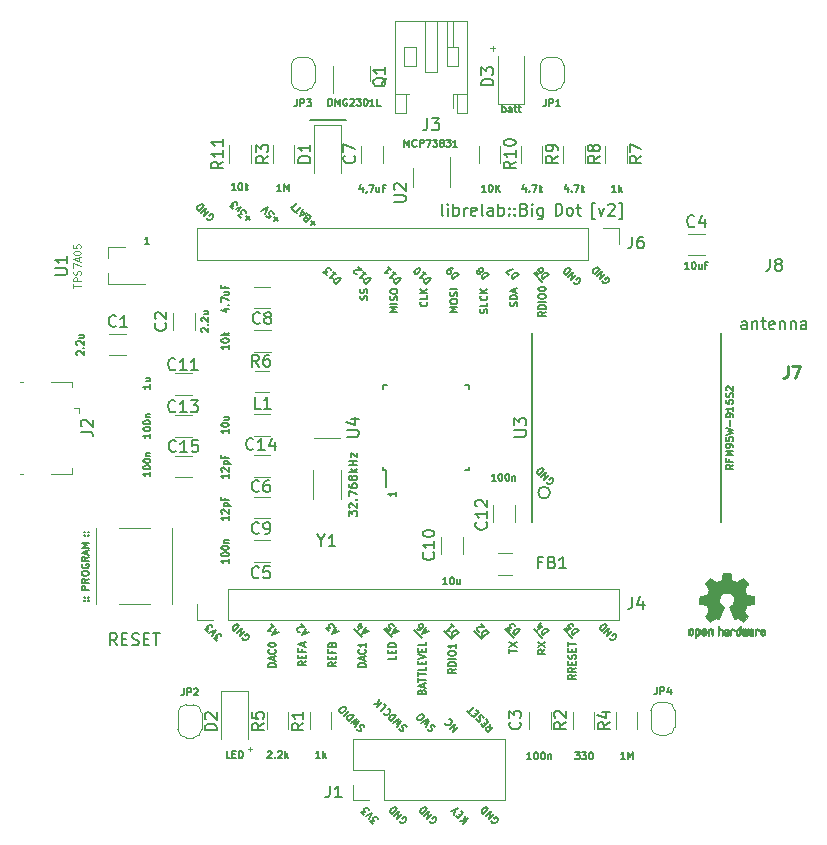
<source format=gto>
G04 #@! TF.GenerationSoftware,KiCad,Pcbnew,7.0.0*
G04 #@! TF.CreationDate,2023-03-12T15:47:31-04:00*
G04 #@! TF.ProjectId,board,626f6172-642e-46b6-9963-61645f706362,rev?*
G04 #@! TF.SameCoordinates,Original*
G04 #@! TF.FileFunction,Legend,Top*
G04 #@! TF.FilePolarity,Positive*
%FSLAX46Y46*%
G04 Gerber Fmt 4.6, Leading zero omitted, Abs format (unit mm)*
G04 Created by KiCad (PCBNEW 7.0.0) date 2023-03-12 15:47:31*
%MOMM*%
%LPD*%
G01*
G04 APERTURE LIST*
%ADD10C,0.150000*%
%ADD11C,0.125000*%
%ADD12C,0.200000*%
%ADD13C,0.250000*%
%ADD14C,0.120000*%
%ADD15C,0.010000*%
G04 APERTURE END LIST*
D10*
X162521053Y-87681973D02*
X162541256Y-87742582D01*
X162541256Y-87742582D02*
X162601866Y-87803192D01*
X162601866Y-87803192D02*
X162682678Y-87843598D01*
X162682678Y-87843598D02*
X162763490Y-87843598D01*
X162763490Y-87843598D02*
X162824099Y-87823395D01*
X162824099Y-87823395D02*
X162925114Y-87762785D01*
X162925114Y-87762785D02*
X162985723Y-87702176D01*
X162985723Y-87702176D02*
X163046333Y-87601161D01*
X163046333Y-87601161D02*
X163066536Y-87540552D01*
X163066536Y-87540552D02*
X163066536Y-87459740D01*
X163066536Y-87459740D02*
X163026130Y-87378928D01*
X163026130Y-87378928D02*
X162985723Y-87338521D01*
X162985723Y-87338521D02*
X162904911Y-87298115D01*
X162904911Y-87298115D02*
X162864505Y-87298115D01*
X162864505Y-87298115D02*
X162723084Y-87439537D01*
X162723084Y-87439537D02*
X162803896Y-87520349D01*
X162723084Y-87075882D02*
X162298820Y-87500146D01*
X162298820Y-87500146D02*
X162480647Y-86833445D01*
X162480647Y-86833445D02*
X162056383Y-87257709D01*
X162278617Y-86631415D02*
X161854353Y-87055679D01*
X161854353Y-87055679D02*
X161753338Y-86954664D01*
X161753338Y-86954664D02*
X161712932Y-86873852D01*
X161712932Y-86873852D02*
X161712932Y-86793039D01*
X161712932Y-86793039D02*
X161733135Y-86732430D01*
X161733135Y-86732430D02*
X161793744Y-86631415D01*
X161793744Y-86631415D02*
X161854353Y-86570806D01*
X161854353Y-86570806D02*
X161955368Y-86510197D01*
X161955368Y-86510197D02*
X162015977Y-86489994D01*
X162015977Y-86489994D02*
X162096790Y-86489994D01*
X162096790Y-86489994D02*
X162177602Y-86530400D01*
X162177602Y-86530400D02*
X162278617Y-86631415D01*
X135127552Y-82445068D02*
X134804303Y-82121819D01*
X135127552Y-82121819D02*
X134804303Y-82445068D01*
X134380039Y-82222834D02*
X134117399Y-81960194D01*
X134117399Y-81960194D02*
X134420445Y-81939991D01*
X134420445Y-81939991D02*
X134359836Y-81879382D01*
X134359836Y-81879382D02*
X134339633Y-81818773D01*
X134339633Y-81818773D02*
X134339633Y-81778367D01*
X134339633Y-81778367D02*
X134359836Y-81717758D01*
X134359836Y-81717758D02*
X134460851Y-81616743D01*
X134460851Y-81616743D02*
X134521460Y-81596539D01*
X134521460Y-81596539D02*
X134561866Y-81596539D01*
X134561866Y-81596539D02*
X134622476Y-81616743D01*
X134622476Y-81616743D02*
X134743694Y-81737961D01*
X134743694Y-81737961D02*
X134763897Y-81798570D01*
X134763897Y-81798570D02*
X134763897Y-81838976D01*
X134117399Y-81677351D02*
X134299226Y-81293493D01*
X134299226Y-81293493D02*
X133915369Y-81475321D01*
X133652729Y-81495524D02*
X133390089Y-81232884D01*
X133390089Y-81232884D02*
X133693135Y-81212681D01*
X133693135Y-81212681D02*
X133632526Y-81152072D01*
X133632526Y-81152072D02*
X133612323Y-81091463D01*
X133612323Y-81091463D02*
X133612323Y-81051057D01*
X133612323Y-81051057D02*
X133632526Y-80990448D01*
X133632526Y-80990448D02*
X133733541Y-80889432D01*
X133733541Y-80889432D02*
X133794150Y-80869229D01*
X133794150Y-80869229D02*
X133834556Y-80869229D01*
X133834556Y-80869229D02*
X133895165Y-80889432D01*
X133895165Y-80889432D02*
X134016384Y-81010651D01*
X134016384Y-81010651D02*
X134036587Y-81071260D01*
X134036587Y-81071260D02*
X134036587Y-81111666D01*
X147789053Y-133337442D02*
X147809256Y-133398051D01*
X147809256Y-133398051D02*
X147869866Y-133458661D01*
X147869866Y-133458661D02*
X147950678Y-133499067D01*
X147950678Y-133499067D02*
X148031490Y-133499067D01*
X148031490Y-133499067D02*
X148092099Y-133478864D01*
X148092099Y-133478864D02*
X148193114Y-133418254D01*
X148193114Y-133418254D02*
X148253723Y-133357645D01*
X148253723Y-133357645D02*
X148314333Y-133256630D01*
X148314333Y-133256630D02*
X148334536Y-133196021D01*
X148334536Y-133196021D02*
X148334536Y-133115209D01*
X148334536Y-133115209D02*
X148294130Y-133034397D01*
X148294130Y-133034397D02*
X148253723Y-132993990D01*
X148253723Y-132993990D02*
X148172911Y-132953584D01*
X148172911Y-132953584D02*
X148132505Y-132953584D01*
X148132505Y-132953584D02*
X147991084Y-133095006D01*
X147991084Y-133095006D02*
X148071896Y-133175818D01*
X147991084Y-132731351D02*
X147566820Y-133155615D01*
X147566820Y-133155615D02*
X147748647Y-132488914D01*
X147748647Y-132488914D02*
X147324383Y-132913178D01*
X147546617Y-132286884D02*
X147122353Y-132711148D01*
X147122353Y-132711148D02*
X147021338Y-132610133D01*
X147021338Y-132610133D02*
X146980932Y-132529321D01*
X146980932Y-132529321D02*
X146980932Y-132448508D01*
X146980932Y-132448508D02*
X147001135Y-132387899D01*
X147001135Y-132387899D02*
X147061744Y-132286884D01*
X147061744Y-132286884D02*
X147122353Y-132226275D01*
X147122353Y-132226275D02*
X147223368Y-132165666D01*
X147223368Y-132165666D02*
X147283977Y-132145463D01*
X147283977Y-132145463D02*
X147364790Y-132145463D01*
X147364790Y-132145463D02*
X147445602Y-132185869D01*
X147445602Y-132185869D02*
X147546617Y-132286884D01*
X155536053Y-133337442D02*
X155556256Y-133398051D01*
X155556256Y-133398051D02*
X155616866Y-133458661D01*
X155616866Y-133458661D02*
X155697678Y-133499067D01*
X155697678Y-133499067D02*
X155778490Y-133499067D01*
X155778490Y-133499067D02*
X155839099Y-133478864D01*
X155839099Y-133478864D02*
X155940114Y-133418254D01*
X155940114Y-133418254D02*
X156000723Y-133357645D01*
X156000723Y-133357645D02*
X156061333Y-133256630D01*
X156061333Y-133256630D02*
X156081536Y-133196021D01*
X156081536Y-133196021D02*
X156081536Y-133115209D01*
X156081536Y-133115209D02*
X156041130Y-133034397D01*
X156041130Y-133034397D02*
X156000723Y-132993990D01*
X156000723Y-132993990D02*
X155919911Y-132953584D01*
X155919911Y-132953584D02*
X155879505Y-132953584D01*
X155879505Y-132953584D02*
X155738084Y-133095006D01*
X155738084Y-133095006D02*
X155818896Y-133175818D01*
X155738084Y-132731351D02*
X155313820Y-133155615D01*
X155313820Y-133155615D02*
X155495647Y-132488914D01*
X155495647Y-132488914D02*
X155071383Y-132913178D01*
X155293617Y-132286884D02*
X154869353Y-132711148D01*
X154869353Y-132711148D02*
X154768338Y-132610133D01*
X154768338Y-132610133D02*
X154727932Y-132529321D01*
X154727932Y-132529321D02*
X154727932Y-132448508D01*
X154727932Y-132448508D02*
X154748135Y-132387899D01*
X154748135Y-132387899D02*
X154808744Y-132286884D01*
X154808744Y-132286884D02*
X154869353Y-132226275D01*
X154869353Y-132226275D02*
X154970368Y-132165666D01*
X154970368Y-132165666D02*
X155030977Y-132145463D01*
X155030977Y-132145463D02*
X155111790Y-132145463D01*
X155111790Y-132145463D02*
X155192602Y-132185869D01*
X155192602Y-132185869D02*
X155293617Y-132286884D01*
X144784699Y-125361225D02*
X144744292Y-125280412D01*
X144744292Y-125280412D02*
X144643277Y-125179397D01*
X144643277Y-125179397D02*
X144582668Y-125159194D01*
X144582668Y-125159194D02*
X144542262Y-125159194D01*
X144542262Y-125159194D02*
X144481653Y-125179397D01*
X144481653Y-125179397D02*
X144441247Y-125219803D01*
X144441247Y-125219803D02*
X144421044Y-125280412D01*
X144421044Y-125280412D02*
X144421044Y-125320818D01*
X144421044Y-125320818D02*
X144441247Y-125381428D01*
X144441247Y-125381428D02*
X144501856Y-125482443D01*
X144501856Y-125482443D02*
X144522059Y-125543052D01*
X144522059Y-125543052D02*
X144522059Y-125583458D01*
X144522059Y-125583458D02*
X144501856Y-125644067D01*
X144501856Y-125644067D02*
X144461450Y-125684473D01*
X144461450Y-125684473D02*
X144400841Y-125704676D01*
X144400841Y-125704676D02*
X144360434Y-125704676D01*
X144360434Y-125704676D02*
X144299825Y-125684473D01*
X144299825Y-125684473D02*
X144198810Y-125583458D01*
X144198810Y-125583458D02*
X144158404Y-125502646D01*
X143996779Y-125381427D02*
X144320028Y-124856148D01*
X144320028Y-124856148D02*
X143936170Y-125078382D01*
X143936170Y-125078382D02*
X144158404Y-124694524D01*
X144158404Y-124694524D02*
X143633124Y-125017772D01*
X143895764Y-124431884D02*
X143471500Y-124856148D01*
X143471500Y-124856148D02*
X143370485Y-124755133D01*
X143370485Y-124755133D02*
X143330079Y-124674321D01*
X143330079Y-124674321D02*
X143330079Y-124593509D01*
X143330079Y-124593509D02*
X143350282Y-124532899D01*
X143350282Y-124532899D02*
X143410891Y-124431884D01*
X143410891Y-124431884D02*
X143471500Y-124371275D01*
X143471500Y-124371275D02*
X143572515Y-124310666D01*
X143572515Y-124310666D02*
X143633125Y-124290463D01*
X143633125Y-124290463D02*
X143713937Y-124290463D01*
X143713937Y-124290463D02*
X143794749Y-124330869D01*
X143794749Y-124330869D02*
X143895764Y-124431884D01*
X143471500Y-124007620D02*
X143047236Y-124431884D01*
X142764394Y-124149042D02*
X142683581Y-124068229D01*
X142683581Y-124068229D02*
X142663378Y-124007620D01*
X142663378Y-124007620D02*
X142663378Y-123926808D01*
X142663378Y-123926808D02*
X142723987Y-123825793D01*
X142723987Y-123825793D02*
X142865409Y-123684371D01*
X142865409Y-123684371D02*
X142966424Y-123623762D01*
X142966424Y-123623762D02*
X143047236Y-123623762D01*
X143047236Y-123623762D02*
X143107845Y-123643965D01*
X143107845Y-123643965D02*
X143188658Y-123724778D01*
X143188658Y-123724778D02*
X143208861Y-123785387D01*
X143208861Y-123785387D02*
X143208861Y-123866199D01*
X143208861Y-123866199D02*
X143148252Y-123967214D01*
X143148252Y-123967214D02*
X143006830Y-124108636D01*
X143006830Y-124108636D02*
X142905815Y-124169245D01*
X142905815Y-124169245D02*
X142825003Y-124169245D01*
X142825003Y-124169245D02*
X142764394Y-124149042D01*
X150760875Y-125361224D02*
X150720469Y-125280412D01*
X150720469Y-125280412D02*
X150619454Y-125179397D01*
X150619454Y-125179397D02*
X150558845Y-125159194D01*
X150558845Y-125159194D02*
X150518439Y-125159194D01*
X150518439Y-125159194D02*
X150457830Y-125179397D01*
X150457830Y-125179397D02*
X150417423Y-125219803D01*
X150417423Y-125219803D02*
X150397220Y-125280412D01*
X150397220Y-125280412D02*
X150397220Y-125320818D01*
X150397220Y-125320818D02*
X150417423Y-125381427D01*
X150417423Y-125381427D02*
X150478033Y-125482443D01*
X150478033Y-125482443D02*
X150498236Y-125543052D01*
X150498236Y-125543052D02*
X150498236Y-125583458D01*
X150498236Y-125583458D02*
X150478033Y-125644067D01*
X150478033Y-125644067D02*
X150437627Y-125684473D01*
X150437627Y-125684473D02*
X150377017Y-125704676D01*
X150377017Y-125704676D02*
X150336611Y-125704676D01*
X150336611Y-125704676D02*
X150276002Y-125684473D01*
X150276002Y-125684473D02*
X150174987Y-125583458D01*
X150174987Y-125583458D02*
X150134581Y-125502646D01*
X149972956Y-125381427D02*
X150296205Y-124856148D01*
X150296205Y-124856148D02*
X149912347Y-125078381D01*
X149912347Y-125078381D02*
X150134580Y-124694523D01*
X150134580Y-124694523D02*
X149609301Y-125017772D01*
X149366865Y-124775336D02*
X149286053Y-124694524D01*
X149286053Y-124694524D02*
X149265849Y-124633914D01*
X149265849Y-124633914D02*
X149265849Y-124553102D01*
X149265849Y-124553102D02*
X149326459Y-124452087D01*
X149326459Y-124452087D02*
X149467880Y-124310666D01*
X149467880Y-124310666D02*
X149568895Y-124250056D01*
X149568895Y-124250056D02*
X149649707Y-124250056D01*
X149649707Y-124250056D02*
X149710317Y-124270260D01*
X149710317Y-124270260D02*
X149791129Y-124351072D01*
X149791129Y-124351072D02*
X149811332Y-124411681D01*
X149811332Y-124411681D02*
X149811332Y-124492493D01*
X149811332Y-124492493D02*
X149750723Y-124593508D01*
X149750723Y-124593508D02*
X149609301Y-124734930D01*
X149609301Y-124734930D02*
X149508286Y-124795539D01*
X149508286Y-124795539D02*
X149427474Y-124795539D01*
X149427474Y-124795539D02*
X149366865Y-124775336D01*
X148358676Y-125361225D02*
X148318269Y-125280412D01*
X148318269Y-125280412D02*
X148217254Y-125179397D01*
X148217254Y-125179397D02*
X148156645Y-125159194D01*
X148156645Y-125159194D02*
X148116239Y-125159194D01*
X148116239Y-125159194D02*
X148055630Y-125179397D01*
X148055630Y-125179397D02*
X148015224Y-125219803D01*
X148015224Y-125219803D02*
X147995021Y-125280412D01*
X147995021Y-125280412D02*
X147995021Y-125320818D01*
X147995021Y-125320818D02*
X148015224Y-125381428D01*
X148015224Y-125381428D02*
X148075833Y-125482443D01*
X148075833Y-125482443D02*
X148096036Y-125543052D01*
X148096036Y-125543052D02*
X148096036Y-125583458D01*
X148096036Y-125583458D02*
X148075833Y-125644067D01*
X148075833Y-125644067D02*
X148035427Y-125684473D01*
X148035427Y-125684473D02*
X147974818Y-125704676D01*
X147974818Y-125704676D02*
X147934411Y-125704676D01*
X147934411Y-125704676D02*
X147873802Y-125684473D01*
X147873802Y-125684473D02*
X147772787Y-125583458D01*
X147772787Y-125583458D02*
X147732381Y-125502646D01*
X147570756Y-125381427D02*
X147894005Y-124856148D01*
X147894005Y-124856148D02*
X147510147Y-125078382D01*
X147510147Y-125078382D02*
X147732381Y-124694524D01*
X147732381Y-124694524D02*
X147207101Y-125017772D01*
X147469741Y-124431884D02*
X147045477Y-124856148D01*
X147045477Y-124856148D02*
X146944462Y-124755133D01*
X146944462Y-124755133D02*
X146904056Y-124674321D01*
X146904056Y-124674321D02*
X146904056Y-124593509D01*
X146904056Y-124593509D02*
X146924259Y-124532899D01*
X146924259Y-124532899D02*
X146984868Y-124431884D01*
X146984868Y-124431884D02*
X147045477Y-124371275D01*
X147045477Y-124371275D02*
X147146492Y-124310666D01*
X147146492Y-124310666D02*
X147207102Y-124290463D01*
X147207102Y-124290463D02*
X147287914Y-124290463D01*
X147287914Y-124290463D02*
X147368726Y-124330869D01*
X147368726Y-124330869D02*
X147469741Y-124431884D01*
X146762634Y-123805590D02*
X146803041Y-123805590D01*
X146803041Y-123805590D02*
X146883853Y-123845996D01*
X146883853Y-123845996D02*
X146924259Y-123886402D01*
X146924259Y-123886402D02*
X146964665Y-123967214D01*
X146964665Y-123967214D02*
X146964665Y-124048026D01*
X146964665Y-124048026D02*
X146944462Y-124108635D01*
X146944462Y-124108635D02*
X146883853Y-124209651D01*
X146883853Y-124209651D02*
X146823244Y-124270260D01*
X146823244Y-124270260D02*
X146722228Y-124330869D01*
X146722228Y-124330869D02*
X146661619Y-124351072D01*
X146661619Y-124351072D02*
X146580807Y-124351072D01*
X146580807Y-124351072D02*
X146499995Y-124310666D01*
X146499995Y-124310666D02*
X146459589Y-124270260D01*
X146459589Y-124270260D02*
X146419183Y-124189448D01*
X146419183Y-124189448D02*
X146419183Y-124149041D01*
X146419183Y-123381325D02*
X146621213Y-123583356D01*
X146621213Y-123583356D02*
X146196949Y-124007620D01*
X146277761Y-123239904D02*
X145853497Y-123664168D01*
X146035325Y-122997468D02*
X145974716Y-123421732D01*
X145611061Y-123421732D02*
X146095934Y-123421732D01*
X150417044Y-87439538D02*
X149992780Y-87863802D01*
X149992780Y-87863802D02*
X149891765Y-87762787D01*
X149891765Y-87762787D02*
X149851359Y-87681975D01*
X149851359Y-87681975D02*
X149851359Y-87601162D01*
X149851359Y-87601162D02*
X149871562Y-87540553D01*
X149871562Y-87540553D02*
X149932171Y-87439538D01*
X149932171Y-87439538D02*
X149992780Y-87378929D01*
X149992780Y-87378929D02*
X150093795Y-87318320D01*
X150093795Y-87318320D02*
X150154404Y-87298117D01*
X150154404Y-87298117D02*
X150235217Y-87298117D01*
X150235217Y-87298117D02*
X150316029Y-87338523D01*
X150316029Y-87338523D02*
X150417044Y-87439538D01*
X149770547Y-86793040D02*
X150012983Y-87035477D01*
X149891765Y-86914259D02*
X149467501Y-87338523D01*
X149467501Y-87338523D02*
X149568516Y-87318320D01*
X149568516Y-87318320D02*
X149649328Y-87318320D01*
X149649328Y-87318320D02*
X149709937Y-87338523D01*
X149083642Y-86954665D02*
X149043236Y-86914258D01*
X149043236Y-86914258D02*
X149023033Y-86853649D01*
X149023033Y-86853649D02*
X149023033Y-86813243D01*
X149023033Y-86813243D02*
X149043236Y-86752634D01*
X149043236Y-86752634D02*
X149103846Y-86651619D01*
X149103846Y-86651619D02*
X149204861Y-86550604D01*
X149204861Y-86550604D02*
X149305876Y-86489994D01*
X149305876Y-86489994D02*
X149366485Y-86469791D01*
X149366485Y-86469791D02*
X149406891Y-86469791D01*
X149406891Y-86469791D02*
X149467500Y-86489994D01*
X149467500Y-86489994D02*
X149507907Y-86530400D01*
X149507907Y-86530400D02*
X149528110Y-86591010D01*
X149528110Y-86591010D02*
X149528110Y-86631416D01*
X149528110Y-86631416D02*
X149507907Y-86692025D01*
X149507907Y-86692025D02*
X149447297Y-86793040D01*
X149447297Y-86793040D02*
X149346282Y-86894055D01*
X149346282Y-86894055D02*
X149245267Y-86954665D01*
X149245267Y-86954665D02*
X149184658Y-86974868D01*
X149184658Y-86974868D02*
X149144252Y-86974868D01*
X149144252Y-86974868D02*
X149083642Y-86954665D01*
X160375013Y-117175280D02*
X159950749Y-117599544D01*
X159950749Y-117599544D02*
X159849734Y-117498529D01*
X159849734Y-117498529D02*
X159809328Y-117417717D01*
X159809328Y-117417717D02*
X159809328Y-117336904D01*
X159809328Y-117336904D02*
X159829531Y-117276295D01*
X159829531Y-117276295D02*
X159890140Y-117175280D01*
X159890140Y-117175280D02*
X159950749Y-117114671D01*
X159950749Y-117114671D02*
X160051764Y-117054062D01*
X160051764Y-117054062D02*
X160112373Y-117033859D01*
X160112373Y-117033859D02*
X160193186Y-117033859D01*
X160193186Y-117033859D02*
X160273998Y-117074265D01*
X160273998Y-117074265D02*
X160375013Y-117175280D01*
X159486079Y-116852031D02*
X159768922Y-116569189D01*
X159425470Y-117114671D02*
X159829531Y-116912640D01*
X159829531Y-116912640D02*
X159566891Y-116650001D01*
X159859835Y-117807636D02*
X159116363Y-117064163D01*
X157962013Y-117175280D02*
X157537749Y-117599544D01*
X157537749Y-117599544D02*
X157436734Y-117498529D01*
X157436734Y-117498529D02*
X157396328Y-117417717D01*
X157396328Y-117417717D02*
X157396328Y-117336904D01*
X157396328Y-117336904D02*
X157416531Y-117276295D01*
X157416531Y-117276295D02*
X157477140Y-117175280D01*
X157477140Y-117175280D02*
X157537749Y-117114671D01*
X157537749Y-117114671D02*
X157638764Y-117054062D01*
X157638764Y-117054062D02*
X157699373Y-117033859D01*
X157699373Y-117033859D02*
X157780186Y-117033859D01*
X157780186Y-117033859D02*
X157860998Y-117074265D01*
X157860998Y-117074265D02*
X157962013Y-117175280D01*
X157153891Y-117215686D02*
X156891251Y-116953046D01*
X156891251Y-116953046D02*
X157194297Y-116932843D01*
X157194297Y-116932843D02*
X157133688Y-116872234D01*
X157133688Y-116872234D02*
X157113485Y-116811625D01*
X157113485Y-116811625D02*
X157113485Y-116771219D01*
X157113485Y-116771219D02*
X157133688Y-116710610D01*
X157133688Y-116710610D02*
X157234703Y-116609595D01*
X157234703Y-116609595D02*
X157295312Y-116589392D01*
X157295312Y-116589392D02*
X157335719Y-116589392D01*
X157335719Y-116589392D02*
X157396328Y-116609595D01*
X157396328Y-116609595D02*
X157517546Y-116730813D01*
X157517546Y-116730813D02*
X157537749Y-116791422D01*
X157537749Y-116791422D02*
X157537749Y-116831828D01*
X157446835Y-117807636D02*
X156703363Y-117064163D01*
X155295013Y-117302280D02*
X154870749Y-117726544D01*
X154870749Y-117726544D02*
X154769734Y-117625529D01*
X154769734Y-117625529D02*
X154729328Y-117544717D01*
X154729328Y-117544717D02*
X154729328Y-117463904D01*
X154729328Y-117463904D02*
X154749531Y-117403295D01*
X154749531Y-117403295D02*
X154810140Y-117302280D01*
X154810140Y-117302280D02*
X154870749Y-117241671D01*
X154870749Y-117241671D02*
X154971764Y-117181062D01*
X154971764Y-117181062D02*
X155032373Y-117160859D01*
X155032373Y-117160859D02*
X155113186Y-117160859D01*
X155113186Y-117160859D02*
X155193998Y-117201265D01*
X155193998Y-117201265D02*
X155295013Y-117302280D01*
X154507094Y-117282077D02*
X154466688Y-117282077D01*
X154466688Y-117282077D02*
X154406079Y-117261874D01*
X154406079Y-117261874D02*
X154305064Y-117160859D01*
X154305064Y-117160859D02*
X154284861Y-117100250D01*
X154284861Y-117100250D02*
X154284861Y-117059843D01*
X154284861Y-117059843D02*
X154305064Y-116999234D01*
X154305064Y-116999234D02*
X154345470Y-116958828D01*
X154345470Y-116958828D02*
X154426282Y-116918422D01*
X154426282Y-116918422D02*
X154911155Y-116918422D01*
X154911155Y-116918422D02*
X154648515Y-116655782D01*
X154779835Y-117934636D02*
X154036363Y-117191163D01*
X155444059Y-125078381D02*
X155383450Y-125421833D01*
X155686496Y-125320818D02*
X155262232Y-125745082D01*
X155262232Y-125745082D02*
X155100607Y-125583457D01*
X155100607Y-125583457D02*
X155080404Y-125522848D01*
X155080404Y-125522848D02*
X155080404Y-125482442D01*
X155080404Y-125482442D02*
X155100607Y-125421833D01*
X155100607Y-125421833D02*
X155161216Y-125361224D01*
X155161216Y-125361224D02*
X155221826Y-125341021D01*
X155221826Y-125341021D02*
X155262232Y-125341021D01*
X155262232Y-125341021D02*
X155322841Y-125361224D01*
X155322841Y-125361224D02*
X155484465Y-125522848D01*
X155039998Y-125118787D02*
X154898577Y-124977366D01*
X155060201Y-124694523D02*
X155262232Y-124896554D01*
X155262232Y-124896554D02*
X154837968Y-125320818D01*
X154837968Y-125320818D02*
X154635937Y-125118787D01*
X154878374Y-124553102D02*
X154837968Y-124472290D01*
X154837968Y-124472290D02*
X154736953Y-124371274D01*
X154736953Y-124371274D02*
X154676343Y-124351071D01*
X154676343Y-124351071D02*
X154635937Y-124351071D01*
X154635937Y-124351071D02*
X154575328Y-124371274D01*
X154575328Y-124371274D02*
X154534922Y-124411681D01*
X154534922Y-124411681D02*
X154514719Y-124472290D01*
X154514719Y-124472290D02*
X154514719Y-124512696D01*
X154514719Y-124512696D02*
X154534922Y-124573305D01*
X154534922Y-124573305D02*
X154595531Y-124674320D01*
X154595531Y-124674320D02*
X154615734Y-124734929D01*
X154615734Y-124734929D02*
X154615734Y-124775335D01*
X154615734Y-124775335D02*
X154595531Y-124835945D01*
X154595531Y-124835945D02*
X154555125Y-124876351D01*
X154555125Y-124876351D02*
X154494516Y-124896554D01*
X154494516Y-124896554D02*
X154454110Y-124896554D01*
X154454110Y-124896554D02*
X154393501Y-124876351D01*
X154393501Y-124876351D02*
X154292485Y-124775335D01*
X154292485Y-124775335D02*
X154252079Y-124694523D01*
X154252079Y-124330868D02*
X154110658Y-124189447D01*
X154272282Y-123906604D02*
X154474313Y-124108634D01*
X154474313Y-124108634D02*
X154050048Y-124532899D01*
X154050048Y-124532899D02*
X153848018Y-124330868D01*
X153726800Y-124209650D02*
X153484363Y-123967213D01*
X154029846Y-123664167D02*
X153605581Y-124088432D01*
X152698405Y-125320818D02*
X152274141Y-125745082D01*
X152274141Y-125745082D02*
X152455968Y-125078381D01*
X152455968Y-125078381D02*
X152031704Y-125502645D01*
X151971095Y-124674320D02*
X152011501Y-124674320D01*
X152011501Y-124674320D02*
X152092314Y-124714727D01*
X152092314Y-124714727D02*
X152132720Y-124755133D01*
X152132720Y-124755133D02*
X152173126Y-124835945D01*
X152173126Y-124835945D02*
X152173126Y-124916757D01*
X152173126Y-124916757D02*
X152152923Y-124977366D01*
X152152923Y-124977366D02*
X152092314Y-125078381D01*
X152092314Y-125078381D02*
X152031704Y-125138991D01*
X152031704Y-125138991D02*
X151930689Y-125199600D01*
X151930689Y-125199600D02*
X151870080Y-125219803D01*
X151870080Y-125219803D02*
X151789268Y-125219803D01*
X151789268Y-125219803D02*
X151708456Y-125179397D01*
X151708456Y-125179397D02*
X151668050Y-125138991D01*
X151668050Y-125138991D02*
X151627643Y-125058178D01*
X151627643Y-125058178D02*
X151627643Y-125017772D01*
X165569053Y-117843442D02*
X165589256Y-117904051D01*
X165589256Y-117904051D02*
X165649866Y-117964661D01*
X165649866Y-117964661D02*
X165730678Y-118005067D01*
X165730678Y-118005067D02*
X165811490Y-118005067D01*
X165811490Y-118005067D02*
X165872099Y-117984864D01*
X165872099Y-117984864D02*
X165973114Y-117924254D01*
X165973114Y-117924254D02*
X166033723Y-117863645D01*
X166033723Y-117863645D02*
X166094333Y-117762630D01*
X166094333Y-117762630D02*
X166114536Y-117702021D01*
X166114536Y-117702021D02*
X166114536Y-117621209D01*
X166114536Y-117621209D02*
X166074130Y-117540397D01*
X166074130Y-117540397D02*
X166033723Y-117499990D01*
X166033723Y-117499990D02*
X165952911Y-117459584D01*
X165952911Y-117459584D02*
X165912505Y-117459584D01*
X165912505Y-117459584D02*
X165771084Y-117601006D01*
X165771084Y-117601006D02*
X165851896Y-117681818D01*
X165771084Y-117237351D02*
X165346820Y-117661615D01*
X165346820Y-117661615D02*
X165528647Y-116994914D01*
X165528647Y-116994914D02*
X165104383Y-117419178D01*
X165326617Y-116792884D02*
X164902353Y-117217148D01*
X164902353Y-117217148D02*
X164801338Y-117116133D01*
X164801338Y-117116133D02*
X164760932Y-117035321D01*
X164760932Y-117035321D02*
X164760932Y-116954508D01*
X164760932Y-116954508D02*
X164781135Y-116893899D01*
X164781135Y-116893899D02*
X164841744Y-116792884D01*
X164841744Y-116792884D02*
X164902353Y-116732275D01*
X164902353Y-116732275D02*
X165003368Y-116671666D01*
X165003368Y-116671666D02*
X165063977Y-116651463D01*
X165063977Y-116651463D02*
X165144790Y-116651463D01*
X165144790Y-116651463D02*
X165225602Y-116691869D01*
X165225602Y-116691869D02*
X165326617Y-116792884D01*
X139923693Y-117387997D02*
X139721663Y-117185966D01*
X140085318Y-117307185D02*
X139519632Y-117590027D01*
X139519632Y-117590027D02*
X139802475Y-117024342D01*
X139297399Y-117286981D02*
X139256993Y-117286981D01*
X139256993Y-117286981D02*
X139196383Y-117266778D01*
X139196383Y-117266778D02*
X139095368Y-117165763D01*
X139095368Y-117165763D02*
X139075165Y-117105154D01*
X139075165Y-117105154D02*
X139075165Y-117064748D01*
X139075165Y-117064748D02*
X139095368Y-117004139D01*
X139095368Y-117004139D02*
X139135774Y-116963733D01*
X139135774Y-116963733D02*
X139216586Y-116923327D01*
X139216586Y-116923327D02*
X139701460Y-116923327D01*
X139701460Y-116923327D02*
X139438820Y-116660687D01*
X145003693Y-117260997D02*
X144801663Y-117058966D01*
X145165318Y-117180185D02*
X144599632Y-117463027D01*
X144599632Y-117463027D02*
X144882475Y-116897342D01*
X144276383Y-116856936D02*
X144559226Y-116574093D01*
X144215774Y-117119575D02*
X144619835Y-116917545D01*
X144619835Y-116917545D02*
X144357196Y-116654905D01*
X144589531Y-117751931D02*
X143906667Y-117069067D01*
X150083693Y-117286397D02*
X149881663Y-117084366D01*
X150245318Y-117205585D02*
X149679632Y-117488427D01*
X149679632Y-117488427D02*
X149962475Y-116922742D01*
X149214962Y-117023757D02*
X149295774Y-117104569D01*
X149295774Y-117104569D02*
X149356383Y-117124772D01*
X149356383Y-117124772D02*
X149396789Y-117124772D01*
X149396789Y-117124772D02*
X149497805Y-117104569D01*
X149497805Y-117104569D02*
X149598820Y-117043960D01*
X149598820Y-117043960D02*
X149760444Y-116882336D01*
X149760444Y-116882336D02*
X149780647Y-116821727D01*
X149780647Y-116821727D02*
X149780647Y-116781320D01*
X149780647Y-116781320D02*
X149760444Y-116720711D01*
X149760444Y-116720711D02*
X149679632Y-116639899D01*
X149679632Y-116639899D02*
X149619023Y-116619696D01*
X149619023Y-116619696D02*
X149578617Y-116619696D01*
X149578617Y-116619696D02*
X149518008Y-116639899D01*
X149518008Y-116639899D02*
X149416993Y-116740914D01*
X149416993Y-116740914D02*
X149396789Y-116801524D01*
X149396789Y-116801524D02*
X149396789Y-116841930D01*
X149396789Y-116841930D02*
X149416993Y-116902539D01*
X149416993Y-116902539D02*
X149497805Y-116983351D01*
X149497805Y-116983351D02*
X149558414Y-117003554D01*
X149558414Y-117003554D02*
X149598820Y-117003554D01*
X149598820Y-117003554D02*
X149659429Y-116983351D01*
X149669531Y-117777331D02*
X148986667Y-117094467D01*
X137383693Y-117387997D02*
X137181663Y-117185966D01*
X137545318Y-117307185D02*
X136979632Y-117590027D01*
X136979632Y-117590027D02*
X137262475Y-117024342D01*
X136898820Y-116660687D02*
X137141257Y-116903124D01*
X137020038Y-116781905D02*
X136595774Y-117206169D01*
X136595774Y-117206169D02*
X136696789Y-117185966D01*
X136696789Y-117185966D02*
X136777602Y-117185966D01*
X136777602Y-117185966D02*
X136838211Y-117206169D01*
X147543693Y-117260997D02*
X147341663Y-117058966D01*
X147705318Y-117180185D02*
X147139632Y-117463027D01*
X147139632Y-117463027D02*
X147422475Y-116897342D01*
X146654759Y-116978154D02*
X146856789Y-117180185D01*
X146856789Y-117180185D02*
X147079023Y-116998357D01*
X147079023Y-116998357D02*
X147038617Y-116998357D01*
X147038617Y-116998357D02*
X146978008Y-116978154D01*
X146978008Y-116978154D02*
X146876993Y-116877139D01*
X146876993Y-116877139D02*
X146856789Y-116816530D01*
X146856789Y-116816530D02*
X146856789Y-116776124D01*
X146856789Y-116776124D02*
X146876993Y-116715514D01*
X146876993Y-116715514D02*
X146978008Y-116614499D01*
X146978008Y-116614499D02*
X147038617Y-116594296D01*
X147038617Y-116594296D02*
X147079023Y-116594296D01*
X147079023Y-116594296D02*
X147139632Y-116614499D01*
X147139632Y-116614499D02*
X147240647Y-116715514D01*
X147240647Y-116715514D02*
X147260850Y-116776124D01*
X147260850Y-116776124D02*
X147260850Y-116816530D01*
X147129531Y-117751931D02*
X146446667Y-117069067D01*
X134454053Y-117843442D02*
X134474256Y-117904051D01*
X134474256Y-117904051D02*
X134534866Y-117964661D01*
X134534866Y-117964661D02*
X134615678Y-118005067D01*
X134615678Y-118005067D02*
X134696490Y-118005067D01*
X134696490Y-118005067D02*
X134757099Y-117984864D01*
X134757099Y-117984864D02*
X134858114Y-117924254D01*
X134858114Y-117924254D02*
X134918723Y-117863645D01*
X134918723Y-117863645D02*
X134979333Y-117762630D01*
X134979333Y-117762630D02*
X134999536Y-117702021D01*
X134999536Y-117702021D02*
X134999536Y-117621209D01*
X134999536Y-117621209D02*
X134959130Y-117540397D01*
X134959130Y-117540397D02*
X134918723Y-117499990D01*
X134918723Y-117499990D02*
X134837911Y-117459584D01*
X134837911Y-117459584D02*
X134797505Y-117459584D01*
X134797505Y-117459584D02*
X134656084Y-117601006D01*
X134656084Y-117601006D02*
X134736896Y-117681818D01*
X134656084Y-117237351D02*
X134231820Y-117661615D01*
X134231820Y-117661615D02*
X134413647Y-116994914D01*
X134413647Y-116994914D02*
X133989383Y-117419178D01*
X134211617Y-116792884D02*
X133787353Y-117217148D01*
X133787353Y-117217148D02*
X133686338Y-117116133D01*
X133686338Y-117116133D02*
X133645932Y-117035321D01*
X133645932Y-117035321D02*
X133645932Y-116954508D01*
X133645932Y-116954508D02*
X133666135Y-116893899D01*
X133666135Y-116893899D02*
X133726744Y-116792884D01*
X133726744Y-116792884D02*
X133787353Y-116732275D01*
X133787353Y-116732275D02*
X133888368Y-116671666D01*
X133888368Y-116671666D02*
X133948977Y-116651463D01*
X133948977Y-116651463D02*
X134029790Y-116651463D01*
X134029790Y-116651463D02*
X134110602Y-116691869D01*
X134110602Y-116691869D02*
X134211617Y-116792884D01*
X140613074Y-82850590D02*
X140289825Y-82527341D01*
X140613074Y-82527341D02*
X140289825Y-82850590D01*
X139885764Y-82244498D02*
X139845358Y-82163686D01*
X139845358Y-82163686D02*
X139845358Y-82123280D01*
X139845358Y-82123280D02*
X139865561Y-82062671D01*
X139865561Y-82062671D02*
X139926171Y-82002062D01*
X139926171Y-82002062D02*
X139986780Y-81981859D01*
X139986780Y-81981859D02*
X140027186Y-81981859D01*
X140027186Y-81981859D02*
X140087795Y-82002062D01*
X140087795Y-82002062D02*
X140249419Y-82163686D01*
X140249419Y-82163686D02*
X139825155Y-82587950D01*
X139825155Y-82587950D02*
X139683734Y-82446529D01*
X139683734Y-82446529D02*
X139663531Y-82385920D01*
X139663531Y-82385920D02*
X139663531Y-82345514D01*
X139663531Y-82345514D02*
X139683734Y-82284905D01*
X139683734Y-82284905D02*
X139724140Y-82244498D01*
X139724140Y-82244498D02*
X139784749Y-82224295D01*
X139784749Y-82224295D02*
X139825155Y-82224295D01*
X139825155Y-82224295D02*
X139885764Y-82244498D01*
X139885764Y-82244498D02*
X140027186Y-82385920D01*
X139724140Y-81880844D02*
X139522109Y-81678813D01*
X139885764Y-81800031D02*
X139320079Y-82082874D01*
X139320079Y-82082874D02*
X139602922Y-81517189D01*
X139097845Y-81860640D02*
X138855409Y-81618204D01*
X139400891Y-81315158D02*
X138976627Y-81739422D01*
X138774596Y-81537391D02*
X138532160Y-81294955D01*
X139077642Y-80991909D02*
X138653378Y-81416173D01*
X131433053Y-82283442D02*
X131453256Y-82344051D01*
X131453256Y-82344051D02*
X131513866Y-82404661D01*
X131513866Y-82404661D02*
X131594678Y-82445067D01*
X131594678Y-82445067D02*
X131675490Y-82445067D01*
X131675490Y-82445067D02*
X131736099Y-82424864D01*
X131736099Y-82424864D02*
X131837114Y-82364254D01*
X131837114Y-82364254D02*
X131897723Y-82303645D01*
X131897723Y-82303645D02*
X131958333Y-82202630D01*
X131958333Y-82202630D02*
X131978536Y-82142021D01*
X131978536Y-82142021D02*
X131978536Y-82061209D01*
X131978536Y-82061209D02*
X131938130Y-81980397D01*
X131938130Y-81980397D02*
X131897723Y-81939990D01*
X131897723Y-81939990D02*
X131816911Y-81899584D01*
X131816911Y-81899584D02*
X131776505Y-81899584D01*
X131776505Y-81899584D02*
X131635084Y-82041006D01*
X131635084Y-82041006D02*
X131715896Y-82121818D01*
X131635084Y-81677351D02*
X131210820Y-82101615D01*
X131210820Y-82101615D02*
X131392647Y-81434914D01*
X131392647Y-81434914D02*
X130968383Y-81859178D01*
X131190617Y-81232884D02*
X130766353Y-81657148D01*
X130766353Y-81657148D02*
X130665338Y-81556133D01*
X130665338Y-81556133D02*
X130624932Y-81475321D01*
X130624932Y-81475321D02*
X130624932Y-81394508D01*
X130624932Y-81394508D02*
X130645135Y-81333899D01*
X130645135Y-81333899D02*
X130705744Y-81232884D01*
X130705744Y-81232884D02*
X130766353Y-81172275D01*
X130766353Y-81172275D02*
X130867368Y-81111666D01*
X130867368Y-81111666D02*
X130927977Y-81091463D01*
X130927977Y-81091463D02*
X131008790Y-81091463D01*
X131008790Y-81091463D02*
X131089602Y-81131869D01*
X131089602Y-81131869D02*
X131190617Y-81232884D01*
X160235053Y-104635442D02*
X160255256Y-104696051D01*
X160255256Y-104696051D02*
X160315866Y-104756661D01*
X160315866Y-104756661D02*
X160396678Y-104797067D01*
X160396678Y-104797067D02*
X160477490Y-104797067D01*
X160477490Y-104797067D02*
X160538099Y-104776864D01*
X160538099Y-104776864D02*
X160639114Y-104716254D01*
X160639114Y-104716254D02*
X160699723Y-104655645D01*
X160699723Y-104655645D02*
X160760333Y-104554630D01*
X160760333Y-104554630D02*
X160780536Y-104494021D01*
X160780536Y-104494021D02*
X160780536Y-104413209D01*
X160780536Y-104413209D02*
X160740130Y-104332397D01*
X160740130Y-104332397D02*
X160699723Y-104291990D01*
X160699723Y-104291990D02*
X160618911Y-104251584D01*
X160618911Y-104251584D02*
X160578505Y-104251584D01*
X160578505Y-104251584D02*
X160437084Y-104393006D01*
X160437084Y-104393006D02*
X160517896Y-104473818D01*
X160437084Y-104029351D02*
X160012820Y-104453615D01*
X160012820Y-104453615D02*
X160194647Y-103786914D01*
X160194647Y-103786914D02*
X159770383Y-104211178D01*
X159992617Y-103584884D02*
X159568353Y-104009148D01*
X159568353Y-104009148D02*
X159467338Y-103908133D01*
X159467338Y-103908133D02*
X159426932Y-103827321D01*
X159426932Y-103827321D02*
X159426932Y-103746508D01*
X159426932Y-103746508D02*
X159447135Y-103685899D01*
X159447135Y-103685899D02*
X159507744Y-103584884D01*
X159507744Y-103584884D02*
X159568353Y-103524275D01*
X159568353Y-103524275D02*
X159669368Y-103463666D01*
X159669368Y-103463666D02*
X159729977Y-103443463D01*
X159729977Y-103443463D02*
X159810790Y-103443463D01*
X159810790Y-103443463D02*
X159891602Y-103483869D01*
X159891602Y-103483869D02*
X159992617Y-103584884D01*
X147426428Y-105416571D02*
X147426428Y-105759428D01*
X147426428Y-105587999D02*
X146826428Y-105587999D01*
X146826428Y-105587999D02*
X146912142Y-105645142D01*
X146912142Y-105645142D02*
X146969285Y-105702285D01*
X146969285Y-105702285D02*
X146997857Y-105759428D01*
X126549428Y-84472428D02*
X126206571Y-84472428D01*
X126378000Y-84472428D02*
X126378000Y-83872428D01*
X126378000Y-83872428D02*
X126320857Y-83958142D01*
X126320857Y-83958142D02*
X126263714Y-84015285D01*
X126263714Y-84015285D02*
X126206571Y-84043857D01*
X155167857Y-90294000D02*
X155196428Y-90208286D01*
X155196428Y-90208286D02*
X155196428Y-90065428D01*
X155196428Y-90065428D02*
X155167857Y-90008286D01*
X155167857Y-90008286D02*
X155139285Y-89979714D01*
X155139285Y-89979714D02*
X155082142Y-89951143D01*
X155082142Y-89951143D02*
X155025000Y-89951143D01*
X155025000Y-89951143D02*
X154967857Y-89979714D01*
X154967857Y-89979714D02*
X154939285Y-90008286D01*
X154939285Y-90008286D02*
X154910714Y-90065428D01*
X154910714Y-90065428D02*
X154882142Y-90179714D01*
X154882142Y-90179714D02*
X154853571Y-90236857D01*
X154853571Y-90236857D02*
X154825000Y-90265428D01*
X154825000Y-90265428D02*
X154767857Y-90294000D01*
X154767857Y-90294000D02*
X154710714Y-90294000D01*
X154710714Y-90294000D02*
X154653571Y-90265428D01*
X154653571Y-90265428D02*
X154625000Y-90236857D01*
X154625000Y-90236857D02*
X154596428Y-90179714D01*
X154596428Y-90179714D02*
X154596428Y-90036857D01*
X154596428Y-90036857D02*
X154625000Y-89951143D01*
X155196428Y-89408285D02*
X155196428Y-89693999D01*
X155196428Y-89693999D02*
X154596428Y-89693999D01*
X155139285Y-88865428D02*
X155167857Y-88894000D01*
X155167857Y-88894000D02*
X155196428Y-88979714D01*
X155196428Y-88979714D02*
X155196428Y-89036857D01*
X155196428Y-89036857D02*
X155167857Y-89122571D01*
X155167857Y-89122571D02*
X155110714Y-89179714D01*
X155110714Y-89179714D02*
X155053571Y-89208285D01*
X155053571Y-89208285D02*
X154939285Y-89236857D01*
X154939285Y-89236857D02*
X154853571Y-89236857D01*
X154853571Y-89236857D02*
X154739285Y-89208285D01*
X154739285Y-89208285D02*
X154682142Y-89179714D01*
X154682142Y-89179714D02*
X154625000Y-89122571D01*
X154625000Y-89122571D02*
X154596428Y-89036857D01*
X154596428Y-89036857D02*
X154596428Y-88979714D01*
X154596428Y-88979714D02*
X154625000Y-88894000D01*
X154625000Y-88894000D02*
X154653571Y-88865428D01*
X155196428Y-88608285D02*
X154596428Y-88608285D01*
X155196428Y-88265428D02*
X154853571Y-88522571D01*
X154596428Y-88265428D02*
X154939285Y-88608285D01*
X157707857Y-89722571D02*
X157736428Y-89636857D01*
X157736428Y-89636857D02*
X157736428Y-89493999D01*
X157736428Y-89493999D02*
X157707857Y-89436857D01*
X157707857Y-89436857D02*
X157679285Y-89408285D01*
X157679285Y-89408285D02*
X157622142Y-89379714D01*
X157622142Y-89379714D02*
X157565000Y-89379714D01*
X157565000Y-89379714D02*
X157507857Y-89408285D01*
X157507857Y-89408285D02*
X157479285Y-89436857D01*
X157479285Y-89436857D02*
X157450714Y-89493999D01*
X157450714Y-89493999D02*
X157422142Y-89608285D01*
X157422142Y-89608285D02*
X157393571Y-89665428D01*
X157393571Y-89665428D02*
X157365000Y-89693999D01*
X157365000Y-89693999D02*
X157307857Y-89722571D01*
X157307857Y-89722571D02*
X157250714Y-89722571D01*
X157250714Y-89722571D02*
X157193571Y-89693999D01*
X157193571Y-89693999D02*
X157165000Y-89665428D01*
X157165000Y-89665428D02*
X157136428Y-89608285D01*
X157136428Y-89608285D02*
X157136428Y-89465428D01*
X157136428Y-89465428D02*
X157165000Y-89379714D01*
X157736428Y-89122570D02*
X157136428Y-89122570D01*
X157136428Y-89122570D02*
X157136428Y-88979713D01*
X157136428Y-88979713D02*
X157165000Y-88893999D01*
X157165000Y-88893999D02*
X157222142Y-88836856D01*
X157222142Y-88836856D02*
X157279285Y-88808285D01*
X157279285Y-88808285D02*
X157393571Y-88779713D01*
X157393571Y-88779713D02*
X157479285Y-88779713D01*
X157479285Y-88779713D02*
X157593571Y-88808285D01*
X157593571Y-88808285D02*
X157650714Y-88836856D01*
X157650714Y-88836856D02*
X157707857Y-88893999D01*
X157707857Y-88893999D02*
X157736428Y-88979713D01*
X157736428Y-88979713D02*
X157736428Y-89122570D01*
X157565000Y-88551142D02*
X157565000Y-88265428D01*
X157736428Y-88608285D02*
X157136428Y-88408285D01*
X157136428Y-88408285D02*
X157736428Y-88208285D01*
X152755013Y-117302280D02*
X152330749Y-117726544D01*
X152330749Y-117726544D02*
X152229734Y-117625529D01*
X152229734Y-117625529D02*
X152189328Y-117544717D01*
X152189328Y-117544717D02*
X152189328Y-117463904D01*
X152189328Y-117463904D02*
X152209531Y-117403295D01*
X152209531Y-117403295D02*
X152270140Y-117302280D01*
X152270140Y-117302280D02*
X152330749Y-117241671D01*
X152330749Y-117241671D02*
X152431764Y-117181062D01*
X152431764Y-117181062D02*
X152492373Y-117160859D01*
X152492373Y-117160859D02*
X152573186Y-117160859D01*
X152573186Y-117160859D02*
X152653998Y-117201265D01*
X152653998Y-117201265D02*
X152755013Y-117302280D01*
X152108515Y-116655782D02*
X152350952Y-116898219D01*
X152229734Y-116777001D02*
X151805470Y-117201265D01*
X151805470Y-117201265D02*
X151906485Y-117181062D01*
X151906485Y-117181062D02*
X151987297Y-117181062D01*
X151987297Y-117181062D02*
X152047906Y-117201265D01*
X152239835Y-117934636D02*
X151496363Y-117191163D01*
X142797044Y-87439538D02*
X142372780Y-87863802D01*
X142372780Y-87863802D02*
X142271765Y-87762787D01*
X142271765Y-87762787D02*
X142231359Y-87681975D01*
X142231359Y-87681975D02*
X142231359Y-87601162D01*
X142231359Y-87601162D02*
X142251562Y-87540553D01*
X142251562Y-87540553D02*
X142312171Y-87439538D01*
X142312171Y-87439538D02*
X142372780Y-87378929D01*
X142372780Y-87378929D02*
X142473795Y-87318320D01*
X142473795Y-87318320D02*
X142534404Y-87298117D01*
X142534404Y-87298117D02*
X142615217Y-87298117D01*
X142615217Y-87298117D02*
X142696029Y-87338523D01*
X142696029Y-87338523D02*
X142797044Y-87439538D01*
X142150547Y-86793040D02*
X142392983Y-87035477D01*
X142271765Y-86914259D02*
X141847501Y-87338523D01*
X141847501Y-87338523D02*
X141948516Y-87318320D01*
X141948516Y-87318320D02*
X142029328Y-87318320D01*
X142029328Y-87318320D02*
X142089937Y-87338523D01*
X141584861Y-87075883D02*
X141322221Y-86813243D01*
X141322221Y-86813243D02*
X141625267Y-86793040D01*
X141625267Y-86793040D02*
X141564658Y-86732431D01*
X141564658Y-86732431D02*
X141544455Y-86671822D01*
X141544455Y-86671822D02*
X141544455Y-86631416D01*
X141544455Y-86631416D02*
X141564658Y-86570807D01*
X141564658Y-86570807D02*
X141665673Y-86469791D01*
X141665673Y-86469791D02*
X141726282Y-86449588D01*
X141726282Y-86449588D02*
X141766688Y-86449588D01*
X141766688Y-86449588D02*
X141827297Y-86469791D01*
X141827297Y-86469791D02*
X141948516Y-86591010D01*
X141948516Y-86591010D02*
X141968719Y-86651619D01*
X141968719Y-86651619D02*
X141968719Y-86692025D01*
X160120428Y-118786571D02*
X159834714Y-118986571D01*
X160120428Y-119129428D02*
X159520428Y-119129428D01*
X159520428Y-119129428D02*
X159520428Y-118900857D01*
X159520428Y-118900857D02*
X159549000Y-118843714D01*
X159549000Y-118843714D02*
X159577571Y-118815143D01*
X159577571Y-118815143D02*
X159634714Y-118786571D01*
X159634714Y-118786571D02*
X159720428Y-118786571D01*
X159720428Y-118786571D02*
X159777571Y-118815143D01*
X159777571Y-118815143D02*
X159806142Y-118843714D01*
X159806142Y-118843714D02*
X159834714Y-118900857D01*
X159834714Y-118900857D02*
X159834714Y-119129428D01*
X159520428Y-118586571D02*
X160120428Y-118186571D01*
X159520428Y-118186571D02*
X160120428Y-118586571D01*
X137266428Y-120243713D02*
X136666428Y-120243713D01*
X136666428Y-120243713D02*
X136666428Y-120100856D01*
X136666428Y-120100856D02*
X136695000Y-120015142D01*
X136695000Y-120015142D02*
X136752142Y-119957999D01*
X136752142Y-119957999D02*
X136809285Y-119929428D01*
X136809285Y-119929428D02*
X136923571Y-119900856D01*
X136923571Y-119900856D02*
X137009285Y-119900856D01*
X137009285Y-119900856D02*
X137123571Y-119929428D01*
X137123571Y-119929428D02*
X137180714Y-119957999D01*
X137180714Y-119957999D02*
X137237857Y-120015142D01*
X137237857Y-120015142D02*
X137266428Y-120100856D01*
X137266428Y-120100856D02*
X137266428Y-120243713D01*
X137095000Y-119672285D02*
X137095000Y-119386571D01*
X137266428Y-119729428D02*
X136666428Y-119529428D01*
X136666428Y-119529428D02*
X137266428Y-119329428D01*
X137209285Y-118786570D02*
X137237857Y-118815142D01*
X137237857Y-118815142D02*
X137266428Y-118900856D01*
X137266428Y-118900856D02*
X137266428Y-118957999D01*
X137266428Y-118957999D02*
X137237857Y-119043713D01*
X137237857Y-119043713D02*
X137180714Y-119100856D01*
X137180714Y-119100856D02*
X137123571Y-119129427D01*
X137123571Y-119129427D02*
X137009285Y-119157999D01*
X137009285Y-119157999D02*
X136923571Y-119157999D01*
X136923571Y-119157999D02*
X136809285Y-119129427D01*
X136809285Y-119129427D02*
X136752142Y-119100856D01*
X136752142Y-119100856D02*
X136695000Y-119043713D01*
X136695000Y-119043713D02*
X136666428Y-118957999D01*
X136666428Y-118957999D02*
X136666428Y-118900856D01*
X136666428Y-118900856D02*
X136695000Y-118815142D01*
X136695000Y-118815142D02*
X136723571Y-118786570D01*
X136666428Y-118415142D02*
X136666428Y-118357999D01*
X136666428Y-118357999D02*
X136695000Y-118300856D01*
X136695000Y-118300856D02*
X136723571Y-118272285D01*
X136723571Y-118272285D02*
X136780714Y-118243713D01*
X136780714Y-118243713D02*
X136895000Y-118215142D01*
X136895000Y-118215142D02*
X137037857Y-118215142D01*
X137037857Y-118215142D02*
X137152142Y-118243713D01*
X137152142Y-118243713D02*
X137209285Y-118272285D01*
X137209285Y-118272285D02*
X137237857Y-118300856D01*
X137237857Y-118300856D02*
X137266428Y-118357999D01*
X137266428Y-118357999D02*
X137266428Y-118415142D01*
X137266428Y-118415142D02*
X137237857Y-118472285D01*
X137237857Y-118472285D02*
X137209285Y-118500856D01*
X137209285Y-118500856D02*
X137152142Y-118529427D01*
X137152142Y-118529427D02*
X137037857Y-118557999D01*
X137037857Y-118557999D02*
X136895000Y-118557999D01*
X136895000Y-118557999D02*
X136780714Y-118529427D01*
X136780714Y-118529427D02*
X136723571Y-118500856D01*
X136723571Y-118500856D02*
X136695000Y-118472285D01*
X136695000Y-118472285D02*
X136666428Y-118415142D01*
X139806428Y-119786571D02*
X139520714Y-119986571D01*
X139806428Y-120129428D02*
X139206428Y-120129428D01*
X139206428Y-120129428D02*
X139206428Y-119900857D01*
X139206428Y-119900857D02*
X139235000Y-119843714D01*
X139235000Y-119843714D02*
X139263571Y-119815143D01*
X139263571Y-119815143D02*
X139320714Y-119786571D01*
X139320714Y-119786571D02*
X139406428Y-119786571D01*
X139406428Y-119786571D02*
X139463571Y-119815143D01*
X139463571Y-119815143D02*
X139492142Y-119843714D01*
X139492142Y-119843714D02*
X139520714Y-119900857D01*
X139520714Y-119900857D02*
X139520714Y-120129428D01*
X139492142Y-119529428D02*
X139492142Y-119329428D01*
X139806428Y-119243714D02*
X139806428Y-119529428D01*
X139806428Y-119529428D02*
X139206428Y-119529428D01*
X139206428Y-119529428D02*
X139206428Y-119243714D01*
X139492142Y-118786571D02*
X139492142Y-118986571D01*
X139806428Y-118986571D02*
X139206428Y-118986571D01*
X139206428Y-118986571D02*
X139206428Y-118700857D01*
X139635000Y-118500857D02*
X139635000Y-118215143D01*
X139806428Y-118558000D02*
X139206428Y-118358000D01*
X139206428Y-118358000D02*
X139806428Y-118158000D01*
X142463693Y-117286397D02*
X142261663Y-117084366D01*
X142625318Y-117205585D02*
X142059632Y-117488427D01*
X142059632Y-117488427D02*
X142342475Y-116922742D01*
X141817196Y-117245991D02*
X141554556Y-116983351D01*
X141554556Y-116983351D02*
X141857602Y-116963148D01*
X141857602Y-116963148D02*
X141796993Y-116902539D01*
X141796993Y-116902539D02*
X141776789Y-116841930D01*
X141776789Y-116841930D02*
X141776789Y-116801524D01*
X141776789Y-116801524D02*
X141796993Y-116740914D01*
X141796993Y-116740914D02*
X141898008Y-116639899D01*
X141898008Y-116639899D02*
X141958617Y-116619696D01*
X141958617Y-116619696D02*
X141999023Y-116619696D01*
X141999023Y-116619696D02*
X142059632Y-116639899D01*
X142059632Y-116639899D02*
X142180850Y-116761117D01*
X142180850Y-116761117D02*
X142201054Y-116821727D01*
X142201054Y-116821727D02*
X142201054Y-116862133D01*
D11*
X155459523Y-67893214D02*
X155840476Y-67893214D01*
X155649999Y-68083690D02*
X155649999Y-67702738D01*
D10*
X152506428Y-120415142D02*
X152220714Y-120615142D01*
X152506428Y-120757999D02*
X151906428Y-120757999D01*
X151906428Y-120757999D02*
X151906428Y-120529428D01*
X151906428Y-120529428D02*
X151935000Y-120472285D01*
X151935000Y-120472285D02*
X151963571Y-120443714D01*
X151963571Y-120443714D02*
X152020714Y-120415142D01*
X152020714Y-120415142D02*
X152106428Y-120415142D01*
X152106428Y-120415142D02*
X152163571Y-120443714D01*
X152163571Y-120443714D02*
X152192142Y-120472285D01*
X152192142Y-120472285D02*
X152220714Y-120529428D01*
X152220714Y-120529428D02*
X152220714Y-120757999D01*
X152506428Y-120157999D02*
X151906428Y-120157999D01*
X151906428Y-120157999D02*
X151906428Y-120015142D01*
X151906428Y-120015142D02*
X151935000Y-119929428D01*
X151935000Y-119929428D02*
X151992142Y-119872285D01*
X151992142Y-119872285D02*
X152049285Y-119843714D01*
X152049285Y-119843714D02*
X152163571Y-119815142D01*
X152163571Y-119815142D02*
X152249285Y-119815142D01*
X152249285Y-119815142D02*
X152363571Y-119843714D01*
X152363571Y-119843714D02*
X152420714Y-119872285D01*
X152420714Y-119872285D02*
X152477857Y-119929428D01*
X152477857Y-119929428D02*
X152506428Y-120015142D01*
X152506428Y-120015142D02*
X152506428Y-120157999D01*
X152506428Y-119557999D02*
X151906428Y-119557999D01*
X151906428Y-119158000D02*
X151906428Y-119043714D01*
X151906428Y-119043714D02*
X151935000Y-118986571D01*
X151935000Y-118986571D02*
X151992142Y-118929428D01*
X151992142Y-118929428D02*
X152106428Y-118900857D01*
X152106428Y-118900857D02*
X152306428Y-118900857D01*
X152306428Y-118900857D02*
X152420714Y-118929428D01*
X152420714Y-118929428D02*
X152477857Y-118986571D01*
X152477857Y-118986571D02*
X152506428Y-119043714D01*
X152506428Y-119043714D02*
X152506428Y-119158000D01*
X152506428Y-119158000D02*
X152477857Y-119215143D01*
X152477857Y-119215143D02*
X152420714Y-119272285D01*
X152420714Y-119272285D02*
X152306428Y-119300857D01*
X152306428Y-119300857D02*
X152106428Y-119300857D01*
X152106428Y-119300857D02*
X151992142Y-119272285D01*
X151992142Y-119272285D02*
X151935000Y-119215143D01*
X151935000Y-119215143D02*
X151906428Y-119158000D01*
X152506428Y-118329429D02*
X152506428Y-118672286D01*
X152506428Y-118500857D02*
X151906428Y-118500857D01*
X151906428Y-118500857D02*
X151992142Y-118558000D01*
X151992142Y-118558000D02*
X152049285Y-118615143D01*
X152049285Y-118615143D02*
X152077857Y-118672286D01*
X160375013Y-87035477D02*
X159950749Y-87459741D01*
X159950749Y-87459741D02*
X159849734Y-87358726D01*
X159849734Y-87358726D02*
X159809328Y-87277914D01*
X159809328Y-87277914D02*
X159809328Y-87197101D01*
X159809328Y-87197101D02*
X159829531Y-87136492D01*
X159829531Y-87136492D02*
X159890140Y-87035477D01*
X159890140Y-87035477D02*
X159950749Y-86974868D01*
X159950749Y-86974868D02*
X160051764Y-86914259D01*
X160051764Y-86914259D02*
X160112373Y-86894056D01*
X160112373Y-86894056D02*
X160193186Y-86894056D01*
X160193186Y-86894056D02*
X160273998Y-86934462D01*
X160273998Y-86934462D02*
X160375013Y-87035477D01*
X159344658Y-86853650D02*
X159425470Y-86934462D01*
X159425470Y-86934462D02*
X159486079Y-86954665D01*
X159486079Y-86954665D02*
X159526485Y-86954665D01*
X159526485Y-86954665D02*
X159627500Y-86934462D01*
X159627500Y-86934462D02*
X159728515Y-86873853D01*
X159728515Y-86873853D02*
X159890140Y-86712228D01*
X159890140Y-86712228D02*
X159910343Y-86651619D01*
X159910343Y-86651619D02*
X159910343Y-86611213D01*
X159910343Y-86611213D02*
X159890140Y-86550604D01*
X159890140Y-86550604D02*
X159809328Y-86469792D01*
X159809328Y-86469792D02*
X159748719Y-86449589D01*
X159748719Y-86449589D02*
X159708312Y-86449589D01*
X159708312Y-86449589D02*
X159647703Y-86469792D01*
X159647703Y-86469792D02*
X159546688Y-86570807D01*
X159546688Y-86570807D02*
X159526485Y-86631416D01*
X159526485Y-86631416D02*
X159526485Y-86671822D01*
X159526485Y-86671822D02*
X159546688Y-86732431D01*
X159546688Y-86732431D02*
X159627500Y-86813243D01*
X159627500Y-86813243D02*
X159688109Y-86833447D01*
X159688109Y-86833447D02*
X159728515Y-86833447D01*
X159728515Y-86833447D02*
X159789125Y-86813243D01*
X159859835Y-87667833D02*
X159116363Y-86924360D01*
X132299082Y-118065677D02*
X132036442Y-117803037D01*
X132036442Y-117803037D02*
X132339488Y-117782834D01*
X132339488Y-117782834D02*
X132278879Y-117722225D01*
X132278879Y-117722225D02*
X132258676Y-117661616D01*
X132258676Y-117661616D02*
X132258676Y-117621210D01*
X132258676Y-117621210D02*
X132278879Y-117560600D01*
X132278879Y-117560600D02*
X132379894Y-117459585D01*
X132379894Y-117459585D02*
X132440503Y-117439382D01*
X132440503Y-117439382D02*
X132480909Y-117439382D01*
X132480909Y-117439382D02*
X132541518Y-117459585D01*
X132541518Y-117459585D02*
X132662737Y-117580804D01*
X132662737Y-117580804D02*
X132682940Y-117641413D01*
X132682940Y-117641413D02*
X132682940Y-117681819D01*
X131915223Y-117681818D02*
X132198066Y-117116133D01*
X132198066Y-117116133D02*
X131632381Y-117398976D01*
X131531365Y-117297960D02*
X131268726Y-117035321D01*
X131268726Y-117035321D02*
X131571771Y-117015118D01*
X131571771Y-117015118D02*
X131511162Y-116954508D01*
X131511162Y-116954508D02*
X131490959Y-116893899D01*
X131490959Y-116893899D02*
X131490959Y-116853493D01*
X131490959Y-116853493D02*
X131511162Y-116792884D01*
X131511162Y-116792884D02*
X131612177Y-116691869D01*
X131612177Y-116691869D02*
X131672787Y-116671666D01*
X131672787Y-116671666D02*
X131713193Y-116671666D01*
X131713193Y-116671666D02*
X131773802Y-116691869D01*
X131773802Y-116691869D02*
X131895020Y-116813087D01*
X131895020Y-116813087D02*
X131915223Y-116873696D01*
X131915223Y-116873696D02*
X131915223Y-116914102D01*
X121388285Y-114652855D02*
X121416857Y-114624284D01*
X121416857Y-114624284D02*
X121445428Y-114652855D01*
X121445428Y-114652855D02*
X121416857Y-114681427D01*
X121416857Y-114681427D02*
X121388285Y-114652855D01*
X121388285Y-114652855D02*
X121445428Y-114652855D01*
X121074000Y-114652855D02*
X121102571Y-114624284D01*
X121102571Y-114624284D02*
X121131142Y-114652855D01*
X121131142Y-114652855D02*
X121102571Y-114681427D01*
X121102571Y-114681427D02*
X121074000Y-114652855D01*
X121074000Y-114652855D02*
X121131142Y-114652855D01*
X121388285Y-114367141D02*
X121416857Y-114338570D01*
X121416857Y-114338570D02*
X121445428Y-114367141D01*
X121445428Y-114367141D02*
X121416857Y-114395713D01*
X121416857Y-114395713D02*
X121388285Y-114367141D01*
X121388285Y-114367141D02*
X121445428Y-114367141D01*
X121074000Y-114367141D02*
X121102571Y-114338570D01*
X121102571Y-114338570D02*
X121131142Y-114367141D01*
X121131142Y-114367141D02*
X121102571Y-114395713D01*
X121102571Y-114395713D02*
X121074000Y-114367141D01*
X121074000Y-114367141D02*
X121131142Y-114367141D01*
X121445428Y-113721427D02*
X120845428Y-113721427D01*
X120845428Y-113721427D02*
X120845428Y-113492856D01*
X120845428Y-113492856D02*
X120874000Y-113435713D01*
X120874000Y-113435713D02*
X120902571Y-113407142D01*
X120902571Y-113407142D02*
X120959714Y-113378570D01*
X120959714Y-113378570D02*
X121045428Y-113378570D01*
X121045428Y-113378570D02*
X121102571Y-113407142D01*
X121102571Y-113407142D02*
X121131142Y-113435713D01*
X121131142Y-113435713D02*
X121159714Y-113492856D01*
X121159714Y-113492856D02*
X121159714Y-113721427D01*
X121445428Y-112778570D02*
X121159714Y-112978570D01*
X121445428Y-113121427D02*
X120845428Y-113121427D01*
X120845428Y-113121427D02*
X120845428Y-112892856D01*
X120845428Y-112892856D02*
X120874000Y-112835713D01*
X120874000Y-112835713D02*
X120902571Y-112807142D01*
X120902571Y-112807142D02*
X120959714Y-112778570D01*
X120959714Y-112778570D02*
X121045428Y-112778570D01*
X121045428Y-112778570D02*
X121102571Y-112807142D01*
X121102571Y-112807142D02*
X121131142Y-112835713D01*
X121131142Y-112835713D02*
X121159714Y-112892856D01*
X121159714Y-112892856D02*
X121159714Y-113121427D01*
X120845428Y-112407142D02*
X120845428Y-112292856D01*
X120845428Y-112292856D02*
X120874000Y-112235713D01*
X120874000Y-112235713D02*
X120931142Y-112178570D01*
X120931142Y-112178570D02*
X121045428Y-112149999D01*
X121045428Y-112149999D02*
X121245428Y-112149999D01*
X121245428Y-112149999D02*
X121359714Y-112178570D01*
X121359714Y-112178570D02*
X121416857Y-112235713D01*
X121416857Y-112235713D02*
X121445428Y-112292856D01*
X121445428Y-112292856D02*
X121445428Y-112407142D01*
X121445428Y-112407142D02*
X121416857Y-112464285D01*
X121416857Y-112464285D02*
X121359714Y-112521427D01*
X121359714Y-112521427D02*
X121245428Y-112549999D01*
X121245428Y-112549999D02*
X121045428Y-112549999D01*
X121045428Y-112549999D02*
X120931142Y-112521427D01*
X120931142Y-112521427D02*
X120874000Y-112464285D01*
X120874000Y-112464285D02*
X120845428Y-112407142D01*
X120874000Y-111578571D02*
X120845428Y-111635714D01*
X120845428Y-111635714D02*
X120845428Y-111721428D01*
X120845428Y-111721428D02*
X120874000Y-111807142D01*
X120874000Y-111807142D02*
X120931142Y-111864285D01*
X120931142Y-111864285D02*
X120988285Y-111892856D01*
X120988285Y-111892856D02*
X121102571Y-111921428D01*
X121102571Y-111921428D02*
X121188285Y-111921428D01*
X121188285Y-111921428D02*
X121302571Y-111892856D01*
X121302571Y-111892856D02*
X121359714Y-111864285D01*
X121359714Y-111864285D02*
X121416857Y-111807142D01*
X121416857Y-111807142D02*
X121445428Y-111721428D01*
X121445428Y-111721428D02*
X121445428Y-111664285D01*
X121445428Y-111664285D02*
X121416857Y-111578571D01*
X121416857Y-111578571D02*
X121388285Y-111549999D01*
X121388285Y-111549999D02*
X121188285Y-111549999D01*
X121188285Y-111549999D02*
X121188285Y-111664285D01*
X121445428Y-110949999D02*
X121159714Y-111149999D01*
X121445428Y-111292856D02*
X120845428Y-111292856D01*
X120845428Y-111292856D02*
X120845428Y-111064285D01*
X120845428Y-111064285D02*
X120874000Y-111007142D01*
X120874000Y-111007142D02*
X120902571Y-110978571D01*
X120902571Y-110978571D02*
X120959714Y-110949999D01*
X120959714Y-110949999D02*
X121045428Y-110949999D01*
X121045428Y-110949999D02*
X121102571Y-110978571D01*
X121102571Y-110978571D02*
X121131142Y-111007142D01*
X121131142Y-111007142D02*
X121159714Y-111064285D01*
X121159714Y-111064285D02*
X121159714Y-111292856D01*
X121274000Y-110721428D02*
X121274000Y-110435714D01*
X121445428Y-110778571D02*
X120845428Y-110578571D01*
X120845428Y-110578571D02*
X121445428Y-110378571D01*
X121445428Y-110178570D02*
X120845428Y-110178570D01*
X120845428Y-110178570D02*
X121274000Y-109978570D01*
X121274000Y-109978570D02*
X120845428Y-109778570D01*
X120845428Y-109778570D02*
X121445428Y-109778570D01*
X121388285Y-109132856D02*
X121416857Y-109104285D01*
X121416857Y-109104285D02*
X121445428Y-109132856D01*
X121445428Y-109132856D02*
X121416857Y-109161428D01*
X121416857Y-109161428D02*
X121388285Y-109132856D01*
X121388285Y-109132856D02*
X121445428Y-109132856D01*
X121074000Y-109132856D02*
X121102571Y-109104285D01*
X121102571Y-109104285D02*
X121131142Y-109132856D01*
X121131142Y-109132856D02*
X121102571Y-109161428D01*
X121102571Y-109161428D02*
X121074000Y-109132856D01*
X121074000Y-109132856D02*
X121131142Y-109132856D01*
X121388285Y-108847142D02*
X121416857Y-108818571D01*
X121416857Y-108818571D02*
X121445428Y-108847142D01*
X121445428Y-108847142D02*
X121416857Y-108875714D01*
X121416857Y-108875714D02*
X121388285Y-108847142D01*
X121388285Y-108847142D02*
X121445428Y-108847142D01*
X121074000Y-108847142D02*
X121102571Y-108818571D01*
X121102571Y-108818571D02*
X121131142Y-108847142D01*
X121131142Y-108847142D02*
X121102571Y-108875714D01*
X121102571Y-108875714D02*
X121074000Y-108847142D01*
X121074000Y-108847142D02*
X121131142Y-108847142D01*
X152656428Y-90179714D02*
X152056428Y-90179714D01*
X152056428Y-90179714D02*
X152485000Y-89979714D01*
X152485000Y-89979714D02*
X152056428Y-89779714D01*
X152056428Y-89779714D02*
X152656428Y-89779714D01*
X152056428Y-89379715D02*
X152056428Y-89265429D01*
X152056428Y-89265429D02*
X152085000Y-89208286D01*
X152085000Y-89208286D02*
X152142142Y-89151143D01*
X152142142Y-89151143D02*
X152256428Y-89122572D01*
X152256428Y-89122572D02*
X152456428Y-89122572D01*
X152456428Y-89122572D02*
X152570714Y-89151143D01*
X152570714Y-89151143D02*
X152627857Y-89208286D01*
X152627857Y-89208286D02*
X152656428Y-89265429D01*
X152656428Y-89265429D02*
X152656428Y-89379715D01*
X152656428Y-89379715D02*
X152627857Y-89436858D01*
X152627857Y-89436858D02*
X152570714Y-89494000D01*
X152570714Y-89494000D02*
X152456428Y-89522572D01*
X152456428Y-89522572D02*
X152256428Y-89522572D01*
X152256428Y-89522572D02*
X152142142Y-89494000D01*
X152142142Y-89494000D02*
X152085000Y-89436858D01*
X152085000Y-89436858D02*
X152056428Y-89379715D01*
X152627857Y-88894001D02*
X152656428Y-88808287D01*
X152656428Y-88808287D02*
X152656428Y-88665429D01*
X152656428Y-88665429D02*
X152627857Y-88608287D01*
X152627857Y-88608287D02*
X152599285Y-88579715D01*
X152599285Y-88579715D02*
X152542142Y-88551144D01*
X152542142Y-88551144D02*
X152485000Y-88551144D01*
X152485000Y-88551144D02*
X152427857Y-88579715D01*
X152427857Y-88579715D02*
X152399285Y-88608287D01*
X152399285Y-88608287D02*
X152370714Y-88665429D01*
X152370714Y-88665429D02*
X152342142Y-88779715D01*
X152342142Y-88779715D02*
X152313571Y-88836858D01*
X152313571Y-88836858D02*
X152285000Y-88865429D01*
X152285000Y-88865429D02*
X152227857Y-88894001D01*
X152227857Y-88894001D02*
X152170714Y-88894001D01*
X152170714Y-88894001D02*
X152113571Y-88865429D01*
X152113571Y-88865429D02*
X152085000Y-88836858D01*
X152085000Y-88836858D02*
X152056428Y-88779715D01*
X152056428Y-88779715D02*
X152056428Y-88636858D01*
X152056428Y-88636858D02*
X152085000Y-88551144D01*
X152656428Y-88294000D02*
X152056428Y-88294000D01*
X140176190Y-73986428D02*
X143223810Y-73986428D01*
X160126428Y-90189142D02*
X159840714Y-90389142D01*
X160126428Y-90531999D02*
X159526428Y-90531999D01*
X159526428Y-90531999D02*
X159526428Y-90303428D01*
X159526428Y-90303428D02*
X159555000Y-90246285D01*
X159555000Y-90246285D02*
X159583571Y-90217714D01*
X159583571Y-90217714D02*
X159640714Y-90189142D01*
X159640714Y-90189142D02*
X159726428Y-90189142D01*
X159726428Y-90189142D02*
X159783571Y-90217714D01*
X159783571Y-90217714D02*
X159812142Y-90246285D01*
X159812142Y-90246285D02*
X159840714Y-90303428D01*
X159840714Y-90303428D02*
X159840714Y-90531999D01*
X160126428Y-89931999D02*
X159526428Y-89931999D01*
X159526428Y-89931999D02*
X159526428Y-89789142D01*
X159526428Y-89789142D02*
X159555000Y-89703428D01*
X159555000Y-89703428D02*
X159612142Y-89646285D01*
X159612142Y-89646285D02*
X159669285Y-89617714D01*
X159669285Y-89617714D02*
X159783571Y-89589142D01*
X159783571Y-89589142D02*
X159869285Y-89589142D01*
X159869285Y-89589142D02*
X159983571Y-89617714D01*
X159983571Y-89617714D02*
X160040714Y-89646285D01*
X160040714Y-89646285D02*
X160097857Y-89703428D01*
X160097857Y-89703428D02*
X160126428Y-89789142D01*
X160126428Y-89789142D02*
X160126428Y-89931999D01*
X160126428Y-89331999D02*
X159526428Y-89331999D01*
X159526428Y-88932000D02*
X159526428Y-88817714D01*
X159526428Y-88817714D02*
X159555000Y-88760571D01*
X159555000Y-88760571D02*
X159612142Y-88703428D01*
X159612142Y-88703428D02*
X159726428Y-88674857D01*
X159726428Y-88674857D02*
X159926428Y-88674857D01*
X159926428Y-88674857D02*
X160040714Y-88703428D01*
X160040714Y-88703428D02*
X160097857Y-88760571D01*
X160097857Y-88760571D02*
X160126428Y-88817714D01*
X160126428Y-88817714D02*
X160126428Y-88932000D01*
X160126428Y-88932000D02*
X160097857Y-88989143D01*
X160097857Y-88989143D02*
X160040714Y-89046285D01*
X160040714Y-89046285D02*
X159926428Y-89074857D01*
X159926428Y-89074857D02*
X159726428Y-89074857D01*
X159726428Y-89074857D02*
X159612142Y-89046285D01*
X159612142Y-89046285D02*
X159555000Y-88989143D01*
X159555000Y-88989143D02*
X159526428Y-88932000D01*
X159526428Y-88303429D02*
X159526428Y-88246286D01*
X159526428Y-88246286D02*
X159555000Y-88189143D01*
X159555000Y-88189143D02*
X159583571Y-88160572D01*
X159583571Y-88160572D02*
X159640714Y-88132000D01*
X159640714Y-88132000D02*
X159755000Y-88103429D01*
X159755000Y-88103429D02*
X159897857Y-88103429D01*
X159897857Y-88103429D02*
X160012142Y-88132000D01*
X160012142Y-88132000D02*
X160069285Y-88160572D01*
X160069285Y-88160572D02*
X160097857Y-88189143D01*
X160097857Y-88189143D02*
X160126428Y-88246286D01*
X160126428Y-88246286D02*
X160126428Y-88303429D01*
X160126428Y-88303429D02*
X160097857Y-88360572D01*
X160097857Y-88360572D02*
X160069285Y-88389143D01*
X160069285Y-88389143D02*
X160012142Y-88417714D01*
X160012142Y-88417714D02*
X159897857Y-88446286D01*
X159897857Y-88446286D02*
X159755000Y-88446286D01*
X159755000Y-88446286D02*
X159640714Y-88417714D01*
X159640714Y-88417714D02*
X159583571Y-88389143D01*
X159583571Y-88389143D02*
X159555000Y-88360572D01*
X159555000Y-88360572D02*
X159526428Y-88303429D01*
X144886428Y-120243713D02*
X144286428Y-120243713D01*
X144286428Y-120243713D02*
X144286428Y-120100856D01*
X144286428Y-120100856D02*
X144315000Y-120015142D01*
X144315000Y-120015142D02*
X144372142Y-119957999D01*
X144372142Y-119957999D02*
X144429285Y-119929428D01*
X144429285Y-119929428D02*
X144543571Y-119900856D01*
X144543571Y-119900856D02*
X144629285Y-119900856D01*
X144629285Y-119900856D02*
X144743571Y-119929428D01*
X144743571Y-119929428D02*
X144800714Y-119957999D01*
X144800714Y-119957999D02*
X144857857Y-120015142D01*
X144857857Y-120015142D02*
X144886428Y-120100856D01*
X144886428Y-120100856D02*
X144886428Y-120243713D01*
X144715000Y-119672285D02*
X144715000Y-119386571D01*
X144886428Y-119729428D02*
X144286428Y-119529428D01*
X144286428Y-119529428D02*
X144886428Y-119329428D01*
X144829285Y-118786570D02*
X144857857Y-118815142D01*
X144857857Y-118815142D02*
X144886428Y-118900856D01*
X144886428Y-118900856D02*
X144886428Y-118957999D01*
X144886428Y-118957999D02*
X144857857Y-119043713D01*
X144857857Y-119043713D02*
X144800714Y-119100856D01*
X144800714Y-119100856D02*
X144743571Y-119129427D01*
X144743571Y-119129427D02*
X144629285Y-119157999D01*
X144629285Y-119157999D02*
X144543571Y-119157999D01*
X144543571Y-119157999D02*
X144429285Y-119129427D01*
X144429285Y-119129427D02*
X144372142Y-119100856D01*
X144372142Y-119100856D02*
X144315000Y-119043713D01*
X144315000Y-119043713D02*
X144286428Y-118957999D01*
X144286428Y-118957999D02*
X144286428Y-118900856D01*
X144286428Y-118900856D02*
X144315000Y-118815142D01*
X144315000Y-118815142D02*
X144343571Y-118786570D01*
X144886428Y-118215142D02*
X144886428Y-118557999D01*
X144886428Y-118386570D02*
X144286428Y-118386570D01*
X144286428Y-118386570D02*
X144372142Y-118443713D01*
X144372142Y-118443713D02*
X144429285Y-118500856D01*
X144429285Y-118500856D02*
X144457857Y-118557999D01*
X153561739Y-133095006D02*
X153137475Y-133519270D01*
X153319302Y-132852569D02*
X153258693Y-133276833D01*
X152895038Y-133276833D02*
X153379911Y-133276833D01*
X152915241Y-132892975D02*
X152773820Y-132751554D01*
X152935444Y-132468711D02*
X153137475Y-132670742D01*
X153137475Y-132670742D02*
X152713211Y-133095006D01*
X152713211Y-133095006D02*
X152511180Y-132892975D01*
X152470774Y-132408102D02*
X152672805Y-132206072D01*
X152389962Y-132771757D02*
X152470774Y-132408102D01*
X152470774Y-132408102D02*
X152107119Y-132488914D01*
X147576428Y-90179714D02*
X146976428Y-90179714D01*
X146976428Y-90179714D02*
X147405000Y-89979714D01*
X147405000Y-89979714D02*
X146976428Y-89779714D01*
X146976428Y-89779714D02*
X147576428Y-89779714D01*
X147576428Y-89494000D02*
X146976428Y-89494000D01*
X147547857Y-89236858D02*
X147576428Y-89151144D01*
X147576428Y-89151144D02*
X147576428Y-89008286D01*
X147576428Y-89008286D02*
X147547857Y-88951144D01*
X147547857Y-88951144D02*
X147519285Y-88922572D01*
X147519285Y-88922572D02*
X147462142Y-88894001D01*
X147462142Y-88894001D02*
X147405000Y-88894001D01*
X147405000Y-88894001D02*
X147347857Y-88922572D01*
X147347857Y-88922572D02*
X147319285Y-88951144D01*
X147319285Y-88951144D02*
X147290714Y-89008286D01*
X147290714Y-89008286D02*
X147262142Y-89122572D01*
X147262142Y-89122572D02*
X147233571Y-89179715D01*
X147233571Y-89179715D02*
X147205000Y-89208286D01*
X147205000Y-89208286D02*
X147147857Y-89236858D01*
X147147857Y-89236858D02*
X147090714Y-89236858D01*
X147090714Y-89236858D02*
X147033571Y-89208286D01*
X147033571Y-89208286D02*
X147005000Y-89179715D01*
X147005000Y-89179715D02*
X146976428Y-89122572D01*
X146976428Y-89122572D02*
X146976428Y-88979715D01*
X146976428Y-88979715D02*
X147005000Y-88894001D01*
X146976428Y-88522572D02*
X146976428Y-88408286D01*
X146976428Y-88408286D02*
X147005000Y-88351143D01*
X147005000Y-88351143D02*
X147062142Y-88294000D01*
X147062142Y-88294000D02*
X147176428Y-88265429D01*
X147176428Y-88265429D02*
X147376428Y-88265429D01*
X147376428Y-88265429D02*
X147490714Y-88294000D01*
X147490714Y-88294000D02*
X147547857Y-88351143D01*
X147547857Y-88351143D02*
X147576428Y-88408286D01*
X147576428Y-88408286D02*
X147576428Y-88522572D01*
X147576428Y-88522572D02*
X147547857Y-88579715D01*
X147547857Y-88579715D02*
X147490714Y-88636857D01*
X147490714Y-88636857D02*
X147376428Y-88665429D01*
X147376428Y-88665429D02*
X147176428Y-88665429D01*
X147176428Y-88665429D02*
X147062142Y-88636857D01*
X147062142Y-88636857D02*
X147005000Y-88579715D01*
X147005000Y-88579715D02*
X146976428Y-88522572D01*
X152755013Y-87035477D02*
X152330749Y-87459741D01*
X152330749Y-87459741D02*
X152229734Y-87358726D01*
X152229734Y-87358726D02*
X152189328Y-87277914D01*
X152189328Y-87277914D02*
X152189328Y-87197101D01*
X152189328Y-87197101D02*
X152209531Y-87136492D01*
X152209531Y-87136492D02*
X152270140Y-87035477D01*
X152270140Y-87035477D02*
X152330749Y-86974868D01*
X152330749Y-86974868D02*
X152431764Y-86914259D01*
X152431764Y-86914259D02*
X152492373Y-86894056D01*
X152492373Y-86894056D02*
X152573186Y-86894056D01*
X152573186Y-86894056D02*
X152653998Y-86934462D01*
X152653998Y-86934462D02*
X152755013Y-87035477D01*
X152310546Y-86591010D02*
X152229734Y-86510198D01*
X152229734Y-86510198D02*
X152169125Y-86489995D01*
X152169125Y-86489995D02*
X152128719Y-86489995D01*
X152128719Y-86489995D02*
X152027703Y-86510198D01*
X152027703Y-86510198D02*
X151926688Y-86570807D01*
X151926688Y-86570807D02*
X151765064Y-86732431D01*
X151765064Y-86732431D02*
X151744861Y-86793040D01*
X151744861Y-86793040D02*
X151744861Y-86833447D01*
X151744861Y-86833447D02*
X151765064Y-86894056D01*
X151765064Y-86894056D02*
X151845876Y-86974868D01*
X151845876Y-86974868D02*
X151906485Y-86995071D01*
X151906485Y-86995071D02*
X151946891Y-86995071D01*
X151946891Y-86995071D02*
X152007500Y-86974868D01*
X152007500Y-86974868D02*
X152108515Y-86873853D01*
X152108515Y-86873853D02*
X152128719Y-86813243D01*
X152128719Y-86813243D02*
X152128719Y-86772837D01*
X152128719Y-86772837D02*
X152108515Y-86712228D01*
X152108515Y-86712228D02*
X152027703Y-86631416D01*
X152027703Y-86631416D02*
X151967094Y-86611213D01*
X151967094Y-86611213D02*
X151926688Y-86611213D01*
X151926688Y-86611213D02*
X151866079Y-86631416D01*
X145557882Y-133559677D02*
X145295242Y-133297037D01*
X145295242Y-133297037D02*
X145598288Y-133276834D01*
X145598288Y-133276834D02*
X145537679Y-133216225D01*
X145537679Y-133216225D02*
X145517476Y-133155616D01*
X145517476Y-133155616D02*
X145517476Y-133115210D01*
X145517476Y-133115210D02*
X145537679Y-133054600D01*
X145537679Y-133054600D02*
X145638694Y-132953585D01*
X145638694Y-132953585D02*
X145699303Y-132933382D01*
X145699303Y-132933382D02*
X145739709Y-132933382D01*
X145739709Y-132933382D02*
X145800318Y-132953585D01*
X145800318Y-132953585D02*
X145921537Y-133074804D01*
X145921537Y-133074804D02*
X145941740Y-133135413D01*
X145941740Y-133135413D02*
X145941740Y-133175819D01*
X145174023Y-133175818D02*
X145456866Y-132610133D01*
X145456866Y-132610133D02*
X144891181Y-132892976D01*
X144790165Y-132791960D02*
X144527526Y-132529321D01*
X144527526Y-132529321D02*
X144830571Y-132509118D01*
X144830571Y-132509118D02*
X144769962Y-132448508D01*
X144769962Y-132448508D02*
X144749759Y-132387899D01*
X144749759Y-132387899D02*
X144749759Y-132347493D01*
X144749759Y-132347493D02*
X144769962Y-132286884D01*
X144769962Y-132286884D02*
X144870977Y-132185869D01*
X144870977Y-132185869D02*
X144931587Y-132165666D01*
X144931587Y-132165666D02*
X144971993Y-132165666D01*
X144971993Y-132165666D02*
X145032602Y-132185869D01*
X145032602Y-132185869D02*
X145153820Y-132307087D01*
X145153820Y-132307087D02*
X145174023Y-132367696D01*
X145174023Y-132367696D02*
X145174023Y-132408102D01*
X164945551Y-87628940D02*
X164965754Y-87689549D01*
X164965754Y-87689549D02*
X165026363Y-87750158D01*
X165026363Y-87750158D02*
X165107176Y-87790565D01*
X165107176Y-87790565D02*
X165187988Y-87790565D01*
X165187988Y-87790565D02*
X165248597Y-87770361D01*
X165248597Y-87770361D02*
X165349612Y-87709752D01*
X165349612Y-87709752D02*
X165410221Y-87649143D01*
X165410221Y-87649143D02*
X165470830Y-87548128D01*
X165470830Y-87548128D02*
X165491034Y-87487519D01*
X165491034Y-87487519D02*
X165491034Y-87406707D01*
X165491034Y-87406707D02*
X165450627Y-87325894D01*
X165450627Y-87325894D02*
X165410221Y-87285488D01*
X165410221Y-87285488D02*
X165329409Y-87245082D01*
X165329409Y-87245082D02*
X165289003Y-87245082D01*
X165289003Y-87245082D02*
X165147582Y-87386504D01*
X165147582Y-87386504D02*
X165228394Y-87467316D01*
X165147582Y-87022849D02*
X164723318Y-87447113D01*
X164723318Y-87447113D02*
X164905145Y-86780412D01*
X164905145Y-86780412D02*
X164480881Y-87204676D01*
X164703115Y-86578382D02*
X164278851Y-87002646D01*
X164278851Y-87002646D02*
X164177836Y-86901631D01*
X164177836Y-86901631D02*
X164137429Y-86820818D01*
X164137429Y-86820818D02*
X164137429Y-86740006D01*
X164137429Y-86740006D02*
X164157632Y-86679397D01*
X164157632Y-86679397D02*
X164218242Y-86578382D01*
X164218242Y-86578382D02*
X164278851Y-86517773D01*
X164278851Y-86517773D02*
X164379866Y-86457163D01*
X164379866Y-86457163D02*
X164440475Y-86436960D01*
X164440475Y-86436960D02*
X164521287Y-86436960D01*
X164521287Y-86436960D02*
X164602100Y-86477367D01*
X164602100Y-86477367D02*
X164703115Y-86578382D01*
X149652142Y-122357999D02*
X149680714Y-122272285D01*
X149680714Y-122272285D02*
X149709285Y-122243714D01*
X149709285Y-122243714D02*
X149766428Y-122215142D01*
X149766428Y-122215142D02*
X149852142Y-122215142D01*
X149852142Y-122215142D02*
X149909285Y-122243714D01*
X149909285Y-122243714D02*
X149937857Y-122272285D01*
X149937857Y-122272285D02*
X149966428Y-122329428D01*
X149966428Y-122329428D02*
X149966428Y-122557999D01*
X149966428Y-122557999D02*
X149366428Y-122557999D01*
X149366428Y-122557999D02*
X149366428Y-122357999D01*
X149366428Y-122357999D02*
X149395000Y-122300857D01*
X149395000Y-122300857D02*
X149423571Y-122272285D01*
X149423571Y-122272285D02*
X149480714Y-122243714D01*
X149480714Y-122243714D02*
X149537857Y-122243714D01*
X149537857Y-122243714D02*
X149595000Y-122272285D01*
X149595000Y-122272285D02*
X149623571Y-122300857D01*
X149623571Y-122300857D02*
X149652142Y-122357999D01*
X149652142Y-122357999D02*
X149652142Y-122557999D01*
X149795000Y-121986571D02*
X149795000Y-121700857D01*
X149966428Y-122043714D02*
X149366428Y-121843714D01*
X149366428Y-121843714D02*
X149966428Y-121643714D01*
X149366428Y-121529428D02*
X149366428Y-121186571D01*
X149966428Y-121357999D02*
X149366428Y-121357999D01*
X149366428Y-121072285D02*
X149366428Y-120729428D01*
X149966428Y-120900856D02*
X149366428Y-120900856D01*
X149966428Y-120243713D02*
X149966428Y-120529427D01*
X149966428Y-120529427D02*
X149366428Y-120529427D01*
X149652142Y-120043713D02*
X149652142Y-119843713D01*
X149966428Y-119757999D02*
X149966428Y-120043713D01*
X149966428Y-120043713D02*
X149366428Y-120043713D01*
X149366428Y-120043713D02*
X149366428Y-119757999D01*
X149366428Y-119586571D02*
X149966428Y-119386571D01*
X149966428Y-119386571D02*
X149366428Y-119186571D01*
X149652142Y-118986570D02*
X149652142Y-118786570D01*
X149966428Y-118700856D02*
X149966428Y-118986570D01*
X149966428Y-118986570D02*
X149366428Y-118986570D01*
X149366428Y-118986570D02*
X149366428Y-118700856D01*
X149966428Y-118157999D02*
X149966428Y-118443713D01*
X149966428Y-118443713D02*
X149366428Y-118443713D01*
X147426428Y-119300856D02*
X147426428Y-119586570D01*
X147426428Y-119586570D02*
X146826428Y-119586570D01*
X147112142Y-119100856D02*
X147112142Y-118900856D01*
X147426428Y-118815142D02*
X147426428Y-119100856D01*
X147426428Y-119100856D02*
X146826428Y-119100856D01*
X146826428Y-119100856D02*
X146826428Y-118815142D01*
X147426428Y-118557999D02*
X146826428Y-118557999D01*
X146826428Y-118557999D02*
X146826428Y-118415142D01*
X146826428Y-118415142D02*
X146855000Y-118329428D01*
X146855000Y-118329428D02*
X146912142Y-118272285D01*
X146912142Y-118272285D02*
X146969285Y-118243714D01*
X146969285Y-118243714D02*
X147083571Y-118215142D01*
X147083571Y-118215142D02*
X147169285Y-118215142D01*
X147169285Y-118215142D02*
X147283571Y-118243714D01*
X147283571Y-118243714D02*
X147340714Y-118272285D01*
X147340714Y-118272285D02*
X147397857Y-118329428D01*
X147397857Y-118329428D02*
X147426428Y-118415142D01*
X147426428Y-118415142D02*
X147426428Y-118557999D01*
X162915013Y-117175280D02*
X162490749Y-117599544D01*
X162490749Y-117599544D02*
X162389734Y-117498529D01*
X162389734Y-117498529D02*
X162349328Y-117417717D01*
X162349328Y-117417717D02*
X162349328Y-117336904D01*
X162349328Y-117336904D02*
X162369531Y-117276295D01*
X162369531Y-117276295D02*
X162430140Y-117175280D01*
X162430140Y-117175280D02*
X162490749Y-117114671D01*
X162490749Y-117114671D02*
X162591764Y-117054062D01*
X162591764Y-117054062D02*
X162652373Y-117033859D01*
X162652373Y-117033859D02*
X162733186Y-117033859D01*
X162733186Y-117033859D02*
X162813998Y-117074265D01*
X162813998Y-117074265D02*
X162915013Y-117175280D01*
X161864454Y-116973250D02*
X162066485Y-117175280D01*
X162066485Y-117175280D02*
X162288719Y-116993453D01*
X162288719Y-116993453D02*
X162248312Y-116993453D01*
X162248312Y-116993453D02*
X162187703Y-116973250D01*
X162187703Y-116973250D02*
X162086688Y-116872234D01*
X162086688Y-116872234D02*
X162066485Y-116811625D01*
X162066485Y-116811625D02*
X162066485Y-116771219D01*
X162066485Y-116771219D02*
X162086688Y-116710610D01*
X162086688Y-116710610D02*
X162187703Y-116609595D01*
X162187703Y-116609595D02*
X162248312Y-116589392D01*
X162248312Y-116589392D02*
X162288719Y-116589392D01*
X162288719Y-116589392D02*
X162349328Y-116609595D01*
X162349328Y-116609595D02*
X162450343Y-116710610D01*
X162450343Y-116710610D02*
X162470546Y-116771219D01*
X162470546Y-116771219D02*
X162470546Y-116811625D01*
X162399835Y-117807636D02*
X161656363Y-117064163D01*
X150059285Y-89351142D02*
X150087857Y-89379714D01*
X150087857Y-89379714D02*
X150116428Y-89465428D01*
X150116428Y-89465428D02*
X150116428Y-89522571D01*
X150116428Y-89522571D02*
X150087857Y-89608285D01*
X150087857Y-89608285D02*
X150030714Y-89665428D01*
X150030714Y-89665428D02*
X149973571Y-89693999D01*
X149973571Y-89693999D02*
X149859285Y-89722571D01*
X149859285Y-89722571D02*
X149773571Y-89722571D01*
X149773571Y-89722571D02*
X149659285Y-89693999D01*
X149659285Y-89693999D02*
X149602142Y-89665428D01*
X149602142Y-89665428D02*
X149545000Y-89608285D01*
X149545000Y-89608285D02*
X149516428Y-89522571D01*
X149516428Y-89522571D02*
X149516428Y-89465428D01*
X149516428Y-89465428D02*
X149545000Y-89379714D01*
X149545000Y-89379714D02*
X149573571Y-89351142D01*
X150116428Y-88808285D02*
X150116428Y-89093999D01*
X150116428Y-89093999D02*
X149516428Y-89093999D01*
X150116428Y-88608285D02*
X149516428Y-88608285D01*
X150116428Y-88265428D02*
X149773571Y-88522571D01*
X149516428Y-88265428D02*
X149859285Y-88608285D01*
X147877044Y-87439538D02*
X147452780Y-87863802D01*
X147452780Y-87863802D02*
X147351765Y-87762787D01*
X147351765Y-87762787D02*
X147311359Y-87681975D01*
X147311359Y-87681975D02*
X147311359Y-87601162D01*
X147311359Y-87601162D02*
X147331562Y-87540553D01*
X147331562Y-87540553D02*
X147392171Y-87439538D01*
X147392171Y-87439538D02*
X147452780Y-87378929D01*
X147452780Y-87378929D02*
X147553795Y-87318320D01*
X147553795Y-87318320D02*
X147614404Y-87298117D01*
X147614404Y-87298117D02*
X147695217Y-87298117D01*
X147695217Y-87298117D02*
X147776029Y-87338523D01*
X147776029Y-87338523D02*
X147877044Y-87439538D01*
X147230547Y-86793040D02*
X147472983Y-87035477D01*
X147351765Y-86914259D02*
X146927501Y-87338523D01*
X146927501Y-87338523D02*
X147028516Y-87318320D01*
X147028516Y-87318320D02*
X147109328Y-87318320D01*
X147109328Y-87318320D02*
X147169937Y-87338523D01*
X146826485Y-86388979D02*
X147068922Y-86631416D01*
X146947703Y-86510197D02*
X146523439Y-86934461D01*
X146523439Y-86934461D02*
X146624455Y-86914258D01*
X146624455Y-86914258D02*
X146705267Y-86914258D01*
X146705267Y-86914258D02*
X146765876Y-86934461D01*
X155295013Y-87035477D02*
X154870749Y-87459741D01*
X154870749Y-87459741D02*
X154769734Y-87358726D01*
X154769734Y-87358726D02*
X154729328Y-87277914D01*
X154729328Y-87277914D02*
X154729328Y-87197101D01*
X154729328Y-87197101D02*
X154749531Y-87136492D01*
X154749531Y-87136492D02*
X154810140Y-87035477D01*
X154810140Y-87035477D02*
X154870749Y-86974868D01*
X154870749Y-86974868D02*
X154971764Y-86914259D01*
X154971764Y-86914259D02*
X155032373Y-86894056D01*
X155032373Y-86894056D02*
X155113186Y-86894056D01*
X155113186Y-86894056D02*
X155193998Y-86934462D01*
X155193998Y-86934462D02*
X155295013Y-87035477D01*
X154567703Y-86793040D02*
X154587906Y-86853650D01*
X154587906Y-86853650D02*
X154587906Y-86894056D01*
X154587906Y-86894056D02*
X154567703Y-86954665D01*
X154567703Y-86954665D02*
X154547500Y-86974868D01*
X154547500Y-86974868D02*
X154486891Y-86995071D01*
X154486891Y-86995071D02*
X154446485Y-86995071D01*
X154446485Y-86995071D02*
X154385876Y-86974868D01*
X154385876Y-86974868D02*
X154305064Y-86894056D01*
X154305064Y-86894056D02*
X154284861Y-86833447D01*
X154284861Y-86833447D02*
X154284861Y-86793040D01*
X154284861Y-86793040D02*
X154305064Y-86732431D01*
X154305064Y-86732431D02*
X154325267Y-86712228D01*
X154325267Y-86712228D02*
X154385876Y-86692025D01*
X154385876Y-86692025D02*
X154426282Y-86692025D01*
X154426282Y-86692025D02*
X154486891Y-86712228D01*
X154486891Y-86712228D02*
X154567703Y-86793040D01*
X154567703Y-86793040D02*
X154628312Y-86813243D01*
X154628312Y-86813243D02*
X154668719Y-86813243D01*
X154668719Y-86813243D02*
X154729328Y-86793040D01*
X154729328Y-86793040D02*
X154810140Y-86712228D01*
X154810140Y-86712228D02*
X154830343Y-86651619D01*
X154830343Y-86651619D02*
X154830343Y-86611213D01*
X154830343Y-86611213D02*
X154810140Y-86550604D01*
X154810140Y-86550604D02*
X154729328Y-86469792D01*
X154729328Y-86469792D02*
X154668719Y-86449589D01*
X154668719Y-86449589D02*
X154628312Y-86449589D01*
X154628312Y-86449589D02*
X154567703Y-86469792D01*
X154567703Y-86469792D02*
X154486891Y-86550604D01*
X154486891Y-86550604D02*
X154466688Y-86611213D01*
X154466688Y-86611213D02*
X154466688Y-86651619D01*
X154466688Y-86651619D02*
X154486891Y-86712228D01*
X145337044Y-87439538D02*
X144912780Y-87863802D01*
X144912780Y-87863802D02*
X144811765Y-87762787D01*
X144811765Y-87762787D02*
X144771359Y-87681975D01*
X144771359Y-87681975D02*
X144771359Y-87601162D01*
X144771359Y-87601162D02*
X144791562Y-87540553D01*
X144791562Y-87540553D02*
X144852171Y-87439538D01*
X144852171Y-87439538D02*
X144912780Y-87378929D01*
X144912780Y-87378929D02*
X145013795Y-87318320D01*
X145013795Y-87318320D02*
X145074404Y-87298117D01*
X145074404Y-87298117D02*
X145155217Y-87298117D01*
X145155217Y-87298117D02*
X145236029Y-87338523D01*
X145236029Y-87338523D02*
X145337044Y-87439538D01*
X144690547Y-86793040D02*
X144932983Y-87035477D01*
X144811765Y-86914259D02*
X144387501Y-87338523D01*
X144387501Y-87338523D02*
X144488516Y-87318320D01*
X144488516Y-87318320D02*
X144569328Y-87318320D01*
X144569328Y-87318320D02*
X144629937Y-87338523D01*
X144145064Y-87015274D02*
X144104658Y-87015274D01*
X144104658Y-87015274D02*
X144044049Y-86995071D01*
X144044049Y-86995071D02*
X143943033Y-86894055D01*
X143943033Y-86894055D02*
X143922830Y-86833446D01*
X143922830Y-86833446D02*
X143922830Y-86793040D01*
X143922830Y-86793040D02*
X143943033Y-86732431D01*
X143943033Y-86732431D02*
X143983439Y-86692025D01*
X143983439Y-86692025D02*
X144064252Y-86651619D01*
X144064252Y-86651619D02*
X144549125Y-86651619D01*
X144549125Y-86651619D02*
X144286485Y-86388979D01*
X145007857Y-89179715D02*
X145036428Y-89094001D01*
X145036428Y-89094001D02*
X145036428Y-88951143D01*
X145036428Y-88951143D02*
X145007857Y-88894001D01*
X145007857Y-88894001D02*
X144979285Y-88865429D01*
X144979285Y-88865429D02*
X144922142Y-88836858D01*
X144922142Y-88836858D02*
X144865000Y-88836858D01*
X144865000Y-88836858D02*
X144807857Y-88865429D01*
X144807857Y-88865429D02*
X144779285Y-88894001D01*
X144779285Y-88894001D02*
X144750714Y-88951143D01*
X144750714Y-88951143D02*
X144722142Y-89065429D01*
X144722142Y-89065429D02*
X144693571Y-89122572D01*
X144693571Y-89122572D02*
X144665000Y-89151143D01*
X144665000Y-89151143D02*
X144607857Y-89179715D01*
X144607857Y-89179715D02*
X144550714Y-89179715D01*
X144550714Y-89179715D02*
X144493571Y-89151143D01*
X144493571Y-89151143D02*
X144465000Y-89122572D01*
X144465000Y-89122572D02*
X144436428Y-89065429D01*
X144436428Y-89065429D02*
X144436428Y-88922572D01*
X144436428Y-88922572D02*
X144465000Y-88836858D01*
X145007857Y-88608286D02*
X145036428Y-88522572D01*
X145036428Y-88522572D02*
X145036428Y-88379714D01*
X145036428Y-88379714D02*
X145007857Y-88322572D01*
X145007857Y-88322572D02*
X144979285Y-88294000D01*
X144979285Y-88294000D02*
X144922142Y-88265429D01*
X144922142Y-88265429D02*
X144865000Y-88265429D01*
X144865000Y-88265429D02*
X144807857Y-88294000D01*
X144807857Y-88294000D02*
X144779285Y-88322572D01*
X144779285Y-88322572D02*
X144750714Y-88379714D01*
X144750714Y-88379714D02*
X144722142Y-88494000D01*
X144722142Y-88494000D02*
X144693571Y-88551143D01*
X144693571Y-88551143D02*
X144665000Y-88579714D01*
X144665000Y-88579714D02*
X144607857Y-88608286D01*
X144607857Y-88608286D02*
X144550714Y-88608286D01*
X144550714Y-88608286D02*
X144493571Y-88579714D01*
X144493571Y-88579714D02*
X144465000Y-88551143D01*
X144465000Y-88551143D02*
X144436428Y-88494000D01*
X144436428Y-88494000D02*
X144436428Y-88351143D01*
X144436428Y-88351143D02*
X144465000Y-88265429D01*
X157070428Y-119072286D02*
X157070428Y-118729429D01*
X157670428Y-118900857D02*
X157070428Y-118900857D01*
X157070428Y-118586571D02*
X157670428Y-118186571D01*
X157070428Y-118186571D02*
X157670428Y-118586571D01*
D11*
X134909523Y-127193214D02*
X135290476Y-127193214D01*
X135099999Y-127383690D02*
X135099999Y-127002738D01*
D10*
X150329053Y-133337442D02*
X150349256Y-133398051D01*
X150349256Y-133398051D02*
X150409866Y-133458661D01*
X150409866Y-133458661D02*
X150490678Y-133499067D01*
X150490678Y-133499067D02*
X150571490Y-133499067D01*
X150571490Y-133499067D02*
X150632099Y-133478864D01*
X150632099Y-133478864D02*
X150733114Y-133418254D01*
X150733114Y-133418254D02*
X150793723Y-133357645D01*
X150793723Y-133357645D02*
X150854333Y-133256630D01*
X150854333Y-133256630D02*
X150874536Y-133196021D01*
X150874536Y-133196021D02*
X150874536Y-133115209D01*
X150874536Y-133115209D02*
X150834130Y-133034397D01*
X150834130Y-133034397D02*
X150793723Y-132993990D01*
X150793723Y-132993990D02*
X150712911Y-132953584D01*
X150712911Y-132953584D02*
X150672505Y-132953584D01*
X150672505Y-132953584D02*
X150531084Y-133095006D01*
X150531084Y-133095006D02*
X150611896Y-133175818D01*
X150531084Y-132731351D02*
X150106820Y-133155615D01*
X150106820Y-133155615D02*
X150288647Y-132488914D01*
X150288647Y-132488914D02*
X149864383Y-132913178D01*
X150086617Y-132286884D02*
X149662353Y-132711148D01*
X149662353Y-132711148D02*
X149561338Y-132610133D01*
X149561338Y-132610133D02*
X149520932Y-132529321D01*
X149520932Y-132529321D02*
X149520932Y-132448508D01*
X149520932Y-132448508D02*
X149541135Y-132387899D01*
X149541135Y-132387899D02*
X149601744Y-132286884D01*
X149601744Y-132286884D02*
X149662353Y-132226275D01*
X149662353Y-132226275D02*
X149763368Y-132165666D01*
X149763368Y-132165666D02*
X149823977Y-132145463D01*
X149823977Y-132145463D02*
X149904790Y-132145463D01*
X149904790Y-132145463D02*
X149985602Y-132185869D01*
X149985602Y-132185869D02*
X150086617Y-132286884D01*
X137485724Y-82517240D02*
X137162475Y-82193991D01*
X137485724Y-82193991D02*
X137162475Y-82517240D01*
X136495775Y-82052570D02*
X136697805Y-82254600D01*
X136697805Y-82254600D02*
X136920039Y-82072773D01*
X136920039Y-82072773D02*
X136879633Y-82072773D01*
X136879633Y-82072773D02*
X136819024Y-82052570D01*
X136819024Y-82052570D02*
X136718008Y-81951555D01*
X136718008Y-81951555D02*
X136697805Y-81890945D01*
X136697805Y-81890945D02*
X136697805Y-81850539D01*
X136697805Y-81850539D02*
X136718008Y-81789930D01*
X136718008Y-81789930D02*
X136819024Y-81688915D01*
X136819024Y-81688915D02*
X136879633Y-81668712D01*
X136879633Y-81668712D02*
X136920039Y-81668712D01*
X136920039Y-81668712D02*
X136980648Y-81688915D01*
X136980648Y-81688915D02*
X137081663Y-81789930D01*
X137081663Y-81789930D02*
X137101866Y-81850539D01*
X137101866Y-81850539D02*
X137101866Y-81890945D01*
X136354353Y-81911148D02*
X136637196Y-81345463D01*
X136637196Y-81345463D02*
X136071510Y-81628306D01*
X162666428Y-120929428D02*
X162380714Y-121129428D01*
X162666428Y-121272285D02*
X162066428Y-121272285D01*
X162066428Y-121272285D02*
X162066428Y-121043714D01*
X162066428Y-121043714D02*
X162095000Y-120986571D01*
X162095000Y-120986571D02*
X162123571Y-120958000D01*
X162123571Y-120958000D02*
X162180714Y-120929428D01*
X162180714Y-120929428D02*
X162266428Y-120929428D01*
X162266428Y-120929428D02*
X162323571Y-120958000D01*
X162323571Y-120958000D02*
X162352142Y-120986571D01*
X162352142Y-120986571D02*
X162380714Y-121043714D01*
X162380714Y-121043714D02*
X162380714Y-121272285D01*
X162666428Y-120329428D02*
X162380714Y-120529428D01*
X162666428Y-120672285D02*
X162066428Y-120672285D01*
X162066428Y-120672285D02*
X162066428Y-120443714D01*
X162066428Y-120443714D02*
X162095000Y-120386571D01*
X162095000Y-120386571D02*
X162123571Y-120358000D01*
X162123571Y-120358000D02*
X162180714Y-120329428D01*
X162180714Y-120329428D02*
X162266428Y-120329428D01*
X162266428Y-120329428D02*
X162323571Y-120358000D01*
X162323571Y-120358000D02*
X162352142Y-120386571D01*
X162352142Y-120386571D02*
X162380714Y-120443714D01*
X162380714Y-120443714D02*
X162380714Y-120672285D01*
X162352142Y-120072285D02*
X162352142Y-119872285D01*
X162666428Y-119786571D02*
X162666428Y-120072285D01*
X162666428Y-120072285D02*
X162066428Y-120072285D01*
X162066428Y-120072285D02*
X162066428Y-119786571D01*
X162637857Y-119558000D02*
X162666428Y-119472286D01*
X162666428Y-119472286D02*
X162666428Y-119329428D01*
X162666428Y-119329428D02*
X162637857Y-119272286D01*
X162637857Y-119272286D02*
X162609285Y-119243714D01*
X162609285Y-119243714D02*
X162552142Y-119215143D01*
X162552142Y-119215143D02*
X162495000Y-119215143D01*
X162495000Y-119215143D02*
X162437857Y-119243714D01*
X162437857Y-119243714D02*
X162409285Y-119272286D01*
X162409285Y-119272286D02*
X162380714Y-119329428D01*
X162380714Y-119329428D02*
X162352142Y-119443714D01*
X162352142Y-119443714D02*
X162323571Y-119500857D01*
X162323571Y-119500857D02*
X162295000Y-119529428D01*
X162295000Y-119529428D02*
X162237857Y-119558000D01*
X162237857Y-119558000D02*
X162180714Y-119558000D01*
X162180714Y-119558000D02*
X162123571Y-119529428D01*
X162123571Y-119529428D02*
X162095000Y-119500857D01*
X162095000Y-119500857D02*
X162066428Y-119443714D01*
X162066428Y-119443714D02*
X162066428Y-119300857D01*
X162066428Y-119300857D02*
X162095000Y-119215143D01*
X162352142Y-118957999D02*
X162352142Y-118757999D01*
X162666428Y-118672285D02*
X162666428Y-118957999D01*
X162666428Y-118957999D02*
X162066428Y-118957999D01*
X162066428Y-118957999D02*
X162066428Y-118672285D01*
X162066428Y-118500857D02*
X162066428Y-118158000D01*
X162666428Y-118329428D02*
X162066428Y-118329428D01*
X157835013Y-87035477D02*
X157410749Y-87459741D01*
X157410749Y-87459741D02*
X157309734Y-87358726D01*
X157309734Y-87358726D02*
X157269328Y-87277914D01*
X157269328Y-87277914D02*
X157269328Y-87197101D01*
X157269328Y-87197101D02*
X157289531Y-87136492D01*
X157289531Y-87136492D02*
X157350140Y-87035477D01*
X157350140Y-87035477D02*
X157410749Y-86974868D01*
X157410749Y-86974868D02*
X157511764Y-86914259D01*
X157511764Y-86914259D02*
X157572373Y-86894056D01*
X157572373Y-86894056D02*
X157653186Y-86894056D01*
X157653186Y-86894056D02*
X157733998Y-86934462D01*
X157733998Y-86934462D02*
X157835013Y-87035477D01*
X157026891Y-87075883D02*
X156744048Y-86793040D01*
X156744048Y-86793040D02*
X157350140Y-86550604D01*
D12*
X151470237Y-82042380D02*
X151374999Y-81994761D01*
X151374999Y-81994761D02*
X151327380Y-81899523D01*
X151327380Y-81899523D02*
X151327380Y-81042380D01*
X151851190Y-82042380D02*
X151851190Y-81375714D01*
X151851190Y-81042380D02*
X151803571Y-81090000D01*
X151803571Y-81090000D02*
X151851190Y-81137619D01*
X151851190Y-81137619D02*
X151898809Y-81090000D01*
X151898809Y-81090000D02*
X151851190Y-81042380D01*
X151851190Y-81042380D02*
X151851190Y-81137619D01*
X152327380Y-82042380D02*
X152327380Y-81042380D01*
X152327380Y-81423333D02*
X152422618Y-81375714D01*
X152422618Y-81375714D02*
X152613094Y-81375714D01*
X152613094Y-81375714D02*
X152708332Y-81423333D01*
X152708332Y-81423333D02*
X152755951Y-81470952D01*
X152755951Y-81470952D02*
X152803570Y-81566190D01*
X152803570Y-81566190D02*
X152803570Y-81851904D01*
X152803570Y-81851904D02*
X152755951Y-81947142D01*
X152755951Y-81947142D02*
X152708332Y-81994761D01*
X152708332Y-81994761D02*
X152613094Y-82042380D01*
X152613094Y-82042380D02*
X152422618Y-82042380D01*
X152422618Y-82042380D02*
X152327380Y-81994761D01*
X153232142Y-82042380D02*
X153232142Y-81375714D01*
X153232142Y-81566190D02*
X153279761Y-81470952D01*
X153279761Y-81470952D02*
X153327380Y-81423333D01*
X153327380Y-81423333D02*
X153422618Y-81375714D01*
X153422618Y-81375714D02*
X153517856Y-81375714D01*
X154232142Y-81994761D02*
X154136904Y-82042380D01*
X154136904Y-82042380D02*
X153946428Y-82042380D01*
X153946428Y-82042380D02*
X153851190Y-81994761D01*
X153851190Y-81994761D02*
X153803571Y-81899523D01*
X153803571Y-81899523D02*
X153803571Y-81518571D01*
X153803571Y-81518571D02*
X153851190Y-81423333D01*
X153851190Y-81423333D02*
X153946428Y-81375714D01*
X153946428Y-81375714D02*
X154136904Y-81375714D01*
X154136904Y-81375714D02*
X154232142Y-81423333D01*
X154232142Y-81423333D02*
X154279761Y-81518571D01*
X154279761Y-81518571D02*
X154279761Y-81613809D01*
X154279761Y-81613809D02*
X153803571Y-81709047D01*
X154851190Y-82042380D02*
X154755952Y-81994761D01*
X154755952Y-81994761D02*
X154708333Y-81899523D01*
X154708333Y-81899523D02*
X154708333Y-81042380D01*
X155660714Y-82042380D02*
X155660714Y-81518571D01*
X155660714Y-81518571D02*
X155613095Y-81423333D01*
X155613095Y-81423333D02*
X155517857Y-81375714D01*
X155517857Y-81375714D02*
X155327381Y-81375714D01*
X155327381Y-81375714D02*
X155232143Y-81423333D01*
X155660714Y-81994761D02*
X155565476Y-82042380D01*
X155565476Y-82042380D02*
X155327381Y-82042380D01*
X155327381Y-82042380D02*
X155232143Y-81994761D01*
X155232143Y-81994761D02*
X155184524Y-81899523D01*
X155184524Y-81899523D02*
X155184524Y-81804285D01*
X155184524Y-81804285D02*
X155232143Y-81709047D01*
X155232143Y-81709047D02*
X155327381Y-81661428D01*
X155327381Y-81661428D02*
X155565476Y-81661428D01*
X155565476Y-81661428D02*
X155660714Y-81613809D01*
X156136905Y-82042380D02*
X156136905Y-81042380D01*
X156136905Y-81423333D02*
X156232143Y-81375714D01*
X156232143Y-81375714D02*
X156422619Y-81375714D01*
X156422619Y-81375714D02*
X156517857Y-81423333D01*
X156517857Y-81423333D02*
X156565476Y-81470952D01*
X156565476Y-81470952D02*
X156613095Y-81566190D01*
X156613095Y-81566190D02*
X156613095Y-81851904D01*
X156613095Y-81851904D02*
X156565476Y-81947142D01*
X156565476Y-81947142D02*
X156517857Y-81994761D01*
X156517857Y-81994761D02*
X156422619Y-82042380D01*
X156422619Y-82042380D02*
X156232143Y-82042380D01*
X156232143Y-82042380D02*
X156136905Y-81994761D01*
X157041667Y-81947142D02*
X157089286Y-81994761D01*
X157089286Y-81994761D02*
X157041667Y-82042380D01*
X157041667Y-82042380D02*
X156994048Y-81994761D01*
X156994048Y-81994761D02*
X157041667Y-81947142D01*
X157041667Y-81947142D02*
X157041667Y-82042380D01*
X157041667Y-81423333D02*
X157089286Y-81470952D01*
X157089286Y-81470952D02*
X157041667Y-81518571D01*
X157041667Y-81518571D02*
X156994048Y-81470952D01*
X156994048Y-81470952D02*
X157041667Y-81423333D01*
X157041667Y-81423333D02*
X157041667Y-81518571D01*
X157517857Y-81947142D02*
X157565476Y-81994761D01*
X157565476Y-81994761D02*
X157517857Y-82042380D01*
X157517857Y-82042380D02*
X157470238Y-81994761D01*
X157470238Y-81994761D02*
X157517857Y-81947142D01*
X157517857Y-81947142D02*
X157517857Y-82042380D01*
X157517857Y-81423333D02*
X157565476Y-81470952D01*
X157565476Y-81470952D02*
X157517857Y-81518571D01*
X157517857Y-81518571D02*
X157470238Y-81470952D01*
X157470238Y-81470952D02*
X157517857Y-81423333D01*
X157517857Y-81423333D02*
X157517857Y-81518571D01*
X158327380Y-81518571D02*
X158470237Y-81566190D01*
X158470237Y-81566190D02*
X158517856Y-81613809D01*
X158517856Y-81613809D02*
X158565475Y-81709047D01*
X158565475Y-81709047D02*
X158565475Y-81851904D01*
X158565475Y-81851904D02*
X158517856Y-81947142D01*
X158517856Y-81947142D02*
X158470237Y-81994761D01*
X158470237Y-81994761D02*
X158374999Y-82042380D01*
X158374999Y-82042380D02*
X157994047Y-82042380D01*
X157994047Y-82042380D02*
X157994047Y-81042380D01*
X157994047Y-81042380D02*
X158327380Y-81042380D01*
X158327380Y-81042380D02*
X158422618Y-81090000D01*
X158422618Y-81090000D02*
X158470237Y-81137619D01*
X158470237Y-81137619D02*
X158517856Y-81232857D01*
X158517856Y-81232857D02*
X158517856Y-81328095D01*
X158517856Y-81328095D02*
X158470237Y-81423333D01*
X158470237Y-81423333D02*
X158422618Y-81470952D01*
X158422618Y-81470952D02*
X158327380Y-81518571D01*
X158327380Y-81518571D02*
X157994047Y-81518571D01*
X158994047Y-82042380D02*
X158994047Y-81375714D01*
X158994047Y-81042380D02*
X158946428Y-81090000D01*
X158946428Y-81090000D02*
X158994047Y-81137619D01*
X158994047Y-81137619D02*
X159041666Y-81090000D01*
X159041666Y-81090000D02*
X158994047Y-81042380D01*
X158994047Y-81042380D02*
X158994047Y-81137619D01*
X159898808Y-81375714D02*
X159898808Y-82185238D01*
X159898808Y-82185238D02*
X159851189Y-82280476D01*
X159851189Y-82280476D02*
X159803570Y-82328095D01*
X159803570Y-82328095D02*
X159708332Y-82375714D01*
X159708332Y-82375714D02*
X159565475Y-82375714D01*
X159565475Y-82375714D02*
X159470237Y-82328095D01*
X159898808Y-81994761D02*
X159803570Y-82042380D01*
X159803570Y-82042380D02*
X159613094Y-82042380D01*
X159613094Y-82042380D02*
X159517856Y-81994761D01*
X159517856Y-81994761D02*
X159470237Y-81947142D01*
X159470237Y-81947142D02*
X159422618Y-81851904D01*
X159422618Y-81851904D02*
X159422618Y-81566190D01*
X159422618Y-81566190D02*
X159470237Y-81470952D01*
X159470237Y-81470952D02*
X159517856Y-81423333D01*
X159517856Y-81423333D02*
X159613094Y-81375714D01*
X159613094Y-81375714D02*
X159803570Y-81375714D01*
X159803570Y-81375714D02*
X159898808Y-81423333D01*
X160974999Y-82042380D02*
X160974999Y-81042380D01*
X160974999Y-81042380D02*
X161213094Y-81042380D01*
X161213094Y-81042380D02*
X161355951Y-81090000D01*
X161355951Y-81090000D02*
X161451189Y-81185238D01*
X161451189Y-81185238D02*
X161498808Y-81280476D01*
X161498808Y-81280476D02*
X161546427Y-81470952D01*
X161546427Y-81470952D02*
X161546427Y-81613809D01*
X161546427Y-81613809D02*
X161498808Y-81804285D01*
X161498808Y-81804285D02*
X161451189Y-81899523D01*
X161451189Y-81899523D02*
X161355951Y-81994761D01*
X161355951Y-81994761D02*
X161213094Y-82042380D01*
X161213094Y-82042380D02*
X160974999Y-82042380D01*
X162117856Y-82042380D02*
X162022618Y-81994761D01*
X162022618Y-81994761D02*
X161974999Y-81947142D01*
X161974999Y-81947142D02*
X161927380Y-81851904D01*
X161927380Y-81851904D02*
X161927380Y-81566190D01*
X161927380Y-81566190D02*
X161974999Y-81470952D01*
X161974999Y-81470952D02*
X162022618Y-81423333D01*
X162022618Y-81423333D02*
X162117856Y-81375714D01*
X162117856Y-81375714D02*
X162260713Y-81375714D01*
X162260713Y-81375714D02*
X162355951Y-81423333D01*
X162355951Y-81423333D02*
X162403570Y-81470952D01*
X162403570Y-81470952D02*
X162451189Y-81566190D01*
X162451189Y-81566190D02*
X162451189Y-81851904D01*
X162451189Y-81851904D02*
X162403570Y-81947142D01*
X162403570Y-81947142D02*
X162355951Y-81994761D01*
X162355951Y-81994761D02*
X162260713Y-82042380D01*
X162260713Y-82042380D02*
X162117856Y-82042380D01*
X162736904Y-81375714D02*
X163117856Y-81375714D01*
X162879761Y-81042380D02*
X162879761Y-81899523D01*
X162879761Y-81899523D02*
X162927380Y-81994761D01*
X162927380Y-81994761D02*
X163022618Y-82042380D01*
X163022618Y-82042380D02*
X163117856Y-82042380D01*
X164336904Y-82375714D02*
X164098809Y-82375714D01*
X164098809Y-82375714D02*
X164098809Y-80947142D01*
X164098809Y-80947142D02*
X164336904Y-80947142D01*
X164622619Y-81375714D02*
X164860714Y-82042380D01*
X164860714Y-82042380D02*
X165098809Y-81375714D01*
X165432143Y-81137619D02*
X165479762Y-81090000D01*
X165479762Y-81090000D02*
X165575000Y-81042380D01*
X165575000Y-81042380D02*
X165813095Y-81042380D01*
X165813095Y-81042380D02*
X165908333Y-81090000D01*
X165908333Y-81090000D02*
X165955952Y-81137619D01*
X165955952Y-81137619D02*
X166003571Y-81232857D01*
X166003571Y-81232857D02*
X166003571Y-81328095D01*
X166003571Y-81328095D02*
X165955952Y-81470952D01*
X165955952Y-81470952D02*
X165384524Y-82042380D01*
X165384524Y-82042380D02*
X166003571Y-82042380D01*
X166336905Y-82375714D02*
X166575000Y-82375714D01*
X166575000Y-82375714D02*
X166575000Y-80947142D01*
X166575000Y-80947142D02*
X166336905Y-80947142D01*
D10*
X142346428Y-119872285D02*
X142060714Y-120072285D01*
X142346428Y-120215142D02*
X141746428Y-120215142D01*
X141746428Y-120215142D02*
X141746428Y-119986571D01*
X141746428Y-119986571D02*
X141775000Y-119929428D01*
X141775000Y-119929428D02*
X141803571Y-119900857D01*
X141803571Y-119900857D02*
X141860714Y-119872285D01*
X141860714Y-119872285D02*
X141946428Y-119872285D01*
X141946428Y-119872285D02*
X142003571Y-119900857D01*
X142003571Y-119900857D02*
X142032142Y-119929428D01*
X142032142Y-119929428D02*
X142060714Y-119986571D01*
X142060714Y-119986571D02*
X142060714Y-120215142D01*
X142032142Y-119615142D02*
X142032142Y-119415142D01*
X142346428Y-119329428D02*
X142346428Y-119615142D01*
X142346428Y-119615142D02*
X141746428Y-119615142D01*
X141746428Y-119615142D02*
X141746428Y-119329428D01*
X142032142Y-118872285D02*
X142032142Y-119072285D01*
X142346428Y-119072285D02*
X141746428Y-119072285D01*
X141746428Y-119072285D02*
X141746428Y-118786571D01*
X142032142Y-118357999D02*
X142060714Y-118272285D01*
X142060714Y-118272285D02*
X142089285Y-118243714D01*
X142089285Y-118243714D02*
X142146428Y-118215142D01*
X142146428Y-118215142D02*
X142232142Y-118215142D01*
X142232142Y-118215142D02*
X142289285Y-118243714D01*
X142289285Y-118243714D02*
X142317857Y-118272285D01*
X142317857Y-118272285D02*
X142346428Y-118329428D01*
X142346428Y-118329428D02*
X142346428Y-118557999D01*
X142346428Y-118557999D02*
X141746428Y-118557999D01*
X141746428Y-118557999D02*
X141746428Y-118357999D01*
X141746428Y-118357999D02*
X141775000Y-118300857D01*
X141775000Y-118300857D02*
X141803571Y-118272285D01*
X141803571Y-118272285D02*
X141860714Y-118243714D01*
X141860714Y-118243714D02*
X141917857Y-118243714D01*
X141917857Y-118243714D02*
X141975000Y-118272285D01*
X141975000Y-118272285D02*
X142003571Y-118300857D01*
X142003571Y-118300857D02*
X142032142Y-118357999D01*
X142032142Y-118357999D02*
X142032142Y-118557999D01*
X127922142Y-91166666D02*
X127969761Y-91214285D01*
X127969761Y-91214285D02*
X128017380Y-91357142D01*
X128017380Y-91357142D02*
X128017380Y-91452380D01*
X128017380Y-91452380D02*
X127969761Y-91595237D01*
X127969761Y-91595237D02*
X127874523Y-91690475D01*
X127874523Y-91690475D02*
X127779285Y-91738094D01*
X127779285Y-91738094D02*
X127588809Y-91785713D01*
X127588809Y-91785713D02*
X127445952Y-91785713D01*
X127445952Y-91785713D02*
X127255476Y-91738094D01*
X127255476Y-91738094D02*
X127160238Y-91690475D01*
X127160238Y-91690475D02*
X127065000Y-91595237D01*
X127065000Y-91595237D02*
X127017380Y-91452380D01*
X127017380Y-91452380D02*
X127017380Y-91357142D01*
X127017380Y-91357142D02*
X127065000Y-91214285D01*
X127065000Y-91214285D02*
X127112619Y-91166666D01*
X127112619Y-90785713D02*
X127065000Y-90738094D01*
X127065000Y-90738094D02*
X127017380Y-90642856D01*
X127017380Y-90642856D02*
X127017380Y-90404761D01*
X127017380Y-90404761D02*
X127065000Y-90309523D01*
X127065000Y-90309523D02*
X127112619Y-90261904D01*
X127112619Y-90261904D02*
X127207857Y-90214285D01*
X127207857Y-90214285D02*
X127303095Y-90214285D01*
X127303095Y-90214285D02*
X127445952Y-90261904D01*
X127445952Y-90261904D02*
X128017380Y-90833332D01*
X128017380Y-90833332D02*
X128017380Y-90214285D01*
X131027571Y-91871428D02*
X130999000Y-91842856D01*
X130999000Y-91842856D02*
X130970428Y-91785714D01*
X130970428Y-91785714D02*
X130970428Y-91642856D01*
X130970428Y-91642856D02*
X130999000Y-91585714D01*
X130999000Y-91585714D02*
X131027571Y-91557142D01*
X131027571Y-91557142D02*
X131084714Y-91528571D01*
X131084714Y-91528571D02*
X131141857Y-91528571D01*
X131141857Y-91528571D02*
X131227571Y-91557142D01*
X131227571Y-91557142D02*
X131570428Y-91899999D01*
X131570428Y-91899999D02*
X131570428Y-91528571D01*
X131513285Y-91271427D02*
X131541857Y-91242856D01*
X131541857Y-91242856D02*
X131570428Y-91271427D01*
X131570428Y-91271427D02*
X131541857Y-91299999D01*
X131541857Y-91299999D02*
X131513285Y-91271427D01*
X131513285Y-91271427D02*
X131570428Y-91271427D01*
X131027571Y-91014285D02*
X130999000Y-90985713D01*
X130999000Y-90985713D02*
X130970428Y-90928571D01*
X130970428Y-90928571D02*
X130970428Y-90785713D01*
X130970428Y-90785713D02*
X130999000Y-90728571D01*
X130999000Y-90728571D02*
X131027571Y-90699999D01*
X131027571Y-90699999D02*
X131084714Y-90671428D01*
X131084714Y-90671428D02*
X131141857Y-90671428D01*
X131141857Y-90671428D02*
X131227571Y-90699999D01*
X131227571Y-90699999D02*
X131570428Y-91042856D01*
X131570428Y-91042856D02*
X131570428Y-90671428D01*
X131170428Y-90157142D02*
X131570428Y-90157142D01*
X131170428Y-90414284D02*
X131484714Y-90414284D01*
X131484714Y-90414284D02*
X131541857Y-90385713D01*
X131541857Y-90385713D02*
X131570428Y-90328570D01*
X131570428Y-90328570D02*
X131570428Y-90242856D01*
X131570428Y-90242856D02*
X131541857Y-90185713D01*
X131541857Y-90185713D02*
X131513285Y-90157142D01*
X128783142Y-95038142D02*
X128735523Y-95085761D01*
X128735523Y-95085761D02*
X128592666Y-95133380D01*
X128592666Y-95133380D02*
X128497428Y-95133380D01*
X128497428Y-95133380D02*
X128354571Y-95085761D01*
X128354571Y-95085761D02*
X128259333Y-94990523D01*
X128259333Y-94990523D02*
X128211714Y-94895285D01*
X128211714Y-94895285D02*
X128164095Y-94704809D01*
X128164095Y-94704809D02*
X128164095Y-94561952D01*
X128164095Y-94561952D02*
X128211714Y-94371476D01*
X128211714Y-94371476D02*
X128259333Y-94276238D01*
X128259333Y-94276238D02*
X128354571Y-94181000D01*
X128354571Y-94181000D02*
X128497428Y-94133380D01*
X128497428Y-94133380D02*
X128592666Y-94133380D01*
X128592666Y-94133380D02*
X128735523Y-94181000D01*
X128735523Y-94181000D02*
X128783142Y-94228619D01*
X129735523Y-95133380D02*
X129164095Y-95133380D01*
X129449809Y-95133380D02*
X129449809Y-94133380D01*
X129449809Y-94133380D02*
X129354571Y-94276238D01*
X129354571Y-94276238D02*
X129259333Y-94371476D01*
X129259333Y-94371476D02*
X129164095Y-94419095D01*
X130687904Y-95133380D02*
X130116476Y-95133380D01*
X130402190Y-95133380D02*
X130402190Y-94133380D01*
X130402190Y-94133380D02*
X130306952Y-94276238D01*
X130306952Y-94276238D02*
X130211714Y-94371476D01*
X130211714Y-94371476D02*
X130116476Y-94419095D01*
X126670428Y-96350000D02*
X126670428Y-96692857D01*
X126670428Y-96521428D02*
X126070428Y-96521428D01*
X126070428Y-96521428D02*
X126156142Y-96578571D01*
X126156142Y-96578571D02*
X126213285Y-96635714D01*
X126213285Y-96635714D02*
X126241857Y-96692857D01*
X126270428Y-95835714D02*
X126670428Y-95835714D01*
X126270428Y-96092856D02*
X126584714Y-96092856D01*
X126584714Y-96092856D02*
X126641857Y-96064285D01*
X126641857Y-96064285D02*
X126670428Y-96007142D01*
X126670428Y-96007142D02*
X126670428Y-95921428D01*
X126670428Y-95921428D02*
X126641857Y-95864285D01*
X126641857Y-95864285D02*
X126613285Y-95835714D01*
X143317380Y-100761904D02*
X144126904Y-100761904D01*
X144126904Y-100761904D02*
X144222142Y-100714285D01*
X144222142Y-100714285D02*
X144269761Y-100666666D01*
X144269761Y-100666666D02*
X144317380Y-100571428D01*
X144317380Y-100571428D02*
X144317380Y-100380952D01*
X144317380Y-100380952D02*
X144269761Y-100285714D01*
X144269761Y-100285714D02*
X144222142Y-100238095D01*
X144222142Y-100238095D02*
X144126904Y-100190476D01*
X144126904Y-100190476D02*
X143317380Y-100190476D01*
X143650714Y-99285714D02*
X144317380Y-99285714D01*
X143269761Y-99523809D02*
X143984047Y-99761904D01*
X143984047Y-99761904D02*
X143984047Y-99142857D01*
X120779880Y-100333333D02*
X121494166Y-100333333D01*
X121494166Y-100333333D02*
X121637023Y-100380952D01*
X121637023Y-100380952D02*
X121732261Y-100476190D01*
X121732261Y-100476190D02*
X121779880Y-100619047D01*
X121779880Y-100619047D02*
X121779880Y-100714285D01*
X120875119Y-99904761D02*
X120827500Y-99857142D01*
X120827500Y-99857142D02*
X120779880Y-99761904D01*
X120779880Y-99761904D02*
X120779880Y-99523809D01*
X120779880Y-99523809D02*
X120827500Y-99428571D01*
X120827500Y-99428571D02*
X120875119Y-99380952D01*
X120875119Y-99380952D02*
X120970357Y-99333333D01*
X120970357Y-99333333D02*
X121065595Y-99333333D01*
X121065595Y-99333333D02*
X121208452Y-99380952D01*
X121208452Y-99380952D02*
X121779880Y-99952380D01*
X121779880Y-99952380D02*
X121779880Y-99333333D01*
D13*
X180638666Y-94795380D02*
X180638666Y-95509666D01*
X180638666Y-95509666D02*
X180591047Y-95652523D01*
X180591047Y-95652523D02*
X180495809Y-95747761D01*
X180495809Y-95747761D02*
X180352952Y-95795380D01*
X180352952Y-95795380D02*
X180257714Y-95795380D01*
X181019619Y-94795380D02*
X181686285Y-94795380D01*
X181686285Y-94795380D02*
X181257714Y-95795380D01*
D10*
X172729833Y-82928142D02*
X172682214Y-82975761D01*
X172682214Y-82975761D02*
X172539357Y-83023380D01*
X172539357Y-83023380D02*
X172444119Y-83023380D01*
X172444119Y-83023380D02*
X172301262Y-82975761D01*
X172301262Y-82975761D02*
X172206024Y-82880523D01*
X172206024Y-82880523D02*
X172158405Y-82785285D01*
X172158405Y-82785285D02*
X172110786Y-82594809D01*
X172110786Y-82594809D02*
X172110786Y-82451952D01*
X172110786Y-82451952D02*
X172158405Y-82261476D01*
X172158405Y-82261476D02*
X172206024Y-82166238D01*
X172206024Y-82166238D02*
X172301262Y-82071000D01*
X172301262Y-82071000D02*
X172444119Y-82023380D01*
X172444119Y-82023380D02*
X172539357Y-82023380D01*
X172539357Y-82023380D02*
X172682214Y-82071000D01*
X172682214Y-82071000D02*
X172729833Y-82118619D01*
X173586976Y-82356714D02*
X173586976Y-83023380D01*
X173348881Y-81975761D02*
X173110786Y-82690047D01*
X173110786Y-82690047D02*
X173729833Y-82690047D01*
X172253642Y-86576428D02*
X171910785Y-86576428D01*
X172082214Y-86576428D02*
X172082214Y-85976428D01*
X172082214Y-85976428D02*
X172025071Y-86062142D01*
X172025071Y-86062142D02*
X171967928Y-86119285D01*
X171967928Y-86119285D02*
X171910785Y-86147857D01*
X172625071Y-85976428D02*
X172682214Y-85976428D01*
X172682214Y-85976428D02*
X172739357Y-86005000D01*
X172739357Y-86005000D02*
X172767929Y-86033571D01*
X172767929Y-86033571D02*
X172796500Y-86090714D01*
X172796500Y-86090714D02*
X172825071Y-86205000D01*
X172825071Y-86205000D02*
X172825071Y-86347857D01*
X172825071Y-86347857D02*
X172796500Y-86462142D01*
X172796500Y-86462142D02*
X172767929Y-86519285D01*
X172767929Y-86519285D02*
X172739357Y-86547857D01*
X172739357Y-86547857D02*
X172682214Y-86576428D01*
X172682214Y-86576428D02*
X172625071Y-86576428D01*
X172625071Y-86576428D02*
X172567929Y-86547857D01*
X172567929Y-86547857D02*
X172539357Y-86519285D01*
X172539357Y-86519285D02*
X172510786Y-86462142D01*
X172510786Y-86462142D02*
X172482214Y-86347857D01*
X172482214Y-86347857D02*
X172482214Y-86205000D01*
X172482214Y-86205000D02*
X172510786Y-86090714D01*
X172510786Y-86090714D02*
X172539357Y-86033571D01*
X172539357Y-86033571D02*
X172567929Y-86005000D01*
X172567929Y-86005000D02*
X172625071Y-85976428D01*
X173339358Y-86176428D02*
X173339358Y-86576428D01*
X173082215Y-86176428D02*
X173082215Y-86490714D01*
X173082215Y-86490714D02*
X173110786Y-86547857D01*
X173110786Y-86547857D02*
X173167929Y-86576428D01*
X173167929Y-86576428D02*
X173253643Y-86576428D01*
X173253643Y-86576428D02*
X173310786Y-86547857D01*
X173310786Y-86547857D02*
X173339358Y-86519285D01*
X173825072Y-86262142D02*
X173625072Y-86262142D01*
X173625072Y-86576428D02*
X173625072Y-85976428D01*
X173625072Y-85976428D02*
X173910786Y-85976428D01*
X141866666Y-130317380D02*
X141866666Y-131031666D01*
X141866666Y-131031666D02*
X141819047Y-131174523D01*
X141819047Y-131174523D02*
X141723809Y-131269761D01*
X141723809Y-131269761D02*
X141580952Y-131317380D01*
X141580952Y-131317380D02*
X141485714Y-131317380D01*
X142866666Y-131317380D02*
X142295238Y-131317380D01*
X142580952Y-131317380D02*
X142580952Y-130317380D01*
X142580952Y-130317380D02*
X142485714Y-130460238D01*
X142485714Y-130460238D02*
X142390476Y-130555476D01*
X142390476Y-130555476D02*
X142295238Y-130603095D01*
X135863333Y-108908142D02*
X135815714Y-108955761D01*
X135815714Y-108955761D02*
X135672857Y-109003380D01*
X135672857Y-109003380D02*
X135577619Y-109003380D01*
X135577619Y-109003380D02*
X135434762Y-108955761D01*
X135434762Y-108955761D02*
X135339524Y-108860523D01*
X135339524Y-108860523D02*
X135291905Y-108765285D01*
X135291905Y-108765285D02*
X135244286Y-108574809D01*
X135244286Y-108574809D02*
X135244286Y-108431952D01*
X135244286Y-108431952D02*
X135291905Y-108241476D01*
X135291905Y-108241476D02*
X135339524Y-108146238D01*
X135339524Y-108146238D02*
X135434762Y-108051000D01*
X135434762Y-108051000D02*
X135577619Y-108003380D01*
X135577619Y-108003380D02*
X135672857Y-108003380D01*
X135672857Y-108003380D02*
X135815714Y-108051000D01*
X135815714Y-108051000D02*
X135863333Y-108098619D01*
X136339524Y-109003380D02*
X136530000Y-109003380D01*
X136530000Y-109003380D02*
X136625238Y-108955761D01*
X136625238Y-108955761D02*
X136672857Y-108908142D01*
X136672857Y-108908142D02*
X136768095Y-108765285D01*
X136768095Y-108765285D02*
X136815714Y-108574809D01*
X136815714Y-108574809D02*
X136815714Y-108193857D01*
X136815714Y-108193857D02*
X136768095Y-108098619D01*
X136768095Y-108098619D02*
X136720476Y-108051000D01*
X136720476Y-108051000D02*
X136625238Y-108003380D01*
X136625238Y-108003380D02*
X136434762Y-108003380D01*
X136434762Y-108003380D02*
X136339524Y-108051000D01*
X136339524Y-108051000D02*
X136291905Y-108098619D01*
X136291905Y-108098619D02*
X136244286Y-108193857D01*
X136244286Y-108193857D02*
X136244286Y-108431952D01*
X136244286Y-108431952D02*
X136291905Y-108527190D01*
X136291905Y-108527190D02*
X136339524Y-108574809D01*
X136339524Y-108574809D02*
X136434762Y-108622428D01*
X136434762Y-108622428D02*
X136625238Y-108622428D01*
X136625238Y-108622428D02*
X136720476Y-108574809D01*
X136720476Y-108574809D02*
X136768095Y-108527190D01*
X136768095Y-108527190D02*
X136815714Y-108431952D01*
X133284928Y-107500857D02*
X133284928Y-107843714D01*
X133284928Y-107672285D02*
X132684928Y-107672285D01*
X132684928Y-107672285D02*
X132770642Y-107729428D01*
X132770642Y-107729428D02*
X132827785Y-107786571D01*
X132827785Y-107786571D02*
X132856357Y-107843714D01*
X132742071Y-107272285D02*
X132713500Y-107243713D01*
X132713500Y-107243713D02*
X132684928Y-107186571D01*
X132684928Y-107186571D02*
X132684928Y-107043713D01*
X132684928Y-107043713D02*
X132713500Y-106986571D01*
X132713500Y-106986571D02*
X132742071Y-106957999D01*
X132742071Y-106957999D02*
X132799214Y-106929428D01*
X132799214Y-106929428D02*
X132856357Y-106929428D01*
X132856357Y-106929428D02*
X132942071Y-106957999D01*
X132942071Y-106957999D02*
X133284928Y-107300856D01*
X133284928Y-107300856D02*
X133284928Y-106929428D01*
X132884928Y-106672284D02*
X133484928Y-106672284D01*
X132913500Y-106672284D02*
X132884928Y-106615142D01*
X132884928Y-106615142D02*
X132884928Y-106500856D01*
X132884928Y-106500856D02*
X132913500Y-106443713D01*
X132913500Y-106443713D02*
X132942071Y-106415142D01*
X132942071Y-106415142D02*
X132999214Y-106386570D01*
X132999214Y-106386570D02*
X133170642Y-106386570D01*
X133170642Y-106386570D02*
X133227785Y-106415142D01*
X133227785Y-106415142D02*
X133256357Y-106443713D01*
X133256357Y-106443713D02*
X133284928Y-106500856D01*
X133284928Y-106500856D02*
X133284928Y-106615142D01*
X133284928Y-106615142D02*
X133256357Y-106672284D01*
X132970642Y-105929427D02*
X132970642Y-106129427D01*
X133284928Y-106129427D02*
X132684928Y-106129427D01*
X132684928Y-106129427D02*
X132684928Y-105843713D01*
X135863333Y-94833380D02*
X135530000Y-94357190D01*
X135291905Y-94833380D02*
X135291905Y-93833380D01*
X135291905Y-93833380D02*
X135672857Y-93833380D01*
X135672857Y-93833380D02*
X135768095Y-93881000D01*
X135768095Y-93881000D02*
X135815714Y-93928619D01*
X135815714Y-93928619D02*
X135863333Y-94023857D01*
X135863333Y-94023857D02*
X135863333Y-94166714D01*
X135863333Y-94166714D02*
X135815714Y-94261952D01*
X135815714Y-94261952D02*
X135768095Y-94309571D01*
X135768095Y-94309571D02*
X135672857Y-94357190D01*
X135672857Y-94357190D02*
X135291905Y-94357190D01*
X136720476Y-93833380D02*
X136530000Y-93833380D01*
X136530000Y-93833380D02*
X136434762Y-93881000D01*
X136434762Y-93881000D02*
X136387143Y-93928619D01*
X136387143Y-93928619D02*
X136291905Y-94071476D01*
X136291905Y-94071476D02*
X136244286Y-94261952D01*
X136244286Y-94261952D02*
X136244286Y-94642904D01*
X136244286Y-94642904D02*
X136291905Y-94738142D01*
X136291905Y-94738142D02*
X136339524Y-94785761D01*
X136339524Y-94785761D02*
X136434762Y-94833380D01*
X136434762Y-94833380D02*
X136625238Y-94833380D01*
X136625238Y-94833380D02*
X136720476Y-94785761D01*
X136720476Y-94785761D02*
X136768095Y-94738142D01*
X136768095Y-94738142D02*
X136815714Y-94642904D01*
X136815714Y-94642904D02*
X136815714Y-94404809D01*
X136815714Y-94404809D02*
X136768095Y-94309571D01*
X136768095Y-94309571D02*
X136720476Y-94261952D01*
X136720476Y-94261952D02*
X136625238Y-94214333D01*
X136625238Y-94214333D02*
X136434762Y-94214333D01*
X136434762Y-94214333D02*
X136339524Y-94261952D01*
X136339524Y-94261952D02*
X136291905Y-94309571D01*
X136291905Y-94309571D02*
X136244286Y-94404809D01*
X133284928Y-93023809D02*
X133284928Y-93366666D01*
X133284928Y-93195237D02*
X132684928Y-93195237D01*
X132684928Y-93195237D02*
X132770642Y-93252380D01*
X132770642Y-93252380D02*
X132827785Y-93309523D01*
X132827785Y-93309523D02*
X132856357Y-93366666D01*
X132684928Y-92652380D02*
X132684928Y-92595237D01*
X132684928Y-92595237D02*
X132713500Y-92538094D01*
X132713500Y-92538094D02*
X132742071Y-92509523D01*
X132742071Y-92509523D02*
X132799214Y-92480951D01*
X132799214Y-92480951D02*
X132913500Y-92452380D01*
X132913500Y-92452380D02*
X133056357Y-92452380D01*
X133056357Y-92452380D02*
X133170642Y-92480951D01*
X133170642Y-92480951D02*
X133227785Y-92509523D01*
X133227785Y-92509523D02*
X133256357Y-92538094D01*
X133256357Y-92538094D02*
X133284928Y-92595237D01*
X133284928Y-92595237D02*
X133284928Y-92652380D01*
X133284928Y-92652380D02*
X133256357Y-92709523D01*
X133256357Y-92709523D02*
X133227785Y-92738094D01*
X133227785Y-92738094D02*
X133170642Y-92766665D01*
X133170642Y-92766665D02*
X133056357Y-92795237D01*
X133056357Y-92795237D02*
X132913500Y-92795237D01*
X132913500Y-92795237D02*
X132799214Y-92766665D01*
X132799214Y-92766665D02*
X132742071Y-92738094D01*
X132742071Y-92738094D02*
X132713500Y-92709523D01*
X132713500Y-92709523D02*
X132684928Y-92652380D01*
X133284928Y-92195236D02*
X132684928Y-92195236D01*
X133056357Y-92138094D02*
X133284928Y-91966665D01*
X132884928Y-91966665D02*
X133113500Y-92195236D01*
X128821642Y-101972142D02*
X128774023Y-102019761D01*
X128774023Y-102019761D02*
X128631166Y-102067380D01*
X128631166Y-102067380D02*
X128535928Y-102067380D01*
X128535928Y-102067380D02*
X128393071Y-102019761D01*
X128393071Y-102019761D02*
X128297833Y-101924523D01*
X128297833Y-101924523D02*
X128250214Y-101829285D01*
X128250214Y-101829285D02*
X128202595Y-101638809D01*
X128202595Y-101638809D02*
X128202595Y-101495952D01*
X128202595Y-101495952D02*
X128250214Y-101305476D01*
X128250214Y-101305476D02*
X128297833Y-101210238D01*
X128297833Y-101210238D02*
X128393071Y-101115000D01*
X128393071Y-101115000D02*
X128535928Y-101067380D01*
X128535928Y-101067380D02*
X128631166Y-101067380D01*
X128631166Y-101067380D02*
X128774023Y-101115000D01*
X128774023Y-101115000D02*
X128821642Y-101162619D01*
X129774023Y-102067380D02*
X129202595Y-102067380D01*
X129488309Y-102067380D02*
X129488309Y-101067380D01*
X129488309Y-101067380D02*
X129393071Y-101210238D01*
X129393071Y-101210238D02*
X129297833Y-101305476D01*
X129297833Y-101305476D02*
X129202595Y-101353095D01*
X130678785Y-101067380D02*
X130202595Y-101067380D01*
X130202595Y-101067380D02*
X130154976Y-101543571D01*
X130154976Y-101543571D02*
X130202595Y-101495952D01*
X130202595Y-101495952D02*
X130297833Y-101448333D01*
X130297833Y-101448333D02*
X130535928Y-101448333D01*
X130535928Y-101448333D02*
X130631166Y-101495952D01*
X130631166Y-101495952D02*
X130678785Y-101543571D01*
X130678785Y-101543571D02*
X130726404Y-101638809D01*
X130726404Y-101638809D02*
X130726404Y-101876904D01*
X130726404Y-101876904D02*
X130678785Y-101972142D01*
X130678785Y-101972142D02*
X130631166Y-102019761D01*
X130631166Y-102019761D02*
X130535928Y-102067380D01*
X130535928Y-102067380D02*
X130297833Y-102067380D01*
X130297833Y-102067380D02*
X130202595Y-102019761D01*
X130202595Y-102019761D02*
X130154976Y-101972142D01*
X126670428Y-103769429D02*
X126670428Y-104112286D01*
X126670428Y-103940857D02*
X126070428Y-103940857D01*
X126070428Y-103940857D02*
X126156142Y-103998000D01*
X126156142Y-103998000D02*
X126213285Y-104055143D01*
X126213285Y-104055143D02*
X126241857Y-104112286D01*
X126070428Y-103398000D02*
X126070428Y-103340857D01*
X126070428Y-103340857D02*
X126099000Y-103283714D01*
X126099000Y-103283714D02*
X126127571Y-103255143D01*
X126127571Y-103255143D02*
X126184714Y-103226571D01*
X126184714Y-103226571D02*
X126299000Y-103198000D01*
X126299000Y-103198000D02*
X126441857Y-103198000D01*
X126441857Y-103198000D02*
X126556142Y-103226571D01*
X126556142Y-103226571D02*
X126613285Y-103255143D01*
X126613285Y-103255143D02*
X126641857Y-103283714D01*
X126641857Y-103283714D02*
X126670428Y-103340857D01*
X126670428Y-103340857D02*
X126670428Y-103398000D01*
X126670428Y-103398000D02*
X126641857Y-103455143D01*
X126641857Y-103455143D02*
X126613285Y-103483714D01*
X126613285Y-103483714D02*
X126556142Y-103512285D01*
X126556142Y-103512285D02*
X126441857Y-103540857D01*
X126441857Y-103540857D02*
X126299000Y-103540857D01*
X126299000Y-103540857D02*
X126184714Y-103512285D01*
X126184714Y-103512285D02*
X126127571Y-103483714D01*
X126127571Y-103483714D02*
X126099000Y-103455143D01*
X126099000Y-103455143D02*
X126070428Y-103398000D01*
X126070428Y-102826571D02*
X126070428Y-102769428D01*
X126070428Y-102769428D02*
X126099000Y-102712285D01*
X126099000Y-102712285D02*
X126127571Y-102683714D01*
X126127571Y-102683714D02*
X126184714Y-102655142D01*
X126184714Y-102655142D02*
X126299000Y-102626571D01*
X126299000Y-102626571D02*
X126441857Y-102626571D01*
X126441857Y-102626571D02*
X126556142Y-102655142D01*
X126556142Y-102655142D02*
X126613285Y-102683714D01*
X126613285Y-102683714D02*
X126641857Y-102712285D01*
X126641857Y-102712285D02*
X126670428Y-102769428D01*
X126670428Y-102769428D02*
X126670428Y-102826571D01*
X126670428Y-102826571D02*
X126641857Y-102883714D01*
X126641857Y-102883714D02*
X126613285Y-102912285D01*
X126613285Y-102912285D02*
X126556142Y-102940856D01*
X126556142Y-102940856D02*
X126441857Y-102969428D01*
X126441857Y-102969428D02*
X126299000Y-102969428D01*
X126299000Y-102969428D02*
X126184714Y-102940856D01*
X126184714Y-102940856D02*
X126127571Y-102912285D01*
X126127571Y-102912285D02*
X126099000Y-102883714D01*
X126099000Y-102883714D02*
X126070428Y-102826571D01*
X126270428Y-102369427D02*
X126670428Y-102369427D01*
X126327571Y-102369427D02*
X126299000Y-102340856D01*
X126299000Y-102340856D02*
X126270428Y-102283713D01*
X126270428Y-102283713D02*
X126270428Y-102197999D01*
X126270428Y-102197999D02*
X126299000Y-102140856D01*
X126299000Y-102140856D02*
X126356142Y-102112285D01*
X126356142Y-102112285D02*
X126670428Y-102112285D01*
X135387142Y-101796142D02*
X135339523Y-101843761D01*
X135339523Y-101843761D02*
X135196666Y-101891380D01*
X135196666Y-101891380D02*
X135101428Y-101891380D01*
X135101428Y-101891380D02*
X134958571Y-101843761D01*
X134958571Y-101843761D02*
X134863333Y-101748523D01*
X134863333Y-101748523D02*
X134815714Y-101653285D01*
X134815714Y-101653285D02*
X134768095Y-101462809D01*
X134768095Y-101462809D02*
X134768095Y-101319952D01*
X134768095Y-101319952D02*
X134815714Y-101129476D01*
X134815714Y-101129476D02*
X134863333Y-101034238D01*
X134863333Y-101034238D02*
X134958571Y-100939000D01*
X134958571Y-100939000D02*
X135101428Y-100891380D01*
X135101428Y-100891380D02*
X135196666Y-100891380D01*
X135196666Y-100891380D02*
X135339523Y-100939000D01*
X135339523Y-100939000D02*
X135387142Y-100986619D01*
X136339523Y-101891380D02*
X135768095Y-101891380D01*
X136053809Y-101891380D02*
X136053809Y-100891380D01*
X136053809Y-100891380D02*
X135958571Y-101034238D01*
X135958571Y-101034238D02*
X135863333Y-101129476D01*
X135863333Y-101129476D02*
X135768095Y-101177095D01*
X137196666Y-101224714D02*
X137196666Y-101891380D01*
X136958571Y-100843761D02*
X136720476Y-101558047D01*
X136720476Y-101558047D02*
X137339523Y-101558047D01*
X133284928Y-100155712D02*
X133284928Y-100498569D01*
X133284928Y-100327140D02*
X132684928Y-100327140D01*
X132684928Y-100327140D02*
X132770642Y-100384283D01*
X132770642Y-100384283D02*
X132827785Y-100441426D01*
X132827785Y-100441426D02*
X132856357Y-100498569D01*
X132684928Y-99784283D02*
X132684928Y-99727140D01*
X132684928Y-99727140D02*
X132713500Y-99669997D01*
X132713500Y-99669997D02*
X132742071Y-99641426D01*
X132742071Y-99641426D02*
X132799214Y-99612854D01*
X132799214Y-99612854D02*
X132913500Y-99584283D01*
X132913500Y-99584283D02*
X133056357Y-99584283D01*
X133056357Y-99584283D02*
X133170642Y-99612854D01*
X133170642Y-99612854D02*
X133227785Y-99641426D01*
X133227785Y-99641426D02*
X133256357Y-99669997D01*
X133256357Y-99669997D02*
X133284928Y-99727140D01*
X133284928Y-99727140D02*
X133284928Y-99784283D01*
X133284928Y-99784283D02*
X133256357Y-99841426D01*
X133256357Y-99841426D02*
X133227785Y-99869997D01*
X133227785Y-99869997D02*
X133170642Y-99898568D01*
X133170642Y-99898568D02*
X133056357Y-99927140D01*
X133056357Y-99927140D02*
X132913500Y-99927140D01*
X132913500Y-99927140D02*
X132799214Y-99898568D01*
X132799214Y-99898568D02*
X132742071Y-99869997D01*
X132742071Y-99869997D02*
X132713500Y-99841426D01*
X132713500Y-99841426D02*
X132684928Y-99784283D01*
X132884928Y-99069997D02*
X133284928Y-99069997D01*
X132884928Y-99327139D02*
X133199214Y-99327139D01*
X133199214Y-99327139D02*
X133256357Y-99298568D01*
X133256357Y-99298568D02*
X133284928Y-99241425D01*
X133284928Y-99241425D02*
X133284928Y-99155711D01*
X133284928Y-99155711D02*
X133256357Y-99098568D01*
X133256357Y-99098568D02*
X133227785Y-99069997D01*
X135863333Y-105352142D02*
X135815714Y-105399761D01*
X135815714Y-105399761D02*
X135672857Y-105447380D01*
X135672857Y-105447380D02*
X135577619Y-105447380D01*
X135577619Y-105447380D02*
X135434762Y-105399761D01*
X135434762Y-105399761D02*
X135339524Y-105304523D01*
X135339524Y-105304523D02*
X135291905Y-105209285D01*
X135291905Y-105209285D02*
X135244286Y-105018809D01*
X135244286Y-105018809D02*
X135244286Y-104875952D01*
X135244286Y-104875952D02*
X135291905Y-104685476D01*
X135291905Y-104685476D02*
X135339524Y-104590238D01*
X135339524Y-104590238D02*
X135434762Y-104495000D01*
X135434762Y-104495000D02*
X135577619Y-104447380D01*
X135577619Y-104447380D02*
X135672857Y-104447380D01*
X135672857Y-104447380D02*
X135815714Y-104495000D01*
X135815714Y-104495000D02*
X135863333Y-104542619D01*
X136720476Y-104447380D02*
X136530000Y-104447380D01*
X136530000Y-104447380D02*
X136434762Y-104495000D01*
X136434762Y-104495000D02*
X136387143Y-104542619D01*
X136387143Y-104542619D02*
X136291905Y-104685476D01*
X136291905Y-104685476D02*
X136244286Y-104875952D01*
X136244286Y-104875952D02*
X136244286Y-105256904D01*
X136244286Y-105256904D02*
X136291905Y-105352142D01*
X136291905Y-105352142D02*
X136339524Y-105399761D01*
X136339524Y-105399761D02*
X136434762Y-105447380D01*
X136434762Y-105447380D02*
X136625238Y-105447380D01*
X136625238Y-105447380D02*
X136720476Y-105399761D01*
X136720476Y-105399761D02*
X136768095Y-105352142D01*
X136768095Y-105352142D02*
X136815714Y-105256904D01*
X136815714Y-105256904D02*
X136815714Y-105018809D01*
X136815714Y-105018809D02*
X136768095Y-104923571D01*
X136768095Y-104923571D02*
X136720476Y-104875952D01*
X136720476Y-104875952D02*
X136625238Y-104828333D01*
X136625238Y-104828333D02*
X136434762Y-104828333D01*
X136434762Y-104828333D02*
X136339524Y-104875952D01*
X136339524Y-104875952D02*
X136291905Y-104923571D01*
X136291905Y-104923571D02*
X136244286Y-105018809D01*
X133284928Y-103944857D02*
X133284928Y-104287714D01*
X133284928Y-104116285D02*
X132684928Y-104116285D01*
X132684928Y-104116285D02*
X132770642Y-104173428D01*
X132770642Y-104173428D02*
X132827785Y-104230571D01*
X132827785Y-104230571D02*
X132856357Y-104287714D01*
X132742071Y-103716285D02*
X132713500Y-103687713D01*
X132713500Y-103687713D02*
X132684928Y-103630571D01*
X132684928Y-103630571D02*
X132684928Y-103487713D01*
X132684928Y-103487713D02*
X132713500Y-103430571D01*
X132713500Y-103430571D02*
X132742071Y-103401999D01*
X132742071Y-103401999D02*
X132799214Y-103373428D01*
X132799214Y-103373428D02*
X132856357Y-103373428D01*
X132856357Y-103373428D02*
X132942071Y-103401999D01*
X132942071Y-103401999D02*
X133284928Y-103744856D01*
X133284928Y-103744856D02*
X133284928Y-103373428D01*
X132884928Y-103116284D02*
X133484928Y-103116284D01*
X132913500Y-103116284D02*
X132884928Y-103059142D01*
X132884928Y-103059142D02*
X132884928Y-102944856D01*
X132884928Y-102944856D02*
X132913500Y-102887713D01*
X132913500Y-102887713D02*
X132942071Y-102859142D01*
X132942071Y-102859142D02*
X132999214Y-102830570D01*
X132999214Y-102830570D02*
X133170642Y-102830570D01*
X133170642Y-102830570D02*
X133227785Y-102859142D01*
X133227785Y-102859142D02*
X133256357Y-102887713D01*
X133256357Y-102887713D02*
X133284928Y-102944856D01*
X133284928Y-102944856D02*
X133284928Y-103059142D01*
X133284928Y-103059142D02*
X133256357Y-103116284D01*
X132970642Y-102373427D02*
X132970642Y-102573427D01*
X133284928Y-102573427D02*
X132684928Y-102573427D01*
X132684928Y-102573427D02*
X132684928Y-102287713D01*
X128783142Y-98594142D02*
X128735523Y-98641761D01*
X128735523Y-98641761D02*
X128592666Y-98689380D01*
X128592666Y-98689380D02*
X128497428Y-98689380D01*
X128497428Y-98689380D02*
X128354571Y-98641761D01*
X128354571Y-98641761D02*
X128259333Y-98546523D01*
X128259333Y-98546523D02*
X128211714Y-98451285D01*
X128211714Y-98451285D02*
X128164095Y-98260809D01*
X128164095Y-98260809D02*
X128164095Y-98117952D01*
X128164095Y-98117952D02*
X128211714Y-97927476D01*
X128211714Y-97927476D02*
X128259333Y-97832238D01*
X128259333Y-97832238D02*
X128354571Y-97737000D01*
X128354571Y-97737000D02*
X128497428Y-97689380D01*
X128497428Y-97689380D02*
X128592666Y-97689380D01*
X128592666Y-97689380D02*
X128735523Y-97737000D01*
X128735523Y-97737000D02*
X128783142Y-97784619D01*
X129735523Y-98689380D02*
X129164095Y-98689380D01*
X129449809Y-98689380D02*
X129449809Y-97689380D01*
X129449809Y-97689380D02*
X129354571Y-97832238D01*
X129354571Y-97832238D02*
X129259333Y-97927476D01*
X129259333Y-97927476D02*
X129164095Y-97975095D01*
X130068857Y-97689380D02*
X130687904Y-97689380D01*
X130687904Y-97689380D02*
X130354571Y-98070333D01*
X130354571Y-98070333D02*
X130497428Y-98070333D01*
X130497428Y-98070333D02*
X130592666Y-98117952D01*
X130592666Y-98117952D02*
X130640285Y-98165571D01*
X130640285Y-98165571D02*
X130687904Y-98260809D01*
X130687904Y-98260809D02*
X130687904Y-98498904D01*
X130687904Y-98498904D02*
X130640285Y-98594142D01*
X130640285Y-98594142D02*
X130592666Y-98641761D01*
X130592666Y-98641761D02*
X130497428Y-98689380D01*
X130497428Y-98689380D02*
X130211714Y-98689380D01*
X130211714Y-98689380D02*
X130116476Y-98641761D01*
X130116476Y-98641761D02*
X130068857Y-98594142D01*
X126670428Y-100521429D02*
X126670428Y-100864286D01*
X126670428Y-100692857D02*
X126070428Y-100692857D01*
X126070428Y-100692857D02*
X126156142Y-100750000D01*
X126156142Y-100750000D02*
X126213285Y-100807143D01*
X126213285Y-100807143D02*
X126241857Y-100864286D01*
X126070428Y-100150000D02*
X126070428Y-100092857D01*
X126070428Y-100092857D02*
X126099000Y-100035714D01*
X126099000Y-100035714D02*
X126127571Y-100007143D01*
X126127571Y-100007143D02*
X126184714Y-99978571D01*
X126184714Y-99978571D02*
X126299000Y-99950000D01*
X126299000Y-99950000D02*
X126441857Y-99950000D01*
X126441857Y-99950000D02*
X126556142Y-99978571D01*
X126556142Y-99978571D02*
X126613285Y-100007143D01*
X126613285Y-100007143D02*
X126641857Y-100035714D01*
X126641857Y-100035714D02*
X126670428Y-100092857D01*
X126670428Y-100092857D02*
X126670428Y-100150000D01*
X126670428Y-100150000D02*
X126641857Y-100207143D01*
X126641857Y-100207143D02*
X126613285Y-100235714D01*
X126613285Y-100235714D02*
X126556142Y-100264285D01*
X126556142Y-100264285D02*
X126441857Y-100292857D01*
X126441857Y-100292857D02*
X126299000Y-100292857D01*
X126299000Y-100292857D02*
X126184714Y-100264285D01*
X126184714Y-100264285D02*
X126127571Y-100235714D01*
X126127571Y-100235714D02*
X126099000Y-100207143D01*
X126099000Y-100207143D02*
X126070428Y-100150000D01*
X126070428Y-99578571D02*
X126070428Y-99521428D01*
X126070428Y-99521428D02*
X126099000Y-99464285D01*
X126099000Y-99464285D02*
X126127571Y-99435714D01*
X126127571Y-99435714D02*
X126184714Y-99407142D01*
X126184714Y-99407142D02*
X126299000Y-99378571D01*
X126299000Y-99378571D02*
X126441857Y-99378571D01*
X126441857Y-99378571D02*
X126556142Y-99407142D01*
X126556142Y-99407142D02*
X126613285Y-99435714D01*
X126613285Y-99435714D02*
X126641857Y-99464285D01*
X126641857Y-99464285D02*
X126670428Y-99521428D01*
X126670428Y-99521428D02*
X126670428Y-99578571D01*
X126670428Y-99578571D02*
X126641857Y-99635714D01*
X126641857Y-99635714D02*
X126613285Y-99664285D01*
X126613285Y-99664285D02*
X126556142Y-99692856D01*
X126556142Y-99692856D02*
X126441857Y-99721428D01*
X126441857Y-99721428D02*
X126299000Y-99721428D01*
X126299000Y-99721428D02*
X126184714Y-99692856D01*
X126184714Y-99692856D02*
X126127571Y-99664285D01*
X126127571Y-99664285D02*
X126099000Y-99635714D01*
X126099000Y-99635714D02*
X126070428Y-99578571D01*
X126270428Y-99121427D02*
X126670428Y-99121427D01*
X126327571Y-99121427D02*
X126299000Y-99092856D01*
X126299000Y-99092856D02*
X126270428Y-99035713D01*
X126270428Y-99035713D02*
X126270428Y-98949999D01*
X126270428Y-98949999D02*
X126299000Y-98892856D01*
X126299000Y-98892856D02*
X126356142Y-98864285D01*
X126356142Y-98864285D02*
X126670428Y-98864285D01*
X161851380Y-124931666D02*
X161375190Y-125264999D01*
X161851380Y-125503094D02*
X160851380Y-125503094D01*
X160851380Y-125503094D02*
X160851380Y-125122142D01*
X160851380Y-125122142D02*
X160899000Y-125026904D01*
X160899000Y-125026904D02*
X160946619Y-124979285D01*
X160946619Y-124979285D02*
X161041857Y-124931666D01*
X161041857Y-124931666D02*
X161184714Y-124931666D01*
X161184714Y-124931666D02*
X161279952Y-124979285D01*
X161279952Y-124979285D02*
X161327571Y-125026904D01*
X161327571Y-125026904D02*
X161375190Y-125122142D01*
X161375190Y-125122142D02*
X161375190Y-125503094D01*
X160946619Y-124550713D02*
X160899000Y-124503094D01*
X160899000Y-124503094D02*
X160851380Y-124407856D01*
X160851380Y-124407856D02*
X160851380Y-124169761D01*
X160851380Y-124169761D02*
X160899000Y-124074523D01*
X160899000Y-124074523D02*
X160946619Y-124026904D01*
X160946619Y-124026904D02*
X161041857Y-123979285D01*
X161041857Y-123979285D02*
X161137095Y-123979285D01*
X161137095Y-123979285D02*
X161279952Y-124026904D01*
X161279952Y-124026904D02*
X161851380Y-124598332D01*
X161851380Y-124598332D02*
X161851380Y-123979285D01*
X162628571Y-127470428D02*
X162999999Y-127470428D01*
X162999999Y-127470428D02*
X162799999Y-127699000D01*
X162799999Y-127699000D02*
X162885714Y-127699000D01*
X162885714Y-127699000D02*
X162942857Y-127727571D01*
X162942857Y-127727571D02*
X162971428Y-127756142D01*
X162971428Y-127756142D02*
X162999999Y-127813285D01*
X162999999Y-127813285D02*
X162999999Y-127956142D01*
X162999999Y-127956142D02*
X162971428Y-128013285D01*
X162971428Y-128013285D02*
X162942857Y-128041857D01*
X162942857Y-128041857D02*
X162885714Y-128070428D01*
X162885714Y-128070428D02*
X162714285Y-128070428D01*
X162714285Y-128070428D02*
X162657142Y-128041857D01*
X162657142Y-128041857D02*
X162628571Y-128013285D01*
X163200000Y-127470428D02*
X163571428Y-127470428D01*
X163571428Y-127470428D02*
X163371428Y-127699000D01*
X163371428Y-127699000D02*
X163457143Y-127699000D01*
X163457143Y-127699000D02*
X163514286Y-127727571D01*
X163514286Y-127727571D02*
X163542857Y-127756142D01*
X163542857Y-127756142D02*
X163571428Y-127813285D01*
X163571428Y-127813285D02*
X163571428Y-127956142D01*
X163571428Y-127956142D02*
X163542857Y-128013285D01*
X163542857Y-128013285D02*
X163514286Y-128041857D01*
X163514286Y-128041857D02*
X163457143Y-128070428D01*
X163457143Y-128070428D02*
X163285714Y-128070428D01*
X163285714Y-128070428D02*
X163228571Y-128041857D01*
X163228571Y-128041857D02*
X163200000Y-128013285D01*
X163942857Y-127470428D02*
X164000000Y-127470428D01*
X164000000Y-127470428D02*
X164057143Y-127499000D01*
X164057143Y-127499000D02*
X164085715Y-127527571D01*
X164085715Y-127527571D02*
X164114286Y-127584714D01*
X164114286Y-127584714D02*
X164142857Y-127699000D01*
X164142857Y-127699000D02*
X164142857Y-127841857D01*
X164142857Y-127841857D02*
X164114286Y-127956142D01*
X164114286Y-127956142D02*
X164085715Y-128013285D01*
X164085715Y-128013285D02*
X164057143Y-128041857D01*
X164057143Y-128041857D02*
X164000000Y-128070428D01*
X164000000Y-128070428D02*
X163942857Y-128070428D01*
X163942857Y-128070428D02*
X163885715Y-128041857D01*
X163885715Y-128041857D02*
X163857143Y-128013285D01*
X163857143Y-128013285D02*
X163828572Y-127956142D01*
X163828572Y-127956142D02*
X163800000Y-127841857D01*
X163800000Y-127841857D02*
X163800000Y-127699000D01*
X163800000Y-127699000D02*
X163828572Y-127584714D01*
X163828572Y-127584714D02*
X163857143Y-127527571D01*
X163857143Y-127527571D02*
X163885715Y-127499000D01*
X163885715Y-127499000D02*
X163942857Y-127470428D01*
X123747533Y-91386342D02*
X123699914Y-91433961D01*
X123699914Y-91433961D02*
X123557057Y-91481580D01*
X123557057Y-91481580D02*
X123461819Y-91481580D01*
X123461819Y-91481580D02*
X123318962Y-91433961D01*
X123318962Y-91433961D02*
X123223724Y-91338723D01*
X123223724Y-91338723D02*
X123176105Y-91243485D01*
X123176105Y-91243485D02*
X123128486Y-91053009D01*
X123128486Y-91053009D02*
X123128486Y-90910152D01*
X123128486Y-90910152D02*
X123176105Y-90719676D01*
X123176105Y-90719676D02*
X123223724Y-90624438D01*
X123223724Y-90624438D02*
X123318962Y-90529200D01*
X123318962Y-90529200D02*
X123461819Y-90481580D01*
X123461819Y-90481580D02*
X123557057Y-90481580D01*
X123557057Y-90481580D02*
X123699914Y-90529200D01*
X123699914Y-90529200D02*
X123747533Y-90576819D01*
X124699914Y-91481580D02*
X124128486Y-91481580D01*
X124414200Y-91481580D02*
X124414200Y-90481580D01*
X124414200Y-90481580D02*
X124318962Y-90624438D01*
X124318962Y-90624438D02*
X124223724Y-90719676D01*
X124223724Y-90719676D02*
X124128486Y-90767295D01*
X120467571Y-93849828D02*
X120439000Y-93821256D01*
X120439000Y-93821256D02*
X120410428Y-93764114D01*
X120410428Y-93764114D02*
X120410428Y-93621256D01*
X120410428Y-93621256D02*
X120439000Y-93564114D01*
X120439000Y-93564114D02*
X120467571Y-93535542D01*
X120467571Y-93535542D02*
X120524714Y-93506971D01*
X120524714Y-93506971D02*
X120581857Y-93506971D01*
X120581857Y-93506971D02*
X120667571Y-93535542D01*
X120667571Y-93535542D02*
X121010428Y-93878399D01*
X121010428Y-93878399D02*
X121010428Y-93506971D01*
X120953285Y-93249827D02*
X120981857Y-93221256D01*
X120981857Y-93221256D02*
X121010428Y-93249827D01*
X121010428Y-93249827D02*
X120981857Y-93278399D01*
X120981857Y-93278399D02*
X120953285Y-93249827D01*
X120953285Y-93249827D02*
X121010428Y-93249827D01*
X120467571Y-92992685D02*
X120439000Y-92964113D01*
X120439000Y-92964113D02*
X120410428Y-92906971D01*
X120410428Y-92906971D02*
X120410428Y-92764113D01*
X120410428Y-92764113D02*
X120439000Y-92706971D01*
X120439000Y-92706971D02*
X120467571Y-92678399D01*
X120467571Y-92678399D02*
X120524714Y-92649828D01*
X120524714Y-92649828D02*
X120581857Y-92649828D01*
X120581857Y-92649828D02*
X120667571Y-92678399D01*
X120667571Y-92678399D02*
X121010428Y-93021256D01*
X121010428Y-93021256D02*
X121010428Y-92649828D01*
X120610428Y-92135542D02*
X121010428Y-92135542D01*
X120610428Y-92392684D02*
X120924714Y-92392684D01*
X120924714Y-92392684D02*
X120981857Y-92364113D01*
X120981857Y-92364113D02*
X121010428Y-92306970D01*
X121010428Y-92306970D02*
X121010428Y-92221256D01*
X121010428Y-92221256D02*
X120981857Y-92164113D01*
X120981857Y-92164113D02*
X120953285Y-92135542D01*
X167466666Y-114327980D02*
X167466666Y-115042266D01*
X167466666Y-115042266D02*
X167419047Y-115185123D01*
X167419047Y-115185123D02*
X167323809Y-115280361D01*
X167323809Y-115280361D02*
X167180952Y-115327980D01*
X167180952Y-115327980D02*
X167085714Y-115327980D01*
X168371428Y-114661314D02*
X168371428Y-115327980D01*
X168133333Y-114280361D02*
X167895238Y-114994647D01*
X167895238Y-114994647D02*
X168514285Y-114994647D01*
X136003333Y-98389380D02*
X135527143Y-98389380D01*
X135527143Y-98389380D02*
X135527143Y-97389380D01*
X136860476Y-98389380D02*
X136289048Y-98389380D01*
X136574762Y-98389380D02*
X136574762Y-97389380D01*
X136574762Y-97389380D02*
X136479524Y-97532238D01*
X136479524Y-97532238D02*
X136384286Y-97627476D01*
X136384286Y-97627476D02*
X136289048Y-97675095D01*
X167446666Y-83827380D02*
X167446666Y-84541666D01*
X167446666Y-84541666D02*
X167399047Y-84684523D01*
X167399047Y-84684523D02*
X167303809Y-84779761D01*
X167303809Y-84779761D02*
X167160952Y-84827380D01*
X167160952Y-84827380D02*
X167065714Y-84827380D01*
X168351428Y-83827380D02*
X168160952Y-83827380D01*
X168160952Y-83827380D02*
X168065714Y-83875000D01*
X168065714Y-83875000D02*
X168018095Y-83922619D01*
X168018095Y-83922619D02*
X167922857Y-84065476D01*
X167922857Y-84065476D02*
X167875238Y-84255952D01*
X167875238Y-84255952D02*
X167875238Y-84636904D01*
X167875238Y-84636904D02*
X167922857Y-84732142D01*
X167922857Y-84732142D02*
X167970476Y-84779761D01*
X167970476Y-84779761D02*
X168065714Y-84827380D01*
X168065714Y-84827380D02*
X168256190Y-84827380D01*
X168256190Y-84827380D02*
X168351428Y-84779761D01*
X168351428Y-84779761D02*
X168399047Y-84732142D01*
X168399047Y-84732142D02*
X168446666Y-84636904D01*
X168446666Y-84636904D02*
X168446666Y-84398809D01*
X168446666Y-84398809D02*
X168399047Y-84303571D01*
X168399047Y-84303571D02*
X168351428Y-84255952D01*
X168351428Y-84255952D02*
X168256190Y-84208333D01*
X168256190Y-84208333D02*
X168065714Y-84208333D01*
X168065714Y-84208333D02*
X167970476Y-84255952D01*
X167970476Y-84255952D02*
X167922857Y-84303571D01*
X167922857Y-84303571D02*
X167875238Y-84398809D01*
X179130666Y-85721380D02*
X179130666Y-86435666D01*
X179130666Y-86435666D02*
X179083047Y-86578523D01*
X179083047Y-86578523D02*
X178987809Y-86673761D01*
X178987809Y-86673761D02*
X178844952Y-86721380D01*
X178844952Y-86721380D02*
X178749714Y-86721380D01*
X179749714Y-86149952D02*
X179654476Y-86102333D01*
X179654476Y-86102333D02*
X179606857Y-86054714D01*
X179606857Y-86054714D02*
X179559238Y-85959476D01*
X179559238Y-85959476D02*
X179559238Y-85911857D01*
X179559238Y-85911857D02*
X179606857Y-85816619D01*
X179606857Y-85816619D02*
X179654476Y-85769000D01*
X179654476Y-85769000D02*
X179749714Y-85721380D01*
X179749714Y-85721380D02*
X179940190Y-85721380D01*
X179940190Y-85721380D02*
X180035428Y-85769000D01*
X180035428Y-85769000D02*
X180083047Y-85816619D01*
X180083047Y-85816619D02*
X180130666Y-85911857D01*
X180130666Y-85911857D02*
X180130666Y-85959476D01*
X180130666Y-85959476D02*
X180083047Y-86054714D01*
X180083047Y-86054714D02*
X180035428Y-86102333D01*
X180035428Y-86102333D02*
X179940190Y-86149952D01*
X179940190Y-86149952D02*
X179749714Y-86149952D01*
X179749714Y-86149952D02*
X179654476Y-86197571D01*
X179654476Y-86197571D02*
X179606857Y-86245190D01*
X179606857Y-86245190D02*
X179559238Y-86340428D01*
X179559238Y-86340428D02*
X179559238Y-86530904D01*
X179559238Y-86530904D02*
X179606857Y-86626142D01*
X179606857Y-86626142D02*
X179654476Y-86673761D01*
X179654476Y-86673761D02*
X179749714Y-86721380D01*
X179749714Y-86721380D02*
X179940190Y-86721380D01*
X179940190Y-86721380D02*
X180035428Y-86673761D01*
X180035428Y-86673761D02*
X180083047Y-86626142D01*
X180083047Y-86626142D02*
X180130666Y-86530904D01*
X180130666Y-86530904D02*
X180130666Y-86340428D01*
X180130666Y-86340428D02*
X180083047Y-86245190D01*
X180083047Y-86245190D02*
X180035428Y-86197571D01*
X180035428Y-86197571D02*
X179940190Y-86149952D01*
X177154475Y-91661380D02*
X177154475Y-91137571D01*
X177154475Y-91137571D02*
X177106856Y-91042333D01*
X177106856Y-91042333D02*
X177011618Y-90994714D01*
X177011618Y-90994714D02*
X176821142Y-90994714D01*
X176821142Y-90994714D02*
X176725904Y-91042333D01*
X177154475Y-91613761D02*
X177059237Y-91661380D01*
X177059237Y-91661380D02*
X176821142Y-91661380D01*
X176821142Y-91661380D02*
X176725904Y-91613761D01*
X176725904Y-91613761D02*
X176678285Y-91518523D01*
X176678285Y-91518523D02*
X176678285Y-91423285D01*
X176678285Y-91423285D02*
X176725904Y-91328047D01*
X176725904Y-91328047D02*
X176821142Y-91280428D01*
X176821142Y-91280428D02*
X177059237Y-91280428D01*
X177059237Y-91280428D02*
X177154475Y-91232809D01*
X177630666Y-90994714D02*
X177630666Y-91661380D01*
X177630666Y-91089952D02*
X177678285Y-91042333D01*
X177678285Y-91042333D02*
X177773523Y-90994714D01*
X177773523Y-90994714D02*
X177916380Y-90994714D01*
X177916380Y-90994714D02*
X178011618Y-91042333D01*
X178011618Y-91042333D02*
X178059237Y-91137571D01*
X178059237Y-91137571D02*
X178059237Y-91661380D01*
X178392571Y-90994714D02*
X178773523Y-90994714D01*
X178535428Y-90661380D02*
X178535428Y-91518523D01*
X178535428Y-91518523D02*
X178583047Y-91613761D01*
X178583047Y-91613761D02*
X178678285Y-91661380D01*
X178678285Y-91661380D02*
X178773523Y-91661380D01*
X179487809Y-91613761D02*
X179392571Y-91661380D01*
X179392571Y-91661380D02*
X179202095Y-91661380D01*
X179202095Y-91661380D02*
X179106857Y-91613761D01*
X179106857Y-91613761D02*
X179059238Y-91518523D01*
X179059238Y-91518523D02*
X179059238Y-91137571D01*
X179059238Y-91137571D02*
X179106857Y-91042333D01*
X179106857Y-91042333D02*
X179202095Y-90994714D01*
X179202095Y-90994714D02*
X179392571Y-90994714D01*
X179392571Y-90994714D02*
X179487809Y-91042333D01*
X179487809Y-91042333D02*
X179535428Y-91137571D01*
X179535428Y-91137571D02*
X179535428Y-91232809D01*
X179535428Y-91232809D02*
X179059238Y-91328047D01*
X179964000Y-90994714D02*
X179964000Y-91661380D01*
X179964000Y-91089952D02*
X180011619Y-91042333D01*
X180011619Y-91042333D02*
X180106857Y-90994714D01*
X180106857Y-90994714D02*
X180249714Y-90994714D01*
X180249714Y-90994714D02*
X180344952Y-91042333D01*
X180344952Y-91042333D02*
X180392571Y-91137571D01*
X180392571Y-91137571D02*
X180392571Y-91661380D01*
X180868762Y-90994714D02*
X180868762Y-91661380D01*
X180868762Y-91089952D02*
X180916381Y-91042333D01*
X180916381Y-91042333D02*
X181011619Y-90994714D01*
X181011619Y-90994714D02*
X181154476Y-90994714D01*
X181154476Y-90994714D02*
X181249714Y-91042333D01*
X181249714Y-91042333D02*
X181297333Y-91137571D01*
X181297333Y-91137571D02*
X181297333Y-91661380D01*
X182202095Y-91661380D02*
X182202095Y-91137571D01*
X182202095Y-91137571D02*
X182154476Y-91042333D01*
X182154476Y-91042333D02*
X182059238Y-90994714D01*
X182059238Y-90994714D02*
X181868762Y-90994714D01*
X181868762Y-90994714D02*
X181773524Y-91042333D01*
X182202095Y-91613761D02*
X182106857Y-91661380D01*
X182106857Y-91661380D02*
X181868762Y-91661380D01*
X181868762Y-91661380D02*
X181773524Y-91613761D01*
X181773524Y-91613761D02*
X181725905Y-91518523D01*
X181725905Y-91518523D02*
X181725905Y-91423285D01*
X181725905Y-91423285D02*
X181773524Y-91328047D01*
X181773524Y-91328047D02*
X181868762Y-91280428D01*
X181868762Y-91280428D02*
X182106857Y-91280428D01*
X182106857Y-91280428D02*
X182202095Y-91232809D01*
X135863333Y-112664142D02*
X135815714Y-112711761D01*
X135815714Y-112711761D02*
X135672857Y-112759380D01*
X135672857Y-112759380D02*
X135577619Y-112759380D01*
X135577619Y-112759380D02*
X135434762Y-112711761D01*
X135434762Y-112711761D02*
X135339524Y-112616523D01*
X135339524Y-112616523D02*
X135291905Y-112521285D01*
X135291905Y-112521285D02*
X135244286Y-112330809D01*
X135244286Y-112330809D02*
X135244286Y-112187952D01*
X135244286Y-112187952D02*
X135291905Y-111997476D01*
X135291905Y-111997476D02*
X135339524Y-111902238D01*
X135339524Y-111902238D02*
X135434762Y-111807000D01*
X135434762Y-111807000D02*
X135577619Y-111759380D01*
X135577619Y-111759380D02*
X135672857Y-111759380D01*
X135672857Y-111759380D02*
X135815714Y-111807000D01*
X135815714Y-111807000D02*
X135863333Y-111854619D01*
X136768095Y-111759380D02*
X136291905Y-111759380D01*
X136291905Y-111759380D02*
X136244286Y-112235571D01*
X136244286Y-112235571D02*
X136291905Y-112187952D01*
X136291905Y-112187952D02*
X136387143Y-112140333D01*
X136387143Y-112140333D02*
X136625238Y-112140333D01*
X136625238Y-112140333D02*
X136720476Y-112187952D01*
X136720476Y-112187952D02*
X136768095Y-112235571D01*
X136768095Y-112235571D02*
X136815714Y-112330809D01*
X136815714Y-112330809D02*
X136815714Y-112568904D01*
X136815714Y-112568904D02*
X136768095Y-112664142D01*
X136768095Y-112664142D02*
X136720476Y-112711761D01*
X136720476Y-112711761D02*
X136625238Y-112759380D01*
X136625238Y-112759380D02*
X136387143Y-112759380D01*
X136387143Y-112759380D02*
X136291905Y-112711761D01*
X136291905Y-112711761D02*
X136244286Y-112664142D01*
X133284928Y-111131429D02*
X133284928Y-111474286D01*
X133284928Y-111302857D02*
X132684928Y-111302857D01*
X132684928Y-111302857D02*
X132770642Y-111360000D01*
X132770642Y-111360000D02*
X132827785Y-111417143D01*
X132827785Y-111417143D02*
X132856357Y-111474286D01*
X132684928Y-110760000D02*
X132684928Y-110702857D01*
X132684928Y-110702857D02*
X132713500Y-110645714D01*
X132713500Y-110645714D02*
X132742071Y-110617143D01*
X132742071Y-110617143D02*
X132799214Y-110588571D01*
X132799214Y-110588571D02*
X132913500Y-110560000D01*
X132913500Y-110560000D02*
X133056357Y-110560000D01*
X133056357Y-110560000D02*
X133170642Y-110588571D01*
X133170642Y-110588571D02*
X133227785Y-110617143D01*
X133227785Y-110617143D02*
X133256357Y-110645714D01*
X133256357Y-110645714D02*
X133284928Y-110702857D01*
X133284928Y-110702857D02*
X133284928Y-110760000D01*
X133284928Y-110760000D02*
X133256357Y-110817143D01*
X133256357Y-110817143D02*
X133227785Y-110845714D01*
X133227785Y-110845714D02*
X133170642Y-110874285D01*
X133170642Y-110874285D02*
X133056357Y-110902857D01*
X133056357Y-110902857D02*
X132913500Y-110902857D01*
X132913500Y-110902857D02*
X132799214Y-110874285D01*
X132799214Y-110874285D02*
X132742071Y-110845714D01*
X132742071Y-110845714D02*
X132713500Y-110817143D01*
X132713500Y-110817143D02*
X132684928Y-110760000D01*
X132684928Y-110188571D02*
X132684928Y-110131428D01*
X132684928Y-110131428D02*
X132713500Y-110074285D01*
X132713500Y-110074285D02*
X132742071Y-110045714D01*
X132742071Y-110045714D02*
X132799214Y-110017142D01*
X132799214Y-110017142D02*
X132913500Y-109988571D01*
X132913500Y-109988571D02*
X133056357Y-109988571D01*
X133056357Y-109988571D02*
X133170642Y-110017142D01*
X133170642Y-110017142D02*
X133227785Y-110045714D01*
X133227785Y-110045714D02*
X133256357Y-110074285D01*
X133256357Y-110074285D02*
X133284928Y-110131428D01*
X133284928Y-110131428D02*
X133284928Y-110188571D01*
X133284928Y-110188571D02*
X133256357Y-110245714D01*
X133256357Y-110245714D02*
X133227785Y-110274285D01*
X133227785Y-110274285D02*
X133170642Y-110302856D01*
X133170642Y-110302856D02*
X133056357Y-110331428D01*
X133056357Y-110331428D02*
X132913500Y-110331428D01*
X132913500Y-110331428D02*
X132799214Y-110302856D01*
X132799214Y-110302856D02*
X132742071Y-110274285D01*
X132742071Y-110274285D02*
X132713500Y-110245714D01*
X132713500Y-110245714D02*
X132684928Y-110188571D01*
X132884928Y-109731427D02*
X133284928Y-109731427D01*
X132942071Y-109731427D02*
X132913500Y-109702856D01*
X132913500Y-109702856D02*
X132884928Y-109645713D01*
X132884928Y-109645713D02*
X132884928Y-109559999D01*
X132884928Y-109559999D02*
X132913500Y-109502856D01*
X132913500Y-109502856D02*
X132970642Y-109474285D01*
X132970642Y-109474285D02*
X133284928Y-109474285D01*
X150620142Y-110573357D02*
X150667761Y-110620976D01*
X150667761Y-110620976D02*
X150715380Y-110763833D01*
X150715380Y-110763833D02*
X150715380Y-110859071D01*
X150715380Y-110859071D02*
X150667761Y-111001928D01*
X150667761Y-111001928D02*
X150572523Y-111097166D01*
X150572523Y-111097166D02*
X150477285Y-111144785D01*
X150477285Y-111144785D02*
X150286809Y-111192404D01*
X150286809Y-111192404D02*
X150143952Y-111192404D01*
X150143952Y-111192404D02*
X149953476Y-111144785D01*
X149953476Y-111144785D02*
X149858238Y-111097166D01*
X149858238Y-111097166D02*
X149763000Y-111001928D01*
X149763000Y-111001928D02*
X149715380Y-110859071D01*
X149715380Y-110859071D02*
X149715380Y-110763833D01*
X149715380Y-110763833D02*
X149763000Y-110620976D01*
X149763000Y-110620976D02*
X149810619Y-110573357D01*
X150715380Y-109620976D02*
X150715380Y-110192404D01*
X150715380Y-109906690D02*
X149715380Y-109906690D01*
X149715380Y-109906690D02*
X149858238Y-110001928D01*
X149858238Y-110001928D02*
X149953476Y-110097166D01*
X149953476Y-110097166D02*
X150001095Y-110192404D01*
X149715380Y-109001928D02*
X149715380Y-108906690D01*
X149715380Y-108906690D02*
X149763000Y-108811452D01*
X149763000Y-108811452D02*
X149810619Y-108763833D01*
X149810619Y-108763833D02*
X149905857Y-108716214D01*
X149905857Y-108716214D02*
X150096333Y-108668595D01*
X150096333Y-108668595D02*
X150334428Y-108668595D01*
X150334428Y-108668595D02*
X150524904Y-108716214D01*
X150524904Y-108716214D02*
X150620142Y-108763833D01*
X150620142Y-108763833D02*
X150667761Y-108811452D01*
X150667761Y-108811452D02*
X150715380Y-108906690D01*
X150715380Y-108906690D02*
X150715380Y-109001928D01*
X150715380Y-109001928D02*
X150667761Y-109097166D01*
X150667761Y-109097166D02*
X150620142Y-109144785D01*
X150620142Y-109144785D02*
X150524904Y-109192404D01*
X150524904Y-109192404D02*
X150334428Y-109240023D01*
X150334428Y-109240023D02*
X150096333Y-109240023D01*
X150096333Y-109240023D02*
X149905857Y-109192404D01*
X149905857Y-109192404D02*
X149810619Y-109144785D01*
X149810619Y-109144785D02*
X149763000Y-109097166D01*
X149763000Y-109097166D02*
X149715380Y-109001928D01*
X151812285Y-113250928D02*
X151469428Y-113250928D01*
X151640857Y-113250928D02*
X151640857Y-112650928D01*
X151640857Y-112650928D02*
X151583714Y-112736642D01*
X151583714Y-112736642D02*
X151526571Y-112793785D01*
X151526571Y-112793785D02*
X151469428Y-112822357D01*
X152183714Y-112650928D02*
X152240857Y-112650928D01*
X152240857Y-112650928D02*
X152298000Y-112679500D01*
X152298000Y-112679500D02*
X152326572Y-112708071D01*
X152326572Y-112708071D02*
X152355143Y-112765214D01*
X152355143Y-112765214D02*
X152383714Y-112879500D01*
X152383714Y-112879500D02*
X152383714Y-113022357D01*
X152383714Y-113022357D02*
X152355143Y-113136642D01*
X152355143Y-113136642D02*
X152326572Y-113193785D01*
X152326572Y-113193785D02*
X152298000Y-113222357D01*
X152298000Y-113222357D02*
X152240857Y-113250928D01*
X152240857Y-113250928D02*
X152183714Y-113250928D01*
X152183714Y-113250928D02*
X152126572Y-113222357D01*
X152126572Y-113222357D02*
X152098000Y-113193785D01*
X152098000Y-113193785D02*
X152069429Y-113136642D01*
X152069429Y-113136642D02*
X152040857Y-113022357D01*
X152040857Y-113022357D02*
X152040857Y-112879500D01*
X152040857Y-112879500D02*
X152069429Y-112765214D01*
X152069429Y-112765214D02*
X152098000Y-112708071D01*
X152098000Y-112708071D02*
X152126572Y-112679500D01*
X152126572Y-112679500D02*
X152183714Y-112650928D01*
X152898001Y-112850928D02*
X152898001Y-113250928D01*
X152640858Y-112850928D02*
X152640858Y-113165214D01*
X152640858Y-113165214D02*
X152669429Y-113222357D01*
X152669429Y-113222357D02*
X152726572Y-113250928D01*
X152726572Y-113250928D02*
X152812286Y-113250928D01*
X152812286Y-113250928D02*
X152869429Y-113222357D01*
X152869429Y-113222357D02*
X152898001Y-113193785D01*
X159803666Y-111393571D02*
X159470333Y-111393571D01*
X159470333Y-111917380D02*
X159470333Y-110917380D01*
X159470333Y-110917380D02*
X159946523Y-110917380D01*
X160660809Y-111393571D02*
X160803666Y-111441190D01*
X160803666Y-111441190D02*
X160851285Y-111488809D01*
X160851285Y-111488809D02*
X160898904Y-111584047D01*
X160898904Y-111584047D02*
X160898904Y-111726904D01*
X160898904Y-111726904D02*
X160851285Y-111822142D01*
X160851285Y-111822142D02*
X160803666Y-111869761D01*
X160803666Y-111869761D02*
X160708428Y-111917380D01*
X160708428Y-111917380D02*
X160327476Y-111917380D01*
X160327476Y-111917380D02*
X160327476Y-110917380D01*
X160327476Y-110917380D02*
X160660809Y-110917380D01*
X160660809Y-110917380D02*
X160756047Y-110965000D01*
X160756047Y-110965000D02*
X160803666Y-111012619D01*
X160803666Y-111012619D02*
X160851285Y-111107857D01*
X160851285Y-111107857D02*
X160851285Y-111203095D01*
X160851285Y-111203095D02*
X160803666Y-111298333D01*
X160803666Y-111298333D02*
X160756047Y-111345952D01*
X160756047Y-111345952D02*
X160660809Y-111393571D01*
X160660809Y-111393571D02*
X160327476Y-111393571D01*
X161851285Y-111917380D02*
X161279857Y-111917380D01*
X161565571Y-111917380D02*
X161565571Y-110917380D01*
X161565571Y-110917380D02*
X161470333Y-111060238D01*
X161470333Y-111060238D02*
X161375095Y-111155476D01*
X161375095Y-111155476D02*
X161279857Y-111203095D01*
X157495380Y-100761904D02*
X158304904Y-100761904D01*
X158304904Y-100761904D02*
X158400142Y-100714285D01*
X158400142Y-100714285D02*
X158447761Y-100666666D01*
X158447761Y-100666666D02*
X158495380Y-100571428D01*
X158495380Y-100571428D02*
X158495380Y-100380952D01*
X158495380Y-100380952D02*
X158447761Y-100285714D01*
X158447761Y-100285714D02*
X158400142Y-100238095D01*
X158400142Y-100238095D02*
X158304904Y-100190476D01*
X158304904Y-100190476D02*
X157495380Y-100190476D01*
X157495380Y-99809523D02*
X157495380Y-99190476D01*
X157495380Y-99190476D02*
X157876333Y-99523809D01*
X157876333Y-99523809D02*
X157876333Y-99380952D01*
X157876333Y-99380952D02*
X157923952Y-99285714D01*
X157923952Y-99285714D02*
X157971571Y-99238095D01*
X157971571Y-99238095D02*
X158066809Y-99190476D01*
X158066809Y-99190476D02*
X158304904Y-99190476D01*
X158304904Y-99190476D02*
X158400142Y-99238095D01*
X158400142Y-99238095D02*
X158447761Y-99285714D01*
X158447761Y-99285714D02*
X158495380Y-99380952D01*
X158495380Y-99380952D02*
X158495380Y-99666666D01*
X158495380Y-99666666D02*
X158447761Y-99761904D01*
X158447761Y-99761904D02*
X158400142Y-99809523D01*
X176001428Y-103128572D02*
X175715714Y-103328572D01*
X176001428Y-103471429D02*
X175401428Y-103471429D01*
X175401428Y-103471429D02*
X175401428Y-103242858D01*
X175401428Y-103242858D02*
X175430000Y-103185715D01*
X175430000Y-103185715D02*
X175458571Y-103157144D01*
X175458571Y-103157144D02*
X175515714Y-103128572D01*
X175515714Y-103128572D02*
X175601428Y-103128572D01*
X175601428Y-103128572D02*
X175658571Y-103157144D01*
X175658571Y-103157144D02*
X175687142Y-103185715D01*
X175687142Y-103185715D02*
X175715714Y-103242858D01*
X175715714Y-103242858D02*
X175715714Y-103471429D01*
X175687142Y-102671429D02*
X175687142Y-102871429D01*
X176001428Y-102871429D02*
X175401428Y-102871429D01*
X175401428Y-102871429D02*
X175401428Y-102585715D01*
X176001428Y-102357143D02*
X175401428Y-102357143D01*
X175401428Y-102357143D02*
X175830000Y-102157143D01*
X175830000Y-102157143D02*
X175401428Y-101957143D01*
X175401428Y-101957143D02*
X176001428Y-101957143D01*
X176001428Y-101642858D02*
X176001428Y-101528572D01*
X176001428Y-101528572D02*
X175972857Y-101471429D01*
X175972857Y-101471429D02*
X175944285Y-101442858D01*
X175944285Y-101442858D02*
X175858571Y-101385715D01*
X175858571Y-101385715D02*
X175744285Y-101357144D01*
X175744285Y-101357144D02*
X175515714Y-101357144D01*
X175515714Y-101357144D02*
X175458571Y-101385715D01*
X175458571Y-101385715D02*
X175430000Y-101414287D01*
X175430000Y-101414287D02*
X175401428Y-101471429D01*
X175401428Y-101471429D02*
X175401428Y-101585715D01*
X175401428Y-101585715D02*
X175430000Y-101642858D01*
X175430000Y-101642858D02*
X175458571Y-101671429D01*
X175458571Y-101671429D02*
X175515714Y-101700001D01*
X175515714Y-101700001D02*
X175658571Y-101700001D01*
X175658571Y-101700001D02*
X175715714Y-101671429D01*
X175715714Y-101671429D02*
X175744285Y-101642858D01*
X175744285Y-101642858D02*
X175772857Y-101585715D01*
X175772857Y-101585715D02*
X175772857Y-101471429D01*
X175772857Y-101471429D02*
X175744285Y-101414287D01*
X175744285Y-101414287D02*
X175715714Y-101385715D01*
X175715714Y-101385715D02*
X175658571Y-101357144D01*
X175401428Y-100814286D02*
X175401428Y-101100000D01*
X175401428Y-101100000D02*
X175687142Y-101128572D01*
X175687142Y-101128572D02*
X175658571Y-101100000D01*
X175658571Y-101100000D02*
X175630000Y-101042858D01*
X175630000Y-101042858D02*
X175630000Y-100900000D01*
X175630000Y-100900000D02*
X175658571Y-100842858D01*
X175658571Y-100842858D02*
X175687142Y-100814286D01*
X175687142Y-100814286D02*
X175744285Y-100785715D01*
X175744285Y-100785715D02*
X175887142Y-100785715D01*
X175887142Y-100785715D02*
X175944285Y-100814286D01*
X175944285Y-100814286D02*
X175972857Y-100842858D01*
X175972857Y-100842858D02*
X176001428Y-100900000D01*
X176001428Y-100900000D02*
X176001428Y-101042858D01*
X176001428Y-101042858D02*
X175972857Y-101100000D01*
X175972857Y-101100000D02*
X175944285Y-101128572D01*
X175401428Y-100585714D02*
X176001428Y-100442857D01*
X176001428Y-100442857D02*
X175572857Y-100328571D01*
X175572857Y-100328571D02*
X176001428Y-100214286D01*
X176001428Y-100214286D02*
X175401428Y-100071429D01*
X175772857Y-99842857D02*
X175772857Y-99385715D01*
X176001428Y-99071429D02*
X176001428Y-98957143D01*
X176001428Y-98957143D02*
X175972857Y-98900000D01*
X175972857Y-98900000D02*
X175944285Y-98871429D01*
X175944285Y-98871429D02*
X175858571Y-98814286D01*
X175858571Y-98814286D02*
X175744285Y-98785715D01*
X175744285Y-98785715D02*
X175515714Y-98785715D01*
X175515714Y-98785715D02*
X175458571Y-98814286D01*
X175458571Y-98814286D02*
X175430000Y-98842858D01*
X175430000Y-98842858D02*
X175401428Y-98900000D01*
X175401428Y-98900000D02*
X175401428Y-99014286D01*
X175401428Y-99014286D02*
X175430000Y-99071429D01*
X175430000Y-99071429D02*
X175458571Y-99100000D01*
X175458571Y-99100000D02*
X175515714Y-99128572D01*
X175515714Y-99128572D02*
X175658571Y-99128572D01*
X175658571Y-99128572D02*
X175715714Y-99100000D01*
X175715714Y-99100000D02*
X175744285Y-99071429D01*
X175744285Y-99071429D02*
X175772857Y-99014286D01*
X175772857Y-99014286D02*
X175772857Y-98900000D01*
X175772857Y-98900000D02*
X175744285Y-98842858D01*
X175744285Y-98842858D02*
X175715714Y-98814286D01*
X175715714Y-98814286D02*
X175658571Y-98785715D01*
X176001428Y-98214286D02*
X176001428Y-98557143D01*
X176001428Y-98385714D02*
X175401428Y-98385714D01*
X175401428Y-98385714D02*
X175487142Y-98442857D01*
X175487142Y-98442857D02*
X175544285Y-98500000D01*
X175544285Y-98500000D02*
X175572857Y-98557143D01*
X175401428Y-97671428D02*
X175401428Y-97957142D01*
X175401428Y-97957142D02*
X175687142Y-97985714D01*
X175687142Y-97985714D02*
X175658571Y-97957142D01*
X175658571Y-97957142D02*
X175630000Y-97900000D01*
X175630000Y-97900000D02*
X175630000Y-97757142D01*
X175630000Y-97757142D02*
X175658571Y-97700000D01*
X175658571Y-97700000D02*
X175687142Y-97671428D01*
X175687142Y-97671428D02*
X175744285Y-97642857D01*
X175744285Y-97642857D02*
X175887142Y-97642857D01*
X175887142Y-97642857D02*
X175944285Y-97671428D01*
X175944285Y-97671428D02*
X175972857Y-97700000D01*
X175972857Y-97700000D02*
X176001428Y-97757142D01*
X176001428Y-97757142D02*
X176001428Y-97900000D01*
X176001428Y-97900000D02*
X175972857Y-97957142D01*
X175972857Y-97957142D02*
X175944285Y-97985714D01*
X175972857Y-97414285D02*
X176001428Y-97328571D01*
X176001428Y-97328571D02*
X176001428Y-97185713D01*
X176001428Y-97185713D02*
X175972857Y-97128571D01*
X175972857Y-97128571D02*
X175944285Y-97099999D01*
X175944285Y-97099999D02*
X175887142Y-97071428D01*
X175887142Y-97071428D02*
X175830000Y-97071428D01*
X175830000Y-97071428D02*
X175772857Y-97099999D01*
X175772857Y-97099999D02*
X175744285Y-97128571D01*
X175744285Y-97128571D02*
X175715714Y-97185713D01*
X175715714Y-97185713D02*
X175687142Y-97299999D01*
X175687142Y-97299999D02*
X175658571Y-97357142D01*
X175658571Y-97357142D02*
X175630000Y-97385713D01*
X175630000Y-97385713D02*
X175572857Y-97414285D01*
X175572857Y-97414285D02*
X175515714Y-97414285D01*
X175515714Y-97414285D02*
X175458571Y-97385713D01*
X175458571Y-97385713D02*
X175430000Y-97357142D01*
X175430000Y-97357142D02*
X175401428Y-97299999D01*
X175401428Y-97299999D02*
X175401428Y-97157142D01*
X175401428Y-97157142D02*
X175430000Y-97071428D01*
X175458571Y-96842856D02*
X175430000Y-96814284D01*
X175430000Y-96814284D02*
X175401428Y-96757142D01*
X175401428Y-96757142D02*
X175401428Y-96614284D01*
X175401428Y-96614284D02*
X175430000Y-96557142D01*
X175430000Y-96557142D02*
X175458571Y-96528570D01*
X175458571Y-96528570D02*
X175515714Y-96499999D01*
X175515714Y-96499999D02*
X175572857Y-96499999D01*
X175572857Y-96499999D02*
X175658571Y-96528570D01*
X175658571Y-96528570D02*
X176001428Y-96871427D01*
X176001428Y-96871427D02*
X176001428Y-96499999D01*
X132267380Y-125638094D02*
X131267380Y-125638094D01*
X131267380Y-125638094D02*
X131267380Y-125399999D01*
X131267380Y-125399999D02*
X131315000Y-125257142D01*
X131315000Y-125257142D02*
X131410238Y-125161904D01*
X131410238Y-125161904D02*
X131505476Y-125114285D01*
X131505476Y-125114285D02*
X131695952Y-125066666D01*
X131695952Y-125066666D02*
X131838809Y-125066666D01*
X131838809Y-125066666D02*
X132029285Y-125114285D01*
X132029285Y-125114285D02*
X132124523Y-125161904D01*
X132124523Y-125161904D02*
X132219761Y-125257142D01*
X132219761Y-125257142D02*
X132267380Y-125399999D01*
X132267380Y-125399999D02*
X132267380Y-125638094D01*
X131362619Y-124685713D02*
X131315000Y-124638094D01*
X131315000Y-124638094D02*
X131267380Y-124542856D01*
X131267380Y-124542856D02*
X131267380Y-124304761D01*
X131267380Y-124304761D02*
X131315000Y-124209523D01*
X131315000Y-124209523D02*
X131362619Y-124161904D01*
X131362619Y-124161904D02*
X131457857Y-124114285D01*
X131457857Y-124114285D02*
X131553095Y-124114285D01*
X131553095Y-124114285D02*
X131695952Y-124161904D01*
X131695952Y-124161904D02*
X132267380Y-124733332D01*
X132267380Y-124733332D02*
X132267380Y-124114285D01*
X133414286Y-127970428D02*
X133128572Y-127970428D01*
X133128572Y-127970428D02*
X133128572Y-127370428D01*
X133614286Y-127656142D02*
X133814286Y-127656142D01*
X133900000Y-127970428D02*
X133614286Y-127970428D01*
X133614286Y-127970428D02*
X133614286Y-127370428D01*
X133614286Y-127370428D02*
X133900000Y-127370428D01*
X134157143Y-127970428D02*
X134157143Y-127370428D01*
X134157143Y-127370428D02*
X134300000Y-127370428D01*
X134300000Y-127370428D02*
X134385714Y-127399000D01*
X134385714Y-127399000D02*
X134442857Y-127456142D01*
X134442857Y-127456142D02*
X134471428Y-127513285D01*
X134471428Y-127513285D02*
X134500000Y-127627571D01*
X134500000Y-127627571D02*
X134500000Y-127713285D01*
X134500000Y-127713285D02*
X134471428Y-127827571D01*
X134471428Y-127827571D02*
X134442857Y-127884714D01*
X134442857Y-127884714D02*
X134385714Y-127941857D01*
X134385714Y-127941857D02*
X134300000Y-127970428D01*
X134300000Y-127970428D02*
X134157143Y-127970428D01*
X118633380Y-87060104D02*
X119442904Y-87060104D01*
X119442904Y-87060104D02*
X119538142Y-87012485D01*
X119538142Y-87012485D02*
X119585761Y-86964866D01*
X119585761Y-86964866D02*
X119633380Y-86869628D01*
X119633380Y-86869628D02*
X119633380Y-86679152D01*
X119633380Y-86679152D02*
X119585761Y-86583914D01*
X119585761Y-86583914D02*
X119538142Y-86536295D01*
X119538142Y-86536295D02*
X119442904Y-86488676D01*
X119442904Y-86488676D02*
X118633380Y-86488676D01*
X119633380Y-85488676D02*
X119633380Y-86060104D01*
X119633380Y-85774390D02*
X118633380Y-85774390D01*
X118633380Y-85774390D02*
X118776238Y-85869628D01*
X118776238Y-85869628D02*
X118871476Y-85964866D01*
X118871476Y-85964866D02*
X118919095Y-86060104D01*
D11*
X120156428Y-88155429D02*
X120156428Y-87812572D01*
X120756428Y-87984000D02*
X120156428Y-87984000D01*
X120756428Y-87612571D02*
X120156428Y-87612571D01*
X120156428Y-87612571D02*
X120156428Y-87384000D01*
X120156428Y-87384000D02*
X120185000Y-87326857D01*
X120185000Y-87326857D02*
X120213571Y-87298286D01*
X120213571Y-87298286D02*
X120270714Y-87269714D01*
X120270714Y-87269714D02*
X120356428Y-87269714D01*
X120356428Y-87269714D02*
X120413571Y-87298286D01*
X120413571Y-87298286D02*
X120442142Y-87326857D01*
X120442142Y-87326857D02*
X120470714Y-87384000D01*
X120470714Y-87384000D02*
X120470714Y-87612571D01*
X120727857Y-87041143D02*
X120756428Y-86955429D01*
X120756428Y-86955429D02*
X120756428Y-86812571D01*
X120756428Y-86812571D02*
X120727857Y-86755429D01*
X120727857Y-86755429D02*
X120699285Y-86726857D01*
X120699285Y-86726857D02*
X120642142Y-86698286D01*
X120642142Y-86698286D02*
X120585000Y-86698286D01*
X120585000Y-86698286D02*
X120527857Y-86726857D01*
X120527857Y-86726857D02*
X120499285Y-86755429D01*
X120499285Y-86755429D02*
X120470714Y-86812571D01*
X120470714Y-86812571D02*
X120442142Y-86926857D01*
X120442142Y-86926857D02*
X120413571Y-86984000D01*
X120413571Y-86984000D02*
X120385000Y-87012571D01*
X120385000Y-87012571D02*
X120327857Y-87041143D01*
X120327857Y-87041143D02*
X120270714Y-87041143D01*
X120270714Y-87041143D02*
X120213571Y-87012571D01*
X120213571Y-87012571D02*
X120185000Y-86984000D01*
X120185000Y-86984000D02*
X120156428Y-86926857D01*
X120156428Y-86926857D02*
X120156428Y-86784000D01*
X120156428Y-86784000D02*
X120185000Y-86698286D01*
X120156428Y-86498285D02*
X120156428Y-86098285D01*
X120156428Y-86098285D02*
X120756428Y-86355428D01*
X120585000Y-85898285D02*
X120585000Y-85612571D01*
X120756428Y-85955428D02*
X120156428Y-85755428D01*
X120156428Y-85755428D02*
X120756428Y-85555428D01*
X120156428Y-85241142D02*
X120156428Y-85183999D01*
X120156428Y-85183999D02*
X120185000Y-85126856D01*
X120185000Y-85126856D02*
X120213571Y-85098285D01*
X120213571Y-85098285D02*
X120270714Y-85069713D01*
X120270714Y-85069713D02*
X120385000Y-85041142D01*
X120385000Y-85041142D02*
X120527857Y-85041142D01*
X120527857Y-85041142D02*
X120642142Y-85069713D01*
X120642142Y-85069713D02*
X120699285Y-85098285D01*
X120699285Y-85098285D02*
X120727857Y-85126856D01*
X120727857Y-85126856D02*
X120756428Y-85183999D01*
X120756428Y-85183999D02*
X120756428Y-85241142D01*
X120756428Y-85241142D02*
X120727857Y-85298285D01*
X120727857Y-85298285D02*
X120699285Y-85326856D01*
X120699285Y-85326856D02*
X120642142Y-85355427D01*
X120642142Y-85355427D02*
X120527857Y-85383999D01*
X120527857Y-85383999D02*
X120385000Y-85383999D01*
X120385000Y-85383999D02*
X120270714Y-85355427D01*
X120270714Y-85355427D02*
X120213571Y-85326856D01*
X120213571Y-85326856D02*
X120185000Y-85298285D01*
X120185000Y-85298285D02*
X120156428Y-85241142D01*
X120156428Y-84498284D02*
X120156428Y-84783998D01*
X120156428Y-84783998D02*
X120442142Y-84812570D01*
X120442142Y-84812570D02*
X120413571Y-84783998D01*
X120413571Y-84783998D02*
X120385000Y-84726856D01*
X120385000Y-84726856D02*
X120385000Y-84583998D01*
X120385000Y-84583998D02*
X120413571Y-84526856D01*
X120413571Y-84526856D02*
X120442142Y-84498284D01*
X120442142Y-84498284D02*
X120499285Y-84469713D01*
X120499285Y-84469713D02*
X120642142Y-84469713D01*
X120642142Y-84469713D02*
X120699285Y-84498284D01*
X120699285Y-84498284D02*
X120727857Y-84526856D01*
X120727857Y-84526856D02*
X120756428Y-84583998D01*
X120756428Y-84583998D02*
X120756428Y-84726856D01*
X120756428Y-84726856D02*
X120727857Y-84783998D01*
X120727857Y-84783998D02*
X120699285Y-84812570D01*
D10*
X139617380Y-125016666D02*
X139141190Y-125349999D01*
X139617380Y-125588094D02*
X138617380Y-125588094D01*
X138617380Y-125588094D02*
X138617380Y-125207142D01*
X138617380Y-125207142D02*
X138665000Y-125111904D01*
X138665000Y-125111904D02*
X138712619Y-125064285D01*
X138712619Y-125064285D02*
X138807857Y-125016666D01*
X138807857Y-125016666D02*
X138950714Y-125016666D01*
X138950714Y-125016666D02*
X139045952Y-125064285D01*
X139045952Y-125064285D02*
X139093571Y-125111904D01*
X139093571Y-125111904D02*
X139141190Y-125207142D01*
X139141190Y-125207142D02*
X139141190Y-125588094D01*
X139617380Y-124064285D02*
X139617380Y-124635713D01*
X139617380Y-124349999D02*
X138617380Y-124349999D01*
X138617380Y-124349999D02*
X138760238Y-124445237D01*
X138760238Y-124445237D02*
X138855476Y-124540475D01*
X138855476Y-124540475D02*
X138903095Y-124635713D01*
X141028571Y-127970428D02*
X140685714Y-127970428D01*
X140857143Y-127970428D02*
X140857143Y-127370428D01*
X140857143Y-127370428D02*
X140800000Y-127456142D01*
X140800000Y-127456142D02*
X140742857Y-127513285D01*
X140742857Y-127513285D02*
X140685714Y-127541857D01*
X141285715Y-127970428D02*
X141285715Y-127370428D01*
X141342858Y-127741857D02*
X141514286Y-127970428D01*
X141514286Y-127570428D02*
X141285715Y-127799000D01*
X140207380Y-77565595D02*
X139207380Y-77565595D01*
X139207380Y-77565595D02*
X139207380Y-77327500D01*
X139207380Y-77327500D02*
X139255000Y-77184643D01*
X139255000Y-77184643D02*
X139350238Y-77089405D01*
X139350238Y-77089405D02*
X139445476Y-77041786D01*
X139445476Y-77041786D02*
X139635952Y-76994167D01*
X139635952Y-76994167D02*
X139778809Y-76994167D01*
X139778809Y-76994167D02*
X139969285Y-77041786D01*
X139969285Y-77041786D02*
X140064523Y-77089405D01*
X140064523Y-77089405D02*
X140159761Y-77184643D01*
X140159761Y-77184643D02*
X140207380Y-77327500D01*
X140207380Y-77327500D02*
X140207380Y-77565595D01*
X140207380Y-76041786D02*
X140207380Y-76613214D01*
X140207380Y-76327500D02*
X139207380Y-76327500D01*
X139207380Y-76327500D02*
X139350238Y-76422738D01*
X139350238Y-76422738D02*
X139445476Y-76517976D01*
X139445476Y-76517976D02*
X139493095Y-76613214D01*
X136651380Y-76994167D02*
X136175190Y-77327500D01*
X136651380Y-77565595D02*
X135651380Y-77565595D01*
X135651380Y-77565595D02*
X135651380Y-77184643D01*
X135651380Y-77184643D02*
X135699000Y-77089405D01*
X135699000Y-77089405D02*
X135746619Y-77041786D01*
X135746619Y-77041786D02*
X135841857Y-76994167D01*
X135841857Y-76994167D02*
X135984714Y-76994167D01*
X135984714Y-76994167D02*
X136079952Y-77041786D01*
X136079952Y-77041786D02*
X136127571Y-77089405D01*
X136127571Y-77089405D02*
X136175190Y-77184643D01*
X136175190Y-77184643D02*
X136175190Y-77565595D01*
X135651380Y-76660833D02*
X135651380Y-76041786D01*
X135651380Y-76041786D02*
X136032333Y-76375119D01*
X136032333Y-76375119D02*
X136032333Y-76232262D01*
X136032333Y-76232262D02*
X136079952Y-76137024D01*
X136079952Y-76137024D02*
X136127571Y-76089405D01*
X136127571Y-76089405D02*
X136222809Y-76041786D01*
X136222809Y-76041786D02*
X136460904Y-76041786D01*
X136460904Y-76041786D02*
X136556142Y-76089405D01*
X136556142Y-76089405D02*
X136603761Y-76137024D01*
X136603761Y-76137024D02*
X136651380Y-76232262D01*
X136651380Y-76232262D02*
X136651380Y-76517976D01*
X136651380Y-76517976D02*
X136603761Y-76613214D01*
X136603761Y-76613214D02*
X136556142Y-76660833D01*
X137762571Y-79997928D02*
X137419714Y-79997928D01*
X137591143Y-79997928D02*
X137591143Y-79397928D01*
X137591143Y-79397928D02*
X137534000Y-79483642D01*
X137534000Y-79483642D02*
X137476857Y-79540785D01*
X137476857Y-79540785D02*
X137419714Y-79569357D01*
X138019715Y-79997928D02*
X138019715Y-79397928D01*
X138019715Y-79397928D02*
X138219715Y-79826500D01*
X138219715Y-79826500D02*
X138419715Y-79397928D01*
X138419715Y-79397928D02*
X138419715Y-79997928D01*
X168245380Y-76994167D02*
X167769190Y-77327500D01*
X168245380Y-77565595D02*
X167245380Y-77565595D01*
X167245380Y-77565595D02*
X167245380Y-77184643D01*
X167245380Y-77184643D02*
X167293000Y-77089405D01*
X167293000Y-77089405D02*
X167340619Y-77041786D01*
X167340619Y-77041786D02*
X167435857Y-76994167D01*
X167435857Y-76994167D02*
X167578714Y-76994167D01*
X167578714Y-76994167D02*
X167673952Y-77041786D01*
X167673952Y-77041786D02*
X167721571Y-77089405D01*
X167721571Y-77089405D02*
X167769190Y-77184643D01*
X167769190Y-77184643D02*
X167769190Y-77565595D01*
X167245380Y-76660833D02*
X167245380Y-75994167D01*
X167245380Y-75994167D02*
X168245380Y-76422738D01*
X166078571Y-80020428D02*
X165735714Y-80020428D01*
X165907143Y-80020428D02*
X165907143Y-79420428D01*
X165907143Y-79420428D02*
X165850000Y-79506142D01*
X165850000Y-79506142D02*
X165792857Y-79563285D01*
X165792857Y-79563285D02*
X165735714Y-79591857D01*
X166335715Y-80020428D02*
X166335715Y-79420428D01*
X166392858Y-79791857D02*
X166564286Y-80020428D01*
X166564286Y-79620428D02*
X166335715Y-79849000D01*
X161137046Y-76994167D02*
X160660856Y-77327500D01*
X161137046Y-77565595D02*
X160137046Y-77565595D01*
X160137046Y-77565595D02*
X160137046Y-77184643D01*
X160137046Y-77184643D02*
X160184666Y-77089405D01*
X160184666Y-77089405D02*
X160232285Y-77041786D01*
X160232285Y-77041786D02*
X160327523Y-76994167D01*
X160327523Y-76994167D02*
X160470380Y-76994167D01*
X160470380Y-76994167D02*
X160565618Y-77041786D01*
X160565618Y-77041786D02*
X160613237Y-77089405D01*
X160613237Y-77089405D02*
X160660856Y-77184643D01*
X160660856Y-77184643D02*
X160660856Y-77565595D01*
X161137046Y-76517976D02*
X161137046Y-76327500D01*
X161137046Y-76327500D02*
X161089427Y-76232262D01*
X161089427Y-76232262D02*
X161041808Y-76184643D01*
X161041808Y-76184643D02*
X160898951Y-76089405D01*
X160898951Y-76089405D02*
X160708475Y-76041786D01*
X160708475Y-76041786D02*
X160327523Y-76041786D01*
X160327523Y-76041786D02*
X160232285Y-76089405D01*
X160232285Y-76089405D02*
X160184666Y-76137024D01*
X160184666Y-76137024D02*
X160137046Y-76232262D01*
X160137046Y-76232262D02*
X160137046Y-76422738D01*
X160137046Y-76422738D02*
X160184666Y-76517976D01*
X160184666Y-76517976D02*
X160232285Y-76565595D01*
X160232285Y-76565595D02*
X160327523Y-76613214D01*
X160327523Y-76613214D02*
X160565618Y-76613214D01*
X160565618Y-76613214D02*
X160660856Y-76565595D01*
X160660856Y-76565595D02*
X160708475Y-76517976D01*
X160708475Y-76517976D02*
X160756094Y-76422738D01*
X160756094Y-76422738D02*
X160756094Y-76232262D01*
X160756094Y-76232262D02*
X160708475Y-76137024D01*
X160708475Y-76137024D02*
X160660856Y-76089405D01*
X160660856Y-76089405D02*
X160565618Y-76041786D01*
X158442523Y-79620428D02*
X158442523Y-80020428D01*
X158299665Y-79391857D02*
X158156808Y-79820428D01*
X158156808Y-79820428D02*
X158528237Y-79820428D01*
X158756809Y-79963285D02*
X158785380Y-79991857D01*
X158785380Y-79991857D02*
X158756809Y-80020428D01*
X158756809Y-80020428D02*
X158728237Y-79991857D01*
X158728237Y-79991857D02*
X158756809Y-79963285D01*
X158756809Y-79963285D02*
X158756809Y-80020428D01*
X158985380Y-79420428D02*
X159385380Y-79420428D01*
X159385380Y-79420428D02*
X159128237Y-80020428D01*
X159613952Y-80020428D02*
X159613952Y-79420428D01*
X159671095Y-79791857D02*
X159842523Y-80020428D01*
X159842523Y-79620428D02*
X159613952Y-79849000D01*
X147277380Y-80881904D02*
X148086904Y-80881904D01*
X148086904Y-80881904D02*
X148182142Y-80834285D01*
X148182142Y-80834285D02*
X148229761Y-80786666D01*
X148229761Y-80786666D02*
X148277380Y-80691428D01*
X148277380Y-80691428D02*
X148277380Y-80500952D01*
X148277380Y-80500952D02*
X148229761Y-80405714D01*
X148229761Y-80405714D02*
X148182142Y-80358095D01*
X148182142Y-80358095D02*
X148086904Y-80310476D01*
X148086904Y-80310476D02*
X147277380Y-80310476D01*
X147372619Y-79881904D02*
X147325000Y-79834285D01*
X147325000Y-79834285D02*
X147277380Y-79739047D01*
X147277380Y-79739047D02*
X147277380Y-79500952D01*
X147277380Y-79500952D02*
X147325000Y-79405714D01*
X147325000Y-79405714D02*
X147372619Y-79358095D01*
X147372619Y-79358095D02*
X147467857Y-79310476D01*
X147467857Y-79310476D02*
X147563095Y-79310476D01*
X147563095Y-79310476D02*
X147705952Y-79358095D01*
X147705952Y-79358095D02*
X148277380Y-79929523D01*
X148277380Y-79929523D02*
X148277380Y-79310476D01*
X148171428Y-76220428D02*
X148171428Y-75620428D01*
X148171428Y-75620428D02*
X148371428Y-76049000D01*
X148371428Y-76049000D02*
X148571428Y-75620428D01*
X148571428Y-75620428D02*
X148571428Y-76220428D01*
X149199999Y-76163285D02*
X149171427Y-76191857D01*
X149171427Y-76191857D02*
X149085713Y-76220428D01*
X149085713Y-76220428D02*
X149028570Y-76220428D01*
X149028570Y-76220428D02*
X148942856Y-76191857D01*
X148942856Y-76191857D02*
X148885713Y-76134714D01*
X148885713Y-76134714D02*
X148857142Y-76077571D01*
X148857142Y-76077571D02*
X148828570Y-75963285D01*
X148828570Y-75963285D02*
X148828570Y-75877571D01*
X148828570Y-75877571D02*
X148857142Y-75763285D01*
X148857142Y-75763285D02*
X148885713Y-75706142D01*
X148885713Y-75706142D02*
X148942856Y-75649000D01*
X148942856Y-75649000D02*
X149028570Y-75620428D01*
X149028570Y-75620428D02*
X149085713Y-75620428D01*
X149085713Y-75620428D02*
X149171427Y-75649000D01*
X149171427Y-75649000D02*
X149199999Y-75677571D01*
X149457142Y-76220428D02*
X149457142Y-75620428D01*
X149457142Y-75620428D02*
X149685713Y-75620428D01*
X149685713Y-75620428D02*
X149742856Y-75649000D01*
X149742856Y-75649000D02*
X149771427Y-75677571D01*
X149771427Y-75677571D02*
X149799999Y-75734714D01*
X149799999Y-75734714D02*
X149799999Y-75820428D01*
X149799999Y-75820428D02*
X149771427Y-75877571D01*
X149771427Y-75877571D02*
X149742856Y-75906142D01*
X149742856Y-75906142D02*
X149685713Y-75934714D01*
X149685713Y-75934714D02*
X149457142Y-75934714D01*
X149999999Y-75620428D02*
X150399999Y-75620428D01*
X150399999Y-75620428D02*
X150142856Y-76220428D01*
X150571428Y-75620428D02*
X150942856Y-75620428D01*
X150942856Y-75620428D02*
X150742856Y-75849000D01*
X150742856Y-75849000D02*
X150828571Y-75849000D01*
X150828571Y-75849000D02*
X150885714Y-75877571D01*
X150885714Y-75877571D02*
X150914285Y-75906142D01*
X150914285Y-75906142D02*
X150942856Y-75963285D01*
X150942856Y-75963285D02*
X150942856Y-76106142D01*
X150942856Y-76106142D02*
X150914285Y-76163285D01*
X150914285Y-76163285D02*
X150885714Y-76191857D01*
X150885714Y-76191857D02*
X150828571Y-76220428D01*
X150828571Y-76220428D02*
X150657142Y-76220428D01*
X150657142Y-76220428D02*
X150599999Y-76191857D01*
X150599999Y-76191857D02*
X150571428Y-76163285D01*
X151285714Y-75877571D02*
X151228571Y-75849000D01*
X151228571Y-75849000D02*
X151200000Y-75820428D01*
X151200000Y-75820428D02*
X151171428Y-75763285D01*
X151171428Y-75763285D02*
X151171428Y-75734714D01*
X151171428Y-75734714D02*
X151200000Y-75677571D01*
X151200000Y-75677571D02*
X151228571Y-75649000D01*
X151228571Y-75649000D02*
X151285714Y-75620428D01*
X151285714Y-75620428D02*
X151400000Y-75620428D01*
X151400000Y-75620428D02*
X151457143Y-75649000D01*
X151457143Y-75649000D02*
X151485714Y-75677571D01*
X151485714Y-75677571D02*
X151514285Y-75734714D01*
X151514285Y-75734714D02*
X151514285Y-75763285D01*
X151514285Y-75763285D02*
X151485714Y-75820428D01*
X151485714Y-75820428D02*
X151457143Y-75849000D01*
X151457143Y-75849000D02*
X151400000Y-75877571D01*
X151400000Y-75877571D02*
X151285714Y-75877571D01*
X151285714Y-75877571D02*
X151228571Y-75906142D01*
X151228571Y-75906142D02*
X151200000Y-75934714D01*
X151200000Y-75934714D02*
X151171428Y-75991857D01*
X151171428Y-75991857D02*
X151171428Y-76106142D01*
X151171428Y-76106142D02*
X151200000Y-76163285D01*
X151200000Y-76163285D02*
X151228571Y-76191857D01*
X151228571Y-76191857D02*
X151285714Y-76220428D01*
X151285714Y-76220428D02*
X151400000Y-76220428D01*
X151400000Y-76220428D02*
X151457143Y-76191857D01*
X151457143Y-76191857D02*
X151485714Y-76163285D01*
X151485714Y-76163285D02*
X151514285Y-76106142D01*
X151514285Y-76106142D02*
X151514285Y-75991857D01*
X151514285Y-75991857D02*
X151485714Y-75934714D01*
X151485714Y-75934714D02*
X151457143Y-75906142D01*
X151457143Y-75906142D02*
X151400000Y-75877571D01*
X151714286Y-75620428D02*
X152085714Y-75620428D01*
X152085714Y-75620428D02*
X151885714Y-75849000D01*
X151885714Y-75849000D02*
X151971429Y-75849000D01*
X151971429Y-75849000D02*
X152028572Y-75877571D01*
X152028572Y-75877571D02*
X152057143Y-75906142D01*
X152057143Y-75906142D02*
X152085714Y-75963285D01*
X152085714Y-75963285D02*
X152085714Y-76106142D01*
X152085714Y-76106142D02*
X152057143Y-76163285D01*
X152057143Y-76163285D02*
X152028572Y-76191857D01*
X152028572Y-76191857D02*
X151971429Y-76220428D01*
X151971429Y-76220428D02*
X151800000Y-76220428D01*
X151800000Y-76220428D02*
X151742857Y-76191857D01*
X151742857Y-76191857D02*
X151714286Y-76163285D01*
X152657143Y-76220428D02*
X152314286Y-76220428D01*
X152485715Y-76220428D02*
X152485715Y-75620428D01*
X152485715Y-75620428D02*
X152428572Y-75706142D01*
X152428572Y-75706142D02*
X152371429Y-75763285D01*
X152371429Y-75763285D02*
X152314286Y-75791857D01*
X146652619Y-70377238D02*
X146605000Y-70472476D01*
X146605000Y-70472476D02*
X146509761Y-70567714D01*
X146509761Y-70567714D02*
X146366904Y-70710571D01*
X146366904Y-70710571D02*
X146319285Y-70805809D01*
X146319285Y-70805809D02*
X146319285Y-70901047D01*
X146557380Y-70853428D02*
X146509761Y-70948666D01*
X146509761Y-70948666D02*
X146414523Y-71043904D01*
X146414523Y-71043904D02*
X146224047Y-71091523D01*
X146224047Y-71091523D02*
X145890714Y-71091523D01*
X145890714Y-71091523D02*
X145700238Y-71043904D01*
X145700238Y-71043904D02*
X145605000Y-70948666D01*
X145605000Y-70948666D02*
X145557380Y-70853428D01*
X145557380Y-70853428D02*
X145557380Y-70662952D01*
X145557380Y-70662952D02*
X145605000Y-70567714D01*
X145605000Y-70567714D02*
X145700238Y-70472476D01*
X145700238Y-70472476D02*
X145890714Y-70424857D01*
X145890714Y-70424857D02*
X146224047Y-70424857D01*
X146224047Y-70424857D02*
X146414523Y-70472476D01*
X146414523Y-70472476D02*
X146509761Y-70567714D01*
X146509761Y-70567714D02*
X146557380Y-70662952D01*
X146557380Y-70662952D02*
X146557380Y-70853428D01*
X146557380Y-69472476D02*
X146557380Y-70043904D01*
X146557380Y-69758190D02*
X145557380Y-69758190D01*
X145557380Y-69758190D02*
X145700238Y-69853428D01*
X145700238Y-69853428D02*
X145795476Y-69948666D01*
X145795476Y-69948666D02*
X145843095Y-70043904D01*
X141718285Y-72748428D02*
X141718285Y-72148428D01*
X141718285Y-72148428D02*
X141861142Y-72148428D01*
X141861142Y-72148428D02*
X141946856Y-72177000D01*
X141946856Y-72177000D02*
X142003999Y-72234142D01*
X142003999Y-72234142D02*
X142032570Y-72291285D01*
X142032570Y-72291285D02*
X142061142Y-72405571D01*
X142061142Y-72405571D02*
X142061142Y-72491285D01*
X142061142Y-72491285D02*
X142032570Y-72605571D01*
X142032570Y-72605571D02*
X142003999Y-72662714D01*
X142003999Y-72662714D02*
X141946856Y-72719857D01*
X141946856Y-72719857D02*
X141861142Y-72748428D01*
X141861142Y-72748428D02*
X141718285Y-72748428D01*
X142318285Y-72748428D02*
X142318285Y-72148428D01*
X142318285Y-72148428D02*
X142518285Y-72577000D01*
X142518285Y-72577000D02*
X142718285Y-72148428D01*
X142718285Y-72148428D02*
X142718285Y-72748428D01*
X143318284Y-72177000D02*
X143261142Y-72148428D01*
X143261142Y-72148428D02*
X143175427Y-72148428D01*
X143175427Y-72148428D02*
X143089713Y-72177000D01*
X143089713Y-72177000D02*
X143032570Y-72234142D01*
X143032570Y-72234142D02*
X143003999Y-72291285D01*
X143003999Y-72291285D02*
X142975427Y-72405571D01*
X142975427Y-72405571D02*
X142975427Y-72491285D01*
X142975427Y-72491285D02*
X143003999Y-72605571D01*
X143003999Y-72605571D02*
X143032570Y-72662714D01*
X143032570Y-72662714D02*
X143089713Y-72719857D01*
X143089713Y-72719857D02*
X143175427Y-72748428D01*
X143175427Y-72748428D02*
X143232570Y-72748428D01*
X143232570Y-72748428D02*
X143318284Y-72719857D01*
X143318284Y-72719857D02*
X143346856Y-72691285D01*
X143346856Y-72691285D02*
X143346856Y-72491285D01*
X143346856Y-72491285D02*
X143232570Y-72491285D01*
X143575427Y-72205571D02*
X143603999Y-72177000D01*
X143603999Y-72177000D02*
X143661142Y-72148428D01*
X143661142Y-72148428D02*
X143803999Y-72148428D01*
X143803999Y-72148428D02*
X143861142Y-72177000D01*
X143861142Y-72177000D02*
X143889713Y-72205571D01*
X143889713Y-72205571D02*
X143918284Y-72262714D01*
X143918284Y-72262714D02*
X143918284Y-72319857D01*
X143918284Y-72319857D02*
X143889713Y-72405571D01*
X143889713Y-72405571D02*
X143546856Y-72748428D01*
X143546856Y-72748428D02*
X143918284Y-72748428D01*
X144118285Y-72148428D02*
X144489713Y-72148428D01*
X144489713Y-72148428D02*
X144289713Y-72377000D01*
X144289713Y-72377000D02*
X144375428Y-72377000D01*
X144375428Y-72377000D02*
X144432571Y-72405571D01*
X144432571Y-72405571D02*
X144461142Y-72434142D01*
X144461142Y-72434142D02*
X144489713Y-72491285D01*
X144489713Y-72491285D02*
X144489713Y-72634142D01*
X144489713Y-72634142D02*
X144461142Y-72691285D01*
X144461142Y-72691285D02*
X144432571Y-72719857D01*
X144432571Y-72719857D02*
X144375428Y-72748428D01*
X144375428Y-72748428D02*
X144203999Y-72748428D01*
X144203999Y-72748428D02*
X144146856Y-72719857D01*
X144146856Y-72719857D02*
X144118285Y-72691285D01*
X144861142Y-72148428D02*
X144918285Y-72148428D01*
X144918285Y-72148428D02*
X144975428Y-72177000D01*
X144975428Y-72177000D02*
X145004000Y-72205571D01*
X145004000Y-72205571D02*
X145032571Y-72262714D01*
X145032571Y-72262714D02*
X145061142Y-72377000D01*
X145061142Y-72377000D02*
X145061142Y-72519857D01*
X145061142Y-72519857D02*
X145032571Y-72634142D01*
X145032571Y-72634142D02*
X145004000Y-72691285D01*
X145004000Y-72691285D02*
X144975428Y-72719857D01*
X144975428Y-72719857D02*
X144918285Y-72748428D01*
X144918285Y-72748428D02*
X144861142Y-72748428D01*
X144861142Y-72748428D02*
X144804000Y-72719857D01*
X144804000Y-72719857D02*
X144775428Y-72691285D01*
X144775428Y-72691285D02*
X144746857Y-72634142D01*
X144746857Y-72634142D02*
X144718285Y-72519857D01*
X144718285Y-72519857D02*
X144718285Y-72377000D01*
X144718285Y-72377000D02*
X144746857Y-72262714D01*
X144746857Y-72262714D02*
X144775428Y-72205571D01*
X144775428Y-72205571D02*
X144804000Y-72177000D01*
X144804000Y-72177000D02*
X144861142Y-72148428D01*
X145632571Y-72748428D02*
X145289714Y-72748428D01*
X145461143Y-72748428D02*
X145461143Y-72148428D01*
X145461143Y-72148428D02*
X145404000Y-72234142D01*
X145404000Y-72234142D02*
X145346857Y-72291285D01*
X145346857Y-72291285D02*
X145289714Y-72319857D01*
X146175429Y-72748428D02*
X145889715Y-72748428D01*
X145889715Y-72748428D02*
X145889715Y-72148428D01*
X160167999Y-72166428D02*
X160167999Y-72595000D01*
X160167999Y-72595000D02*
X160139428Y-72680714D01*
X160139428Y-72680714D02*
X160082285Y-72737857D01*
X160082285Y-72737857D02*
X159996571Y-72766428D01*
X159996571Y-72766428D02*
X159939428Y-72766428D01*
X160453714Y-72766428D02*
X160453714Y-72166428D01*
X160453714Y-72166428D02*
X160682285Y-72166428D01*
X160682285Y-72166428D02*
X160739428Y-72195000D01*
X160739428Y-72195000D02*
X160767999Y-72223571D01*
X160767999Y-72223571D02*
X160796571Y-72280714D01*
X160796571Y-72280714D02*
X160796571Y-72366428D01*
X160796571Y-72366428D02*
X160767999Y-72423571D01*
X160767999Y-72423571D02*
X160739428Y-72452142D01*
X160739428Y-72452142D02*
X160682285Y-72480714D01*
X160682285Y-72480714D02*
X160453714Y-72480714D01*
X161367999Y-72766428D02*
X161025142Y-72766428D01*
X161196571Y-72766428D02*
X161196571Y-72166428D01*
X161196571Y-72166428D02*
X161139428Y-72252142D01*
X161139428Y-72252142D02*
X161082285Y-72309285D01*
X161082285Y-72309285D02*
X161025142Y-72337857D01*
X164712212Y-76994167D02*
X164236022Y-77327500D01*
X164712212Y-77565595D02*
X163712212Y-77565595D01*
X163712212Y-77565595D02*
X163712212Y-77184643D01*
X163712212Y-77184643D02*
X163759832Y-77089405D01*
X163759832Y-77089405D02*
X163807451Y-77041786D01*
X163807451Y-77041786D02*
X163902689Y-76994167D01*
X163902689Y-76994167D02*
X164045546Y-76994167D01*
X164045546Y-76994167D02*
X164140784Y-77041786D01*
X164140784Y-77041786D02*
X164188403Y-77089405D01*
X164188403Y-77089405D02*
X164236022Y-77184643D01*
X164236022Y-77184643D02*
X164236022Y-77565595D01*
X164140784Y-76422738D02*
X164093165Y-76517976D01*
X164093165Y-76517976D02*
X164045546Y-76565595D01*
X164045546Y-76565595D02*
X163950308Y-76613214D01*
X163950308Y-76613214D02*
X163902689Y-76613214D01*
X163902689Y-76613214D02*
X163807451Y-76565595D01*
X163807451Y-76565595D02*
X163759832Y-76517976D01*
X163759832Y-76517976D02*
X163712212Y-76422738D01*
X163712212Y-76422738D02*
X163712212Y-76232262D01*
X163712212Y-76232262D02*
X163759832Y-76137024D01*
X163759832Y-76137024D02*
X163807451Y-76089405D01*
X163807451Y-76089405D02*
X163902689Y-76041786D01*
X163902689Y-76041786D02*
X163950308Y-76041786D01*
X163950308Y-76041786D02*
X164045546Y-76089405D01*
X164045546Y-76089405D02*
X164093165Y-76137024D01*
X164093165Y-76137024D02*
X164140784Y-76232262D01*
X164140784Y-76232262D02*
X164140784Y-76422738D01*
X164140784Y-76422738D02*
X164188403Y-76517976D01*
X164188403Y-76517976D02*
X164236022Y-76565595D01*
X164236022Y-76565595D02*
X164331260Y-76613214D01*
X164331260Y-76613214D02*
X164521736Y-76613214D01*
X164521736Y-76613214D02*
X164616974Y-76565595D01*
X164616974Y-76565595D02*
X164664593Y-76517976D01*
X164664593Y-76517976D02*
X164712212Y-76422738D01*
X164712212Y-76422738D02*
X164712212Y-76232262D01*
X164712212Y-76232262D02*
X164664593Y-76137024D01*
X164664593Y-76137024D02*
X164616974Y-76089405D01*
X164616974Y-76089405D02*
X164521736Y-76041786D01*
X164521736Y-76041786D02*
X164331260Y-76041786D01*
X164331260Y-76041786D02*
X164236022Y-76089405D01*
X164236022Y-76089405D02*
X164188403Y-76137024D01*
X164188403Y-76137024D02*
X164140784Y-76232262D01*
X162017689Y-79620428D02*
X162017689Y-80020428D01*
X161874831Y-79391857D02*
X161731974Y-79820428D01*
X161731974Y-79820428D02*
X162103403Y-79820428D01*
X162331975Y-79963285D02*
X162360546Y-79991857D01*
X162360546Y-79991857D02*
X162331975Y-80020428D01*
X162331975Y-80020428D02*
X162303403Y-79991857D01*
X162303403Y-79991857D02*
X162331975Y-79963285D01*
X162331975Y-79963285D02*
X162331975Y-80020428D01*
X162560546Y-79420428D02*
X162960546Y-79420428D01*
X162960546Y-79420428D02*
X162703403Y-80020428D01*
X163189118Y-80020428D02*
X163189118Y-79420428D01*
X163246261Y-79791857D02*
X163417689Y-80020428D01*
X163417689Y-79620428D02*
X163189118Y-79849000D01*
X165547380Y-124966666D02*
X165071190Y-125299999D01*
X165547380Y-125538094D02*
X164547380Y-125538094D01*
X164547380Y-125538094D02*
X164547380Y-125157142D01*
X164547380Y-125157142D02*
X164595000Y-125061904D01*
X164595000Y-125061904D02*
X164642619Y-125014285D01*
X164642619Y-125014285D02*
X164737857Y-124966666D01*
X164737857Y-124966666D02*
X164880714Y-124966666D01*
X164880714Y-124966666D02*
X164975952Y-125014285D01*
X164975952Y-125014285D02*
X165023571Y-125061904D01*
X165023571Y-125061904D02*
X165071190Y-125157142D01*
X165071190Y-125157142D02*
X165071190Y-125538094D01*
X164880714Y-124109523D02*
X165547380Y-124109523D01*
X164499761Y-124347618D02*
X165214047Y-124585713D01*
X165214047Y-124585713D02*
X165214047Y-123966666D01*
X166846571Y-128070428D02*
X166503714Y-128070428D01*
X166675143Y-128070428D02*
X166675143Y-127470428D01*
X166675143Y-127470428D02*
X166618000Y-127556142D01*
X166618000Y-127556142D02*
X166560857Y-127613285D01*
X166560857Y-127613285D02*
X166503714Y-127641857D01*
X167103715Y-128070428D02*
X167103715Y-127470428D01*
X167103715Y-127470428D02*
X167303715Y-127899000D01*
X167303715Y-127899000D02*
X167503715Y-127470428D01*
X167503715Y-127470428D02*
X167503715Y-128070428D01*
X157583380Y-77470357D02*
X157107190Y-77803690D01*
X157583380Y-78041785D02*
X156583380Y-78041785D01*
X156583380Y-78041785D02*
X156583380Y-77660833D01*
X156583380Y-77660833D02*
X156631000Y-77565595D01*
X156631000Y-77565595D02*
X156678619Y-77517976D01*
X156678619Y-77517976D02*
X156773857Y-77470357D01*
X156773857Y-77470357D02*
X156916714Y-77470357D01*
X156916714Y-77470357D02*
X157011952Y-77517976D01*
X157011952Y-77517976D02*
X157059571Y-77565595D01*
X157059571Y-77565595D02*
X157107190Y-77660833D01*
X157107190Y-77660833D02*
X157107190Y-78041785D01*
X157583380Y-76517976D02*
X157583380Y-77089404D01*
X157583380Y-76803690D02*
X156583380Y-76803690D01*
X156583380Y-76803690D02*
X156726238Y-76898928D01*
X156726238Y-76898928D02*
X156821476Y-76994166D01*
X156821476Y-76994166D02*
X156869095Y-77089404D01*
X156583380Y-75898928D02*
X156583380Y-75803690D01*
X156583380Y-75803690D02*
X156631000Y-75708452D01*
X156631000Y-75708452D02*
X156678619Y-75660833D01*
X156678619Y-75660833D02*
X156773857Y-75613214D01*
X156773857Y-75613214D02*
X156964333Y-75565595D01*
X156964333Y-75565595D02*
X157202428Y-75565595D01*
X157202428Y-75565595D02*
X157392904Y-75613214D01*
X157392904Y-75613214D02*
X157488142Y-75660833D01*
X157488142Y-75660833D02*
X157535761Y-75708452D01*
X157535761Y-75708452D02*
X157583380Y-75803690D01*
X157583380Y-75803690D02*
X157583380Y-75898928D01*
X157583380Y-75898928D02*
X157535761Y-75994166D01*
X157535761Y-75994166D02*
X157488142Y-76041785D01*
X157488142Y-76041785D02*
X157392904Y-76089404D01*
X157392904Y-76089404D02*
X157202428Y-76137023D01*
X157202428Y-76137023D02*
X156964333Y-76137023D01*
X156964333Y-76137023D02*
X156773857Y-76089404D01*
X156773857Y-76089404D02*
X156678619Y-76041785D01*
X156678619Y-76041785D02*
X156631000Y-75994166D01*
X156631000Y-75994166D02*
X156583380Y-75898928D01*
X155073713Y-80020428D02*
X154730856Y-80020428D01*
X154902285Y-80020428D02*
X154902285Y-79420428D01*
X154902285Y-79420428D02*
X154845142Y-79506142D01*
X154845142Y-79506142D02*
X154787999Y-79563285D01*
X154787999Y-79563285D02*
X154730856Y-79591857D01*
X155445142Y-79420428D02*
X155502285Y-79420428D01*
X155502285Y-79420428D02*
X155559428Y-79449000D01*
X155559428Y-79449000D02*
X155588000Y-79477571D01*
X155588000Y-79477571D02*
X155616571Y-79534714D01*
X155616571Y-79534714D02*
X155645142Y-79649000D01*
X155645142Y-79649000D02*
X155645142Y-79791857D01*
X155645142Y-79791857D02*
X155616571Y-79906142D01*
X155616571Y-79906142D02*
X155588000Y-79963285D01*
X155588000Y-79963285D02*
X155559428Y-79991857D01*
X155559428Y-79991857D02*
X155502285Y-80020428D01*
X155502285Y-80020428D02*
X155445142Y-80020428D01*
X155445142Y-80020428D02*
X155388000Y-79991857D01*
X155388000Y-79991857D02*
X155359428Y-79963285D01*
X155359428Y-79963285D02*
X155330857Y-79906142D01*
X155330857Y-79906142D02*
X155302285Y-79791857D01*
X155302285Y-79791857D02*
X155302285Y-79649000D01*
X155302285Y-79649000D02*
X155330857Y-79534714D01*
X155330857Y-79534714D02*
X155359428Y-79477571D01*
X155359428Y-79477571D02*
X155388000Y-79449000D01*
X155388000Y-79449000D02*
X155445142Y-79420428D01*
X155902286Y-80020428D02*
X155902286Y-79420428D01*
X156245143Y-80020428D02*
X155988000Y-79677571D01*
X156245143Y-79420428D02*
X155902286Y-79763285D01*
X143922142Y-76994167D02*
X143969761Y-77041786D01*
X143969761Y-77041786D02*
X144017380Y-77184643D01*
X144017380Y-77184643D02*
X144017380Y-77279881D01*
X144017380Y-77279881D02*
X143969761Y-77422738D01*
X143969761Y-77422738D02*
X143874523Y-77517976D01*
X143874523Y-77517976D02*
X143779285Y-77565595D01*
X143779285Y-77565595D02*
X143588809Y-77613214D01*
X143588809Y-77613214D02*
X143445952Y-77613214D01*
X143445952Y-77613214D02*
X143255476Y-77565595D01*
X143255476Y-77565595D02*
X143160238Y-77517976D01*
X143160238Y-77517976D02*
X143065000Y-77422738D01*
X143065000Y-77422738D02*
X143017380Y-77279881D01*
X143017380Y-77279881D02*
X143017380Y-77184643D01*
X143017380Y-77184643D02*
X143065000Y-77041786D01*
X143065000Y-77041786D02*
X143112619Y-76994167D01*
X143017380Y-76660833D02*
X143017380Y-75994167D01*
X143017380Y-75994167D02*
X144017380Y-76422738D01*
X144635143Y-79627928D02*
X144635143Y-80027928D01*
X144492285Y-79399357D02*
X144349428Y-79827928D01*
X144349428Y-79827928D02*
X144720857Y-79827928D01*
X144978000Y-79999357D02*
X144978000Y-80027928D01*
X144978000Y-80027928D02*
X144949429Y-80085071D01*
X144949429Y-80085071D02*
X144920857Y-80113642D01*
X145178000Y-79427928D02*
X145578000Y-79427928D01*
X145578000Y-79427928D02*
X145320857Y-80027928D01*
X146063715Y-79627928D02*
X146063715Y-80027928D01*
X145806572Y-79627928D02*
X145806572Y-79942214D01*
X145806572Y-79942214D02*
X145835143Y-79999357D01*
X145835143Y-79999357D02*
X145892286Y-80027928D01*
X145892286Y-80027928D02*
X145978000Y-80027928D01*
X145978000Y-80027928D02*
X146035143Y-79999357D01*
X146035143Y-79999357D02*
X146063715Y-79970785D01*
X146549429Y-79713642D02*
X146349429Y-79713642D01*
X146349429Y-80027928D02*
X146349429Y-79427928D01*
X146349429Y-79427928D02*
X146635143Y-79427928D01*
X157946142Y-124931666D02*
X157993761Y-124979285D01*
X157993761Y-124979285D02*
X158041380Y-125122142D01*
X158041380Y-125122142D02*
X158041380Y-125217380D01*
X158041380Y-125217380D02*
X157993761Y-125360237D01*
X157993761Y-125360237D02*
X157898523Y-125455475D01*
X157898523Y-125455475D02*
X157803285Y-125503094D01*
X157803285Y-125503094D02*
X157612809Y-125550713D01*
X157612809Y-125550713D02*
X157469952Y-125550713D01*
X157469952Y-125550713D02*
X157279476Y-125503094D01*
X157279476Y-125503094D02*
X157184238Y-125455475D01*
X157184238Y-125455475D02*
X157089000Y-125360237D01*
X157089000Y-125360237D02*
X157041380Y-125217380D01*
X157041380Y-125217380D02*
X157041380Y-125122142D01*
X157041380Y-125122142D02*
X157089000Y-124979285D01*
X157089000Y-124979285D02*
X157136619Y-124931666D01*
X157041380Y-124598332D02*
X157041380Y-123979285D01*
X157041380Y-123979285D02*
X157422333Y-124312618D01*
X157422333Y-124312618D02*
X157422333Y-124169761D01*
X157422333Y-124169761D02*
X157469952Y-124074523D01*
X157469952Y-124074523D02*
X157517571Y-124026904D01*
X157517571Y-124026904D02*
X157612809Y-123979285D01*
X157612809Y-123979285D02*
X157850904Y-123979285D01*
X157850904Y-123979285D02*
X157946142Y-124026904D01*
X157946142Y-124026904D02*
X157993761Y-124074523D01*
X157993761Y-124074523D02*
X158041380Y-124169761D01*
X158041380Y-124169761D02*
X158041380Y-124455475D01*
X158041380Y-124455475D02*
X157993761Y-124550713D01*
X157993761Y-124550713D02*
X157946142Y-124598332D01*
X158928570Y-128070428D02*
X158585713Y-128070428D01*
X158757142Y-128070428D02*
X158757142Y-127470428D01*
X158757142Y-127470428D02*
X158699999Y-127556142D01*
X158699999Y-127556142D02*
X158642856Y-127613285D01*
X158642856Y-127613285D02*
X158585713Y-127641857D01*
X159299999Y-127470428D02*
X159357142Y-127470428D01*
X159357142Y-127470428D02*
X159414285Y-127499000D01*
X159414285Y-127499000D02*
X159442857Y-127527571D01*
X159442857Y-127527571D02*
X159471428Y-127584714D01*
X159471428Y-127584714D02*
X159499999Y-127699000D01*
X159499999Y-127699000D02*
X159499999Y-127841857D01*
X159499999Y-127841857D02*
X159471428Y-127956142D01*
X159471428Y-127956142D02*
X159442857Y-128013285D01*
X159442857Y-128013285D02*
X159414285Y-128041857D01*
X159414285Y-128041857D02*
X159357142Y-128070428D01*
X159357142Y-128070428D02*
X159299999Y-128070428D01*
X159299999Y-128070428D02*
X159242857Y-128041857D01*
X159242857Y-128041857D02*
X159214285Y-128013285D01*
X159214285Y-128013285D02*
X159185714Y-127956142D01*
X159185714Y-127956142D02*
X159157142Y-127841857D01*
X159157142Y-127841857D02*
X159157142Y-127699000D01*
X159157142Y-127699000D02*
X159185714Y-127584714D01*
X159185714Y-127584714D02*
X159214285Y-127527571D01*
X159214285Y-127527571D02*
X159242857Y-127499000D01*
X159242857Y-127499000D02*
X159299999Y-127470428D01*
X159871428Y-127470428D02*
X159928571Y-127470428D01*
X159928571Y-127470428D02*
X159985714Y-127499000D01*
X159985714Y-127499000D02*
X160014286Y-127527571D01*
X160014286Y-127527571D02*
X160042857Y-127584714D01*
X160042857Y-127584714D02*
X160071428Y-127699000D01*
X160071428Y-127699000D02*
X160071428Y-127841857D01*
X160071428Y-127841857D02*
X160042857Y-127956142D01*
X160042857Y-127956142D02*
X160014286Y-128013285D01*
X160014286Y-128013285D02*
X159985714Y-128041857D01*
X159985714Y-128041857D02*
X159928571Y-128070428D01*
X159928571Y-128070428D02*
X159871428Y-128070428D01*
X159871428Y-128070428D02*
X159814286Y-128041857D01*
X159814286Y-128041857D02*
X159785714Y-128013285D01*
X159785714Y-128013285D02*
X159757143Y-127956142D01*
X159757143Y-127956142D02*
X159728571Y-127841857D01*
X159728571Y-127841857D02*
X159728571Y-127699000D01*
X159728571Y-127699000D02*
X159757143Y-127584714D01*
X159757143Y-127584714D02*
X159785714Y-127527571D01*
X159785714Y-127527571D02*
X159814286Y-127499000D01*
X159814286Y-127499000D02*
X159871428Y-127470428D01*
X160328572Y-127670428D02*
X160328572Y-128070428D01*
X160328572Y-127727571D02*
X160357143Y-127699000D01*
X160357143Y-127699000D02*
X16
... [95336 chars truncated]
</source>
